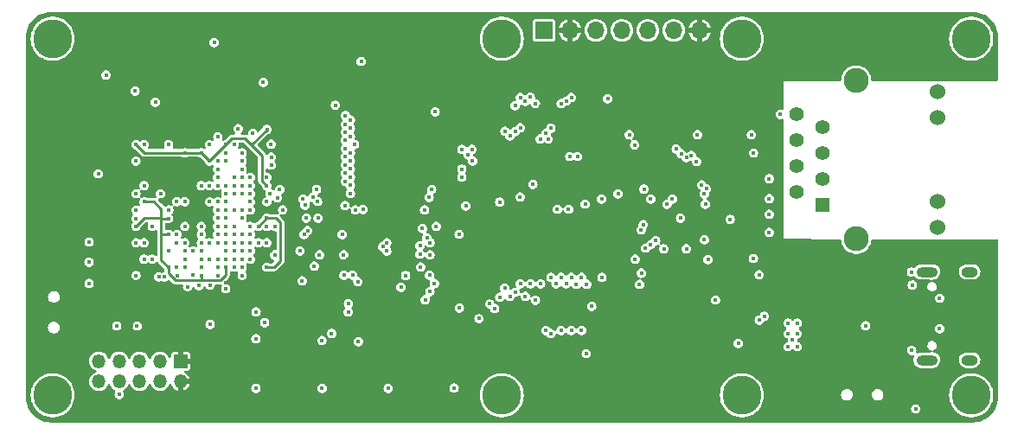
<source format=gbr>
%TF.GenerationSoftware,KiCad,Pcbnew,7.0.7*%
%TF.CreationDate,2024-03-25T22:36:02+08:00*%
%TF.ProjectId,eins2440,65696e73-3234-4343-902e-6b696361645f,rev?*%
%TF.SameCoordinates,Original*%
%TF.FileFunction,Copper,L5,Inr*%
%TF.FilePolarity,Positive*%
%FSLAX46Y46*%
G04 Gerber Fmt 4.6, Leading zero omitted, Abs format (unit mm)*
G04 Created by KiCad (PCBNEW 7.0.7) date 2024-03-25 22:36:02*
%MOMM*%
%LPD*%
G01*
G04 APERTURE LIST*
%TA.AperFunction,ComponentPad*%
%ADD10R,1.398000X1.398000*%
%TD*%
%TA.AperFunction,ComponentPad*%
%ADD11C,1.398000*%
%TD*%
%TA.AperFunction,ComponentPad*%
%ADD12C,1.530000*%
%TD*%
%TA.AperFunction,ComponentPad*%
%ADD13C,2.445000*%
%TD*%
%TA.AperFunction,ComponentPad*%
%ADD14C,3.800000*%
%TD*%
%TA.AperFunction,ComponentPad*%
%ADD15R,1.350000X1.350000*%
%TD*%
%TA.AperFunction,ComponentPad*%
%ADD16O,1.350000X1.350000*%
%TD*%
%TA.AperFunction,ComponentPad*%
%ADD17O,2.100000X1.000000*%
%TD*%
%TA.AperFunction,ComponentPad*%
%ADD18O,1.600000X1.000000*%
%TD*%
%TA.AperFunction,ComponentPad*%
%ADD19R,1.700000X1.700000*%
%TD*%
%TA.AperFunction,ComponentPad*%
%ADD20O,1.700000X1.700000*%
%TD*%
%TA.AperFunction,ViaPad*%
%ADD21C,0.406400*%
%TD*%
%TA.AperFunction,Conductor*%
%ADD22C,0.254000*%
%TD*%
G04 APERTURE END LIST*
D10*
%TO.N,/ethernet/TD+*%
%TO.C,J3*%
X179740000Y-96609000D03*
D11*
%TO.N,/ethernet/TD-*%
X177200000Y-95339000D03*
%TO.N,/ethernet/RD+*%
X179740000Y-94069000D03*
%TO.N,/ethernet/AVDD_2.5V*%
X177200000Y-92799000D03*
X179740000Y-91529000D03*
%TO.N,/ethernet/RD-*%
X177200000Y-90259000D03*
%TO.N,unconnected-(J3-NC-Pad7)*%
X179740000Y-88989000D03*
%TO.N,GND*%
X177200000Y-87719000D03*
D12*
%TO.N,Net-(J3-Pad9)*%
X190990000Y-98784000D03*
%TO.N,/ethernet/G_LED*%
X190990000Y-96244000D03*
%TO.N,/ethernet/Y_LED*%
X190990000Y-88074000D03*
%TO.N,Net-(J3-Pad12)*%
X190990000Y-85534000D03*
D13*
%TO.N,unconnected-(J3-SHIELD-Pad15)*%
X183040000Y-99904000D03*
%TO.N,unconnected-(J3-SHIELD-Pad16)*%
X183040000Y-84414000D03*
%TD*%
D14*
%TO.N,N/C*%
%TO.C,H7*%
X148340000Y-115240000D03*
%TD*%
%TO.N,N/C*%
%TO.C,H6*%
X171850000Y-80320000D03*
%TD*%
%TO.N,N/C*%
%TO.C,H1*%
X104380000Y-80320000D03*
%TD*%
%TO.N,N/C*%
%TO.C,H4*%
X194300000Y-80320000D03*
%TD*%
D15*
%TO.N,+3.3V*%
%TO.C,J1*%
X116890000Y-111890000D03*
D16*
X116890000Y-113890000D03*
%TO.N,nTRST*%
X114890000Y-111890000D03*
%TO.N,nRESET*%
X114890000Y-113890000D03*
%TO.N,TDI*%
X112890000Y-111890000D03*
%TO.N,TDO*%
X112890000Y-113890000D03*
%TO.N,TMS*%
X110890000Y-111890000D03*
%TO.N,GND*%
X110890000Y-113890000D03*
%TO.N,TCK*%
X108890000Y-111890000D03*
%TO.N,GND*%
X108890000Y-113890000D03*
%TD*%
D14*
%TO.N,N/C*%
%TO.C,H5*%
X148340000Y-80320000D03*
%TD*%
D17*
%TO.N,GND*%
%TO.C,J5*%
X189965000Y-111800000D03*
D18*
X194145000Y-111800000D03*
D17*
X189965000Y-103160000D03*
D18*
X194145000Y-103160000D03*
%TD*%
D14*
%TO.N,N/C*%
%TO.C,H3*%
X194300000Y-115240000D03*
%TD*%
%TO.N,N/C*%
%TO.C,H8*%
X171850000Y-115240000D03*
%TD*%
D19*
%TO.N,GND*%
%TO.C,J2*%
X152480000Y-79500000D03*
D20*
%TO.N,+3.3V*%
X155020000Y-79500000D03*
%TO.N,LCD_SCL*%
X157560000Y-79500000D03*
%TO.N,LCD_SDA*%
X160100000Y-79500000D03*
%TO.N,LCD_RES*%
X162640000Y-79500000D03*
%TO.N,LCD_DC*%
X165180000Y-79500000D03*
%TO.N,+3.3V*%
X167720000Y-79500000D03*
%TD*%
D14*
%TO.N,N/C*%
%TO.C,H2*%
X104380000Y-115240000D03*
%TD*%
D21*
%TO.N,LCD_DC*%
X115740000Y-97090000D03*
%TO.N,+3.3V*%
X120530000Y-108290000D03*
X179130000Y-103520000D03*
X123331850Y-89446299D03*
X118131850Y-99496300D03*
X177220000Y-115970000D03*
X113331851Y-92296300D03*
X125680000Y-109900000D03*
X104580000Y-98650000D03*
X144450000Y-108119999D03*
X176230000Y-104110000D03*
X179590000Y-110500000D03*
X189080000Y-101100000D03*
X125721850Y-101066299D03*
X113331850Y-98696299D03*
X112051850Y-108456299D03*
X144686850Y-97882599D03*
X130661850Y-104276299D03*
X114131850Y-101096299D03*
X162901850Y-90713099D03*
X177700000Y-102910000D03*
X119740000Y-89690000D03*
X179570000Y-109170000D03*
X176240000Y-102900000D03*
X163003200Y-97523799D03*
X111461850Y-102296299D03*
X189080000Y-83230000D03*
X119731850Y-99496300D03*
X176230000Y-105980000D03*
X117330000Y-95500000D03*
X124531849Y-102696299D03*
X177700000Y-104080000D03*
X114780000Y-88800000D03*
X181970000Y-102890000D03*
X174550000Y-107850000D03*
X141947950Y-106682399D03*
X141288534Y-98847420D03*
X131420000Y-86810000D03*
X180610000Y-104090000D03*
X124531849Y-94696300D03*
X110475238Y-106799687D03*
X173045000Y-111935000D03*
X106280000Y-105950000D03*
X108921850Y-106786299D03*
X129080000Y-109900000D03*
X121325050Y-104195744D03*
X117990000Y-80720000D03*
X178690000Y-106010000D03*
X109600000Y-82320000D03*
X157651850Y-106056299D03*
X121820000Y-110690000D03*
X181960000Y-104120000D03*
X130571850Y-99502599D03*
X179130000Y-109820000D03*
X178690000Y-108160000D03*
X104920000Y-87250000D03*
X132090000Y-82040000D03*
X178700000Y-110490000D03*
X181970000Y-106020000D03*
X118931850Y-90696301D03*
X126111850Y-96696299D03*
X178690000Y-109170000D03*
X132661850Y-108907399D03*
X116890000Y-110790000D03*
X112450000Y-80610000D03*
X180610000Y-102910000D03*
X144591850Y-101881799D03*
X124531849Y-99496300D03*
X133271850Y-101936299D03*
X152661850Y-106506299D03*
X110396850Y-93546299D03*
X179580000Y-106020000D03*
X155664320Y-86846299D03*
X152151660Y-86906299D03*
X108800000Y-96680000D03*
X141041850Y-87486299D03*
X164911850Y-100883199D03*
X179570000Y-108160000D03*
%TO.N,GND*%
X144191850Y-106686299D03*
X188870000Y-116570000D03*
X108846850Y-93546299D03*
X125331849Y-98696300D03*
X151651661Y-86686110D03*
X109610000Y-83880000D03*
X141761850Y-104276299D03*
X168530000Y-101950000D03*
X176370000Y-108160000D03*
X172975000Y-101840000D03*
X173550000Y-103440000D03*
X126111850Y-101496299D03*
X119731850Y-94696299D03*
X132062516Y-86818221D03*
X112531851Y-103496299D03*
X122931850Y-102696299D03*
X176820000Y-109800000D03*
X162000000Y-99023799D03*
X137220000Y-114555000D03*
X165835000Y-97890000D03*
X113331851Y-100296300D03*
X120531850Y-103496299D03*
X125781850Y-92696299D03*
X177280000Y-108160000D03*
X110890000Y-115150000D03*
X125331849Y-93896300D03*
X151390000Y-94570000D03*
X120180000Y-80700000D03*
X107941850Y-100231299D03*
X130750000Y-114565000D03*
X183970000Y-108420000D03*
X116531850Y-99496300D03*
X132861850Y-101474899D03*
X188540000Y-104430000D03*
X113331851Y-90696301D03*
X176370000Y-110480000D03*
X188460000Y-103160000D03*
X172990000Y-91510000D03*
X160830000Y-89720000D03*
X125000000Y-84610000D03*
X112630000Y-108450000D03*
X167490000Y-89720000D03*
X161830000Y-104380000D03*
X150140000Y-95820000D03*
X170700000Y-97997099D03*
X112531851Y-97096300D03*
X169260000Y-105910000D03*
X121331850Y-91496301D03*
X144171850Y-99476299D03*
X156620000Y-111160000D03*
X124280000Y-114565000D03*
X133311850Y-107069499D03*
X125781850Y-91906299D03*
X152661850Y-108906899D03*
X147650653Y-106726299D03*
X175611000Y-87719000D03*
X118932350Y-98690000D03*
X166410000Y-100883699D03*
X123955000Y-89575000D03*
X166909349Y-91749349D03*
X176370000Y-109180000D03*
X164221850Y-100883199D03*
X112531851Y-95496300D03*
X141821850Y-87486299D03*
X119730000Y-90700000D03*
X114430000Y-86550000D03*
X112450000Y-85450000D03*
X114131851Y-101896299D03*
X115731850Y-90696301D03*
X161351850Y-90713099D03*
X134021850Y-97092599D03*
X177270000Y-110480000D03*
X188470000Y-110830000D03*
X131691850Y-109176299D03*
X171490000Y-110160000D03*
X177270000Y-109180000D03*
X158710000Y-86190000D03*
X117591850Y-104596299D03*
X172780000Y-89720000D03*
X157151850Y-106516299D03*
X152662040Y-89580014D03*
X124531849Y-100296300D03*
X107941850Y-104271299D03*
X126611850Y-95096299D03*
X132730140Y-99499999D03*
X107940000Y-102190000D03*
X112531851Y-92296300D03*
X143680000Y-114535000D03*
X119791850Y-108296299D03*
%TO.N,nRESET*%
X162020000Y-103260000D03*
X152100000Y-90130000D03*
X118931850Y-102696299D03*
X134590000Y-82536300D03*
%TO.N,Net-(U1D-NCON)*%
X114131850Y-98696299D03*
%TO.N,RXD0*%
X117331850Y-101096299D03*
X173550000Y-107880000D03*
%TO.N,TXD0*%
X174050000Y-107480000D03*
X117331850Y-100296300D03*
%TO.N,Net-(U1B-MPLLCAP)*%
X115731850Y-101096299D03*
X114761850Y-103646299D03*
%TO.N,/soc/XTIpll*%
X119790000Y-104443499D03*
X120531850Y-101896299D03*
%TO.N,/soc/XTOpll*%
X118691850Y-104506299D03*
X119731850Y-101896299D03*
%TO.N,nTRST*%
X118931850Y-101896299D03*
%TO.N,TDI*%
X116552325Y-103496774D03*
%TO.N,TCK*%
X118931850Y-100296300D03*
%TO.N,TMS*%
X118141850Y-101096299D03*
%TO.N,TDO*%
X118125675Y-103486299D03*
%TO.N,nSRAS*%
X133031850Y-94287199D03*
%TO.N,nSCAS*%
X133521850Y-95472599D03*
%TO.N,nGCS6*%
X133026850Y-93486299D03*
%TO.N,SCKE*%
X133521850Y-94680899D03*
%TO.N,SCLK1*%
X130211850Y-95075099D03*
X141481850Y-95076299D03*
%TO.N,VDD_1.3V*%
X113331851Y-94696300D03*
X113331851Y-96296300D03*
X124531849Y-98696300D03*
X125331850Y-97889999D03*
X121331850Y-90696301D03*
X112531851Y-98696300D03*
X125331849Y-102696299D03*
X115731850Y-102696299D03*
X118931850Y-103496299D03*
X115731850Y-97906299D03*
X121331850Y-102696299D03*
X125331849Y-94696300D03*
X118931850Y-91496301D03*
X115731850Y-99496299D03*
X119731850Y-92286299D03*
X125355000Y-89190000D03*
X112531851Y-90696301D03*
X117331850Y-91496301D03*
%TO.N,FRnB*%
X149661850Y-86876299D03*
X120531850Y-93896299D03*
%TO.N,LCD_SCL*%
X116530000Y-96290000D03*
%TO.N,Net-(U1B-nSCAS)*%
X122931850Y-94696300D03*
%TO.N,Net-(U1B-nSRAS)*%
X123731850Y-94696300D03*
X125759618Y-90646299D03*
%TO.N,Net-(U1B-nWAIT)*%
X121336850Y-92296299D03*
%TO.N,Net-(U1B-nBATT_FLT)*%
X118931850Y-101096299D03*
%TO.N,Net-(U1G-nGCS6)*%
X122931850Y-91496301D03*
%TO.N,Net-(U1B-OM0)*%
X113331851Y-101896299D03*
X110655000Y-108450000D03*
%TO.N,LCD_SDA*%
X114930000Y-95490000D03*
%TO.N,LCD_RES*%
X117330000Y-96290000D03*
%TO.N,Net-(U1C-PWREN)*%
X118931850Y-99496300D03*
%TO.N,EINT4*%
X116519250Y-102706299D03*
X134305000Y-110000000D03*
%TO.N,Net-(U1B-EINT21{slash}GPG13)*%
X112541850Y-97906299D03*
%TO.N,Net-(U1B-EINT22{slash}GPG14)*%
X117331850Y-98696300D03*
%TO.N,Net-(U1B-EINT23{slash}GPG15)*%
X112531851Y-100296300D03*
%TO.N,EINT1*%
X125130000Y-108119999D03*
X117331850Y-101896299D03*
%TO.N,EINT2*%
X130730000Y-109860000D03*
X116530000Y-100283700D03*
%TO.N,EINT0*%
X115330686Y-103650000D03*
X124280000Y-109695000D03*
%TO.N,nWE*%
X144820000Y-96699999D03*
X122131850Y-94696300D03*
X153151850Y-89096299D03*
X133001850Y-96653699D03*
%TO.N,nOE*%
X148150779Y-105636299D03*
X148151850Y-96306299D03*
X123731850Y-93896300D03*
X128871850Y-96006299D03*
%TO.N,nGCS4*%
X122931850Y-92296300D03*
X162411850Y-100831299D03*
%TO.N,nGCS0*%
X120531850Y-94706299D03*
X147161850Y-106286299D03*
%TO.N,nFWE*%
X155163940Y-86068389D03*
X120541850Y-89916299D03*
%TO.N,nFRE*%
X122131850Y-90696301D03*
X150153282Y-86068899D03*
%TO.N,nFCE*%
X151141850Y-86046299D03*
X120531850Y-92296299D03*
%TO.N,nBE3*%
X122131850Y-93896300D03*
X129875550Y-95871299D03*
X141231850Y-95866299D03*
%TO.N,nBE2*%
X134761850Y-97041799D03*
X122931850Y-93896300D03*
X129088150Y-96606299D03*
%TO.N,nBE0*%
X130316870Y-96259999D03*
X140791850Y-97081199D03*
X122931850Y-93096300D03*
%TO.N,EINT7*%
X117331850Y-102696299D03*
X161400000Y-101900000D03*
%TO.N,DATA9*%
X154885799Y-97022747D03*
X150168676Y-104327393D03*
%TO.N,DATA8*%
X122931850Y-100296300D03*
X153775272Y-97019721D03*
X149151031Y-105546299D03*
X128591850Y-101106299D03*
%TO.N,DATA7*%
X140571850Y-98916299D03*
X156150000Y-108906899D03*
X126131850Y-98703099D03*
X165051850Y-96026299D03*
X156151850Y-103696299D03*
%TO.N,DATA6*%
X155152543Y-108906899D03*
X141321850Y-100286299D03*
X123731850Y-100296300D03*
X155151850Y-103696299D03*
X168170000Y-95523798D03*
%TO.N,DATA5*%
X154151850Y-103696299D03*
X121331850Y-98696300D03*
X154152291Y-108906899D03*
X168370000Y-95023799D03*
X141321850Y-101476299D03*
%TO.N,DATA4*%
X153150000Y-109190000D03*
X140341850Y-101426299D03*
X167911850Y-94630099D03*
X121331850Y-97896300D03*
X153161850Y-103681299D03*
%TO.N,DATA31*%
X138487042Y-104653691D03*
X121331850Y-100296300D03*
%TO.N,DATA30*%
X119731850Y-100296300D03*
X140851850Y-105882299D03*
%TO.N,DATA3*%
X137081850Y-100296299D03*
X167409351Y-92356299D03*
X125331849Y-100296300D03*
X151651661Y-105937399D03*
%TO.N,DATA29*%
X120531850Y-102696299D03*
X141311850Y-105082199D03*
%TO.N,DATA28*%
X141274538Y-103481999D03*
X120531850Y-98696300D03*
%TO.N,DATA27*%
X140401850Y-102681899D03*
X121331850Y-99496300D03*
%TO.N,DATA26*%
X121331850Y-101096299D03*
X140331850Y-100576299D03*
X128985550Y-99502599D03*
%TO.N,DATA25*%
X141025034Y-99836136D03*
X120531850Y-99496300D03*
X129341850Y-99103499D03*
%TO.N,DATA24*%
X141921850Y-98683700D03*
X122931850Y-103496299D03*
%TO.N,DATA23*%
X120531850Y-100296300D03*
%TO.N,DATA22*%
X134263070Y-104098649D03*
X121331850Y-101896299D03*
%TO.N,DATA21*%
X133751850Y-103476299D03*
X122131850Y-102696299D03*
%TO.N,DATA20*%
X133331850Y-106275999D03*
X122131850Y-99496300D03*
X121321850Y-104796299D03*
%TO.N,DATA2*%
X166409350Y-91962599D03*
X122131850Y-98696300D03*
X150651409Y-105543699D03*
X136691850Y-100686299D03*
%TO.N,DATA19*%
X122131850Y-100296300D03*
%TO.N,DATA18*%
X122131850Y-101096299D03*
%TO.N,DATA17*%
X122131850Y-101896299D03*
%TO.N,DATA16*%
X124291850Y-107076299D03*
%TO.N,DATA15*%
X164520000Y-96520000D03*
X156661850Y-104366299D03*
%TO.N,DATA14*%
X122931850Y-101096299D03*
X128811850Y-104026299D03*
X162920000Y-96030000D03*
X155652669Y-104386299D03*
%TO.N,DATA13*%
X162275615Y-95031685D03*
X123731850Y-101896299D03*
X129981850Y-102586299D03*
X154652417Y-104320000D03*
%TO.N,DATA12*%
X153660000Y-104330000D03*
X159736209Y-95513009D03*
X132898413Y-103481999D03*
X122931850Y-101896299D03*
%TO.N,DATA11*%
X130501850Y-101475399D03*
X123731850Y-101096299D03*
X152150000Y-104330000D03*
X158111850Y-96023800D03*
%TO.N,DATA10*%
X156505075Y-96517023D03*
X151151535Y-104336299D03*
%TO.N,DATA1*%
X165909351Y-91568899D03*
X149651157Y-105149999D03*
X137091850Y-101106299D03*
X123731850Y-99496300D03*
%TO.N,DATA0*%
X122931850Y-99496300D03*
X138931850Y-103503099D03*
X148631850Y-104736299D03*
X165411850Y-91106299D03*
%TO.N,CLE*%
X120531850Y-93086299D03*
X154163180Y-86666299D03*
%TO.N,ALE*%
X122535074Y-89129523D03*
X154663560Y-86426299D03*
%TO.N,ADDR9*%
X133931850Y-90680399D03*
X145420000Y-91150000D03*
X125341850Y-96296300D03*
%TO.N,ADDR8*%
X120531850Y-96296300D03*
X149651157Y-89431299D03*
X133521850Y-89872599D03*
%TO.N,ADDR7*%
X133521850Y-89080199D03*
X122931850Y-95496300D03*
X149151031Y-89831299D03*
%TO.N,ADDR6*%
X148661850Y-89366299D03*
X121331850Y-95496299D03*
X133521850Y-88280099D03*
%TO.N,ADDR5*%
X133031850Y-87839161D03*
X122131850Y-95496299D03*
%TO.N,ADDR4*%
X133021850Y-88686499D03*
X123731850Y-95496300D03*
%TO.N,ADDR3*%
X133021850Y-89475183D03*
X121331850Y-96296300D03*
%TO.N,ADDR25*%
X120531850Y-97896300D03*
X133021850Y-91886299D03*
%TO.N,ADDR24*%
X123731850Y-98696300D03*
X133021850Y-92679999D03*
%TO.N,ADDR20*%
X152892541Y-90136990D03*
X122931850Y-97896300D03*
%TO.N,ADDR2*%
X125661850Y-95486299D03*
X162200000Y-98523800D03*
X133021850Y-90266299D03*
X144436850Y-91156299D03*
%TO.N,ADDR19*%
X150648150Y-86462599D03*
X118931850Y-94696299D03*
%TO.N,ADDR18*%
X150159452Y-89045597D03*
X121331850Y-97096300D03*
%TO.N,ADDR17*%
X120531850Y-97096300D03*
X130361850Y-97896800D03*
X158151850Y-103696299D03*
%TO.N,ADDR16*%
X129211850Y-97886299D03*
X122931850Y-97096300D03*
X155762574Y-91857023D03*
%TO.N,ADDR15*%
X123731850Y-97096300D03*
X154999762Y-91846299D03*
%TO.N,ADDR14*%
X144436850Y-93880799D03*
X122131850Y-97096300D03*
X133521850Y-93880799D03*
%TO.N,ADDR13*%
X119731850Y-96296300D03*
X133521850Y-93079999D03*
X144436850Y-93080699D03*
%TO.N,ADDR12*%
X126898650Y-97083099D03*
X133021850Y-91086299D03*
%TO.N,ADDR11*%
X123731850Y-96296300D03*
X145491850Y-92296299D03*
X133521850Y-92286299D03*
%TO.N,ADDR10*%
X126381850Y-95896299D03*
X133521850Y-91480499D03*
X145036850Y-91681299D03*
%TO.N,ADDR1*%
X146120000Y-107726299D03*
X121341850Y-94706299D03*
%TO.N,/ethernet/AVDD_2.5V*%
X168270000Y-96530000D03*
X168170000Y-100020000D03*
%TO.N,/ethernet/G_LED*%
X162911850Y-100486299D03*
%TO.N,/ethernet/Y_LED*%
X163411850Y-100096799D03*
%TO.N,Net-(J5-CC1)*%
X191210000Y-108730000D03*
%TO.N,Net-(J5-CC2)*%
X191200000Y-105730000D03*
%TO.N,Net-(C32-Pad2)*%
X174530000Y-95970000D03*
X174535000Y-94020000D03*
%TO.N,Net-(C31-Pad2)*%
X174535000Y-97510000D03*
X174535000Y-99290000D03*
%TD*%
D22*
%TO.N,VDD_1.3V*%
X125355000Y-89190000D02*
X123845000Y-90700000D01*
X118931850Y-91496301D02*
X118941852Y-91496301D01*
X118931850Y-103496299D02*
X118931850Y-103976299D01*
X123755000Y-90625000D02*
X123206299Y-90076299D01*
X125331850Y-97896299D02*
X124531849Y-98696300D01*
X115011850Y-96981850D02*
X114326300Y-96296300D01*
X125331850Y-97889999D02*
X125331850Y-97896299D01*
X112531851Y-90696301D02*
X113331851Y-91496301D01*
X126681850Y-98326299D02*
X126681850Y-102056299D01*
X126681850Y-102056299D02*
X126041850Y-102696299D01*
X126041850Y-102696299D02*
X125331849Y-102696299D01*
X121321848Y-90696301D02*
X119731850Y-92286299D01*
X116395271Y-103986299D02*
X118941850Y-103986299D01*
X117331850Y-91496301D02*
X118931850Y-91496301D01*
X114326300Y-96296300D02*
X113331851Y-96296300D01*
X124874649Y-94239100D02*
X124874649Y-91744649D01*
X115731850Y-97906299D02*
X115018149Y-97906299D01*
X125331849Y-94696300D02*
X124874649Y-94239100D01*
X125331850Y-97889999D02*
X126245550Y-97889999D01*
X115731850Y-102696299D02*
X115011850Y-101976299D01*
X126245550Y-97889999D02*
X126681850Y-98326299D01*
X115011850Y-97900000D02*
X113328151Y-97900000D01*
X115011850Y-97900000D02*
X115011850Y-96981850D01*
X123206299Y-90076299D02*
X121951852Y-90076299D01*
X121331850Y-90696301D02*
X121321848Y-90696301D01*
X118941852Y-91496301D02*
X119731850Y-92286299D01*
X115731850Y-99496299D02*
X115021850Y-99496299D01*
X120801850Y-103986299D02*
X119761850Y-103986299D01*
X121331850Y-102696299D02*
X121331850Y-103456299D01*
X115731850Y-103322878D02*
X116395271Y-103986299D01*
X115021850Y-99496299D02*
X115011850Y-99486299D01*
X118941850Y-103986299D02*
X119761850Y-103986299D01*
X115018149Y-97906299D02*
X115011850Y-97900000D01*
X115151850Y-91496301D02*
X117331850Y-91496301D01*
X113328151Y-97900000D02*
X112531851Y-98696300D01*
X118931850Y-103976299D02*
X118941850Y-103986299D01*
X113331851Y-91496301D02*
X115151850Y-91496301D01*
X115011850Y-99486299D02*
X115011850Y-97900000D01*
X115731850Y-102696299D02*
X115731850Y-103322878D01*
X121951852Y-90076299D02*
X121331850Y-90696301D01*
X115011850Y-101976299D02*
X115011850Y-99486299D01*
X124874649Y-91744649D02*
X123755000Y-90625000D01*
X121331850Y-103456299D02*
X120801850Y-103986299D01*
%TD*%
%TA.AperFunction,Conductor*%
%TO.N,+3.3V*%
G36*
X194461900Y-77688614D02*
G01*
X194756519Y-77706436D01*
X194764061Y-77707352D01*
X195052509Y-77760211D01*
X195059893Y-77762032D01*
X195339861Y-77849274D01*
X195346973Y-77851970D01*
X195614388Y-77972324D01*
X195621120Y-77975858D01*
X195872083Y-78127571D01*
X195878331Y-78131885D01*
X196109177Y-78312740D01*
X196114859Y-78317774D01*
X196322224Y-78525139D01*
X196327260Y-78530823D01*
X196501365Y-78753053D01*
X196508110Y-78761662D01*
X196512430Y-78767920D01*
X196583792Y-78885966D01*
X196664141Y-79018879D01*
X196667678Y-79025617D01*
X196745239Y-79197952D01*
X196788025Y-79293018D01*
X196790725Y-79300138D01*
X196877967Y-79580106D01*
X196879790Y-79587500D01*
X196932646Y-79875931D01*
X196933564Y-79883490D01*
X196951385Y-80178096D01*
X196951500Y-80181901D01*
X196951500Y-84329201D01*
X196931498Y-84397322D01*
X196877842Y-84443815D01*
X196825500Y-84455201D01*
X184641467Y-84455201D01*
X184573346Y-84435199D01*
X184526853Y-84381543D01*
X184515897Y-84339609D01*
X184501849Y-84170061D01*
X184497351Y-84152300D01*
X184441761Y-83932778D01*
X184441758Y-83932771D01*
X184418609Y-83879996D01*
X184343435Y-83708616D01*
X184209555Y-83503699D01*
X184209548Y-83503691D01*
X184043778Y-83323616D01*
X184043774Y-83323612D01*
X183947192Y-83248439D01*
X183850611Y-83173267D01*
X183726594Y-83106152D01*
X183635337Y-83056766D01*
X183635335Y-83056765D01*
X183403829Y-82977290D01*
X183403822Y-82977288D01*
X183281749Y-82956918D01*
X183162388Y-82937000D01*
X182917612Y-82937000D01*
X182798251Y-82956918D01*
X182676177Y-82977288D01*
X182676170Y-82977290D01*
X182444664Y-83056765D01*
X182444662Y-83056766D01*
X182229391Y-83173266D01*
X182229389Y-83173267D01*
X182036225Y-83323612D01*
X182036221Y-83323616D01*
X181870451Y-83503691D01*
X181870445Y-83503699D01*
X181736563Y-83708619D01*
X181638241Y-83932771D01*
X181638238Y-83932778D01*
X181578153Y-84170048D01*
X181578151Y-84170057D01*
X181578151Y-84170061D01*
X181564102Y-84339608D01*
X181538544Y-84405842D01*
X181481232Y-84447746D01*
X181438533Y-84455201D01*
X175924965Y-84455201D01*
X175926661Y-87166268D01*
X175906702Y-87234401D01*
X175853075Y-87280928D01*
X175782807Y-87291076D01*
X175765163Y-87287243D01*
X175676807Y-87261300D01*
X175545193Y-87261300D01*
X175418911Y-87298379D01*
X175418907Y-87298381D01*
X175308188Y-87369535D01*
X175221999Y-87469002D01*
X175167324Y-87588724D01*
X175167322Y-87588731D01*
X175148593Y-87718996D01*
X175148593Y-87719003D01*
X175167322Y-87849268D01*
X175167324Y-87849275D01*
X175221998Y-87968996D01*
X175308188Y-88068464D01*
X175418909Y-88139620D01*
X175545193Y-88176700D01*
X175676806Y-88176700D01*
X175676807Y-88176700D01*
X175765856Y-88150553D01*
X175836850Y-88150553D01*
X175896576Y-88188936D01*
X175926069Y-88253517D01*
X175927352Y-88271370D01*
X175934137Y-99111453D01*
X175934652Y-99935041D01*
X181444859Y-99938261D01*
X181512968Y-99958303D01*
X181559429Y-100011986D01*
X181570354Y-100053854D01*
X181574263Y-100101024D01*
X181578152Y-100147946D01*
X181638238Y-100385221D01*
X181638241Y-100385228D01*
X181734692Y-100605114D01*
X181736565Y-100609384D01*
X181870445Y-100814301D01*
X181870449Y-100814305D01*
X181870451Y-100814308D01*
X182036221Y-100994383D01*
X182036225Y-100994387D01*
X182067333Y-101018599D01*
X182229389Y-101144733D01*
X182417070Y-101246301D01*
X182444662Y-101261233D01*
X182444664Y-101261234D01*
X182525542Y-101288999D01*
X182676175Y-101340711D01*
X182917612Y-101381000D01*
X182917616Y-101381000D01*
X183162384Y-101381000D01*
X183162388Y-101381000D01*
X183403825Y-101340711D01*
X183635338Y-101261233D01*
X183850611Y-101144733D01*
X184043773Y-100994388D01*
X184056356Y-100980720D01*
X184145667Y-100883702D01*
X184209555Y-100814301D01*
X184343435Y-100609384D01*
X184441760Y-100385225D01*
X184492312Y-100185600D01*
X184501846Y-100147951D01*
X184501848Y-100147941D01*
X184501849Y-100147939D01*
X184509490Y-100055717D01*
X184535048Y-99989484D01*
X184592359Y-99947581D01*
X184635128Y-99940125D01*
X196825575Y-99947250D01*
X196893683Y-99967292D01*
X196940144Y-100020975D01*
X196951500Y-100073250D01*
X196951500Y-115398097D01*
X196951385Y-115401902D01*
X196933564Y-115696509D01*
X196932646Y-115704068D01*
X196879790Y-115992499D01*
X196877967Y-115999893D01*
X196790725Y-116279861D01*
X196788025Y-116286981D01*
X196667680Y-116554378D01*
X196664141Y-116561120D01*
X196512436Y-116812071D01*
X196508110Y-116818337D01*
X196327266Y-117049169D01*
X196322217Y-117054868D01*
X196114868Y-117262217D01*
X196109169Y-117267266D01*
X195878337Y-117448110D01*
X195872071Y-117452436D01*
X195621120Y-117604141D01*
X195614378Y-117607680D01*
X195346981Y-117728025D01*
X195339861Y-117730725D01*
X195059893Y-117817967D01*
X195052499Y-117819790D01*
X194764068Y-117872646D01*
X194756509Y-117873564D01*
X194499884Y-117889087D01*
X194461900Y-117891385D01*
X194458097Y-117891500D01*
X104231903Y-117891500D01*
X104228099Y-117891385D01*
X104183238Y-117888671D01*
X103933490Y-117873564D01*
X103925931Y-117872646D01*
X103637500Y-117819790D01*
X103630106Y-117817967D01*
X103350138Y-117730725D01*
X103343018Y-117728025D01*
X103075617Y-117607678D01*
X103068879Y-117604141D01*
X102967673Y-117542960D01*
X102817920Y-117452430D01*
X102811662Y-117448110D01*
X102580823Y-117267260D01*
X102575139Y-117262224D01*
X102367774Y-117054859D01*
X102362740Y-117049177D01*
X102181885Y-116818331D01*
X102177571Y-116812083D01*
X102025858Y-116561120D01*
X102022324Y-116554388D01*
X101901970Y-116286973D01*
X101899274Y-116279861D01*
X101812032Y-115999893D01*
X101810211Y-115992509D01*
X101757352Y-115704061D01*
X101756436Y-115696519D01*
X101738614Y-115401900D01*
X101738500Y-115398097D01*
X101738500Y-115240004D01*
X102220466Y-115240004D01*
X102240578Y-115534043D01*
X102240579Y-115534049D01*
X102240580Y-115534057D01*
X102255883Y-115607700D01*
X102300545Y-115822628D01*
X102300547Y-115822636D01*
X102399254Y-116100370D01*
X102534845Y-116362047D01*
X102534848Y-116362052D01*
X102534852Y-116362059D01*
X102704825Y-116602856D01*
X102906003Y-116818265D01*
X103134639Y-117004274D01*
X103386474Y-117157418D01*
X103656816Y-117274844D01*
X103940630Y-117354365D01*
X104042642Y-117368386D01*
X104232617Y-117394499D01*
X104232628Y-117394500D01*
X104527372Y-117394500D01*
X104527382Y-117394499D01*
X104666351Y-117375397D01*
X104819370Y-117354365D01*
X105103184Y-117274844D01*
X105373526Y-117157418D01*
X105625361Y-117004274D01*
X105853997Y-116818265D01*
X106055175Y-116602856D01*
X106225148Y-116362059D01*
X106281386Y-116253524D01*
X106360745Y-116100370D01*
X106360746Y-116100365D01*
X106360749Y-116100361D01*
X106459453Y-115822635D01*
X106519420Y-115534057D01*
X106539534Y-115240000D01*
X106519420Y-114945943D01*
X106459453Y-114657365D01*
X106360749Y-114379639D01*
X106360747Y-114379636D01*
X106360745Y-114379629D01*
X106225154Y-114117952D01*
X106225152Y-114117949D01*
X106225148Y-114117941D01*
X106064250Y-113890000D01*
X107955380Y-113890000D01*
X107975066Y-114077300D01*
X107975805Y-114084323D01*
X108036179Y-114270139D01*
X108036182Y-114270145D01*
X108133875Y-114439353D01*
X108133878Y-114439357D01*
X108264617Y-114584558D01*
X108422088Y-114698968D01*
X108422690Y-114699405D01*
X108541268Y-114752198D01*
X108601184Y-114778875D01*
X108601185Y-114778875D01*
X108601187Y-114778876D01*
X108792306Y-114819500D01*
X108792310Y-114819500D01*
X108987690Y-114819500D01*
X108987694Y-114819500D01*
X109178813Y-114778876D01*
X109357310Y-114699405D01*
X109515383Y-114584558D01*
X109646123Y-114439356D01*
X109743818Y-114270144D01*
X109743886Y-114269935D01*
X109770167Y-114189051D01*
X109810240Y-114130445D01*
X109875636Y-114102807D01*
X109945593Y-114114913D01*
X109997900Y-114162919D01*
X110009833Y-114189051D01*
X110036178Y-114270136D01*
X110036182Y-114270145D01*
X110133875Y-114439353D01*
X110133878Y-114439357D01*
X110264617Y-114584558D01*
X110422686Y-114699403D01*
X110422689Y-114699404D01*
X110422690Y-114699405D01*
X110449686Y-114711424D01*
X110503782Y-114757402D01*
X110524433Y-114825329D01*
X110505082Y-114893637D01*
X110504441Y-114894645D01*
X110501001Y-114899997D01*
X110446324Y-115019724D01*
X110446322Y-115019731D01*
X110427593Y-115149996D01*
X110427593Y-115150003D01*
X110446322Y-115280268D01*
X110446324Y-115280275D01*
X110500998Y-115399996D01*
X110587188Y-115499464D01*
X110697909Y-115570620D01*
X110824193Y-115607700D01*
X110955807Y-115607700D01*
X111082091Y-115570620D01*
X111192812Y-115499464D01*
X111279002Y-115399996D01*
X111333676Y-115280275D01*
X111339466Y-115240004D01*
X146180466Y-115240004D01*
X146200578Y-115534043D01*
X146200579Y-115534049D01*
X146200580Y-115534057D01*
X146215883Y-115607700D01*
X146260545Y-115822628D01*
X146260547Y-115822636D01*
X146359254Y-116100370D01*
X146494845Y-116362047D01*
X146494848Y-116362052D01*
X146494852Y-116362059D01*
X146664825Y-116602856D01*
X146866003Y-116818265D01*
X147094639Y-117004274D01*
X147346474Y-117157418D01*
X147616816Y-117274844D01*
X147900630Y-117354365D01*
X148002642Y-117368386D01*
X148192617Y-117394499D01*
X148192628Y-117394500D01*
X148487372Y-117394500D01*
X148487382Y-117394499D01*
X148626351Y-117375397D01*
X148779370Y-117354365D01*
X149063184Y-117274844D01*
X149333526Y-117157418D01*
X149585361Y-117004274D01*
X149813997Y-116818265D01*
X150015175Y-116602856D01*
X150185148Y-116362059D01*
X150241386Y-116253524D01*
X150320745Y-116100370D01*
X150320746Y-116100365D01*
X150320749Y-116100361D01*
X150419453Y-115822635D01*
X150479420Y-115534057D01*
X150499534Y-115240004D01*
X169690466Y-115240004D01*
X169710578Y-115534043D01*
X169710579Y-115534049D01*
X169710580Y-115534057D01*
X169725883Y-115607700D01*
X169770545Y-115822628D01*
X169770547Y-115822636D01*
X169869254Y-116100370D01*
X170004845Y-116362047D01*
X170004848Y-116362052D01*
X170004852Y-116362059D01*
X170174825Y-116602856D01*
X170376003Y-116818265D01*
X170604639Y-117004274D01*
X170856474Y-117157418D01*
X171126816Y-117274844D01*
X171410630Y-117354365D01*
X171512642Y-117368386D01*
X171702617Y-117394499D01*
X171702628Y-117394500D01*
X171997372Y-117394500D01*
X171997382Y-117394499D01*
X172136351Y-117375397D01*
X172289370Y-117354365D01*
X172573184Y-117274844D01*
X172843526Y-117157418D01*
X173095361Y-117004274D01*
X173323997Y-116818265D01*
X173525175Y-116602856D01*
X173548365Y-116570003D01*
X188407593Y-116570003D01*
X188426322Y-116700268D01*
X188426324Y-116700275D01*
X188480998Y-116819996D01*
X188567188Y-116919464D01*
X188677909Y-116990620D01*
X188804193Y-117027700D01*
X188935807Y-117027700D01*
X189062091Y-116990620D01*
X189172812Y-116919464D01*
X189259002Y-116819996D01*
X189313676Y-116700275D01*
X189332407Y-116570000D01*
X189332407Y-116569996D01*
X189313677Y-116439731D01*
X189313676Y-116439730D01*
X189313676Y-116439725D01*
X189259002Y-116320004D01*
X189172812Y-116220536D01*
X189172811Y-116220535D01*
X189117451Y-116184958D01*
X189062091Y-116149380D01*
X188935807Y-116112300D01*
X188804193Y-116112300D01*
X188677911Y-116149379D01*
X188677907Y-116149381D01*
X188567188Y-116220535D01*
X188480999Y-116320002D01*
X188426324Y-116439724D01*
X188426322Y-116439731D01*
X188407593Y-116569996D01*
X188407593Y-116570003D01*
X173548365Y-116570003D01*
X173695148Y-116362059D01*
X173751386Y-116253524D01*
X173830745Y-116100370D01*
X173830746Y-116100365D01*
X173830749Y-116100361D01*
X173929453Y-115822635D01*
X173989420Y-115534057D01*
X174009534Y-115240000D01*
X174005772Y-115185000D01*
X181547517Y-115185000D01*
X181567364Y-115335756D01*
X181625554Y-115476239D01*
X181625559Y-115476246D01*
X181718121Y-115596878D01*
X181797683Y-115657926D01*
X181838759Y-115689445D01*
X181979242Y-115747635D01*
X182092151Y-115762500D01*
X182092158Y-115762500D01*
X182167842Y-115762500D01*
X182167849Y-115762500D01*
X182280758Y-115747635D01*
X182421241Y-115689445D01*
X182541878Y-115596878D01*
X182634445Y-115476242D01*
X182692635Y-115335758D01*
X182712483Y-115185000D01*
X184547517Y-115185000D01*
X184567364Y-115335756D01*
X184625554Y-115476239D01*
X184625559Y-115476246D01*
X184718121Y-115596878D01*
X184797683Y-115657926D01*
X184838759Y-115689445D01*
X184979242Y-115747635D01*
X185092151Y-115762500D01*
X185092158Y-115762500D01*
X185167842Y-115762500D01*
X185167849Y-115762500D01*
X185280758Y-115747635D01*
X185421241Y-115689445D01*
X185541878Y-115596878D01*
X185634445Y-115476242D01*
X185692635Y-115335758D01*
X185705241Y-115240004D01*
X192140466Y-115240004D01*
X192160578Y-115534043D01*
X192160579Y-115534049D01*
X192160580Y-115534057D01*
X192175883Y-115607700D01*
X192220545Y-115822628D01*
X192220547Y-115822636D01*
X192319254Y-116100370D01*
X192454845Y-116362047D01*
X192454848Y-116362052D01*
X192454852Y-116362059D01*
X192624825Y-116602856D01*
X192826003Y-116818265D01*
X193054639Y-117004274D01*
X193306474Y-117157418D01*
X193576816Y-117274844D01*
X193860630Y-117354365D01*
X193962642Y-117368386D01*
X194152617Y-117394499D01*
X194152628Y-117394500D01*
X194447372Y-117394500D01*
X194447382Y-117394499D01*
X194586351Y-117375397D01*
X194739370Y-117354365D01*
X195023184Y-117274844D01*
X195293526Y-117157418D01*
X195545361Y-117004274D01*
X195773997Y-116818265D01*
X195975175Y-116602856D01*
X196145148Y-116362059D01*
X196201386Y-116253524D01*
X196280745Y-116100370D01*
X196280746Y-116100365D01*
X196280749Y-116100361D01*
X196379453Y-115822635D01*
X196439420Y-115534057D01*
X196459534Y-115240000D01*
X196439420Y-114945943D01*
X196379453Y-114657365D01*
X196280749Y-114379639D01*
X196280747Y-114379636D01*
X196280745Y-114379629D01*
X196145154Y-114117952D01*
X196145152Y-114117949D01*
X196145148Y-114117941D01*
X195975175Y-113877144D01*
X195773997Y-113661735D01*
X195545361Y-113475726D01*
X195323228Y-113340644D01*
X195293523Y-113322580D01*
X195023187Y-113205157D01*
X195023185Y-113205156D01*
X195023184Y-113205156D01*
X194881276Y-113165395D01*
X194739367Y-113125634D01*
X194447382Y-113085500D01*
X194447372Y-113085500D01*
X194152628Y-113085500D01*
X194152617Y-113085500D01*
X193860632Y-113125634D01*
X193576812Y-113205157D01*
X193306476Y-113322580D01*
X193054636Y-113475728D01*
X192826008Y-113661731D01*
X192826000Y-113661738D01*
X192794304Y-113695676D01*
X192624825Y-113877144D01*
X192456990Y-114114913D01*
X192454853Y-114117940D01*
X192454845Y-114117952D01*
X192319254Y-114379629D01*
X192220547Y-114657363D01*
X192220545Y-114657371D01*
X192193865Y-114785764D01*
X192167122Y-114914464D01*
X192160579Y-114945950D01*
X192160578Y-114945956D01*
X192140466Y-115239995D01*
X192140466Y-115240004D01*
X185705241Y-115240004D01*
X185712483Y-115185000D01*
X185707875Y-115150003D01*
X185692635Y-115034243D01*
X185692635Y-115034241D01*
X185634445Y-114893759D01*
X185582859Y-114826530D01*
X185541878Y-114773121D01*
X185421246Y-114680559D01*
X185421242Y-114680556D01*
X185421241Y-114680555D01*
X185365256Y-114657365D01*
X185280756Y-114622364D01*
X185167851Y-114607500D01*
X185167849Y-114607500D01*
X185092151Y-114607500D01*
X185092148Y-114607500D01*
X184979243Y-114622364D01*
X184838760Y-114680554D01*
X184838757Y-114680556D01*
X184797887Y-114711917D01*
X184718122Y-114773122D01*
X184718121Y-114773123D01*
X184718120Y-114773124D01*
X184625552Y-114893761D01*
X184567365Y-115034241D01*
X184547517Y-115184999D01*
X184547517Y-115185000D01*
X182712483Y-115185000D01*
X182707875Y-115150003D01*
X182692635Y-115034243D01*
X182692635Y-115034241D01*
X182634445Y-114893759D01*
X182582859Y-114826530D01*
X182541878Y-114773121D01*
X182421246Y-114680559D01*
X182421242Y-114680556D01*
X182421241Y-114680555D01*
X182365256Y-114657365D01*
X182280756Y-114622364D01*
X182167851Y-114607500D01*
X182167849Y-114607500D01*
X182092151Y-114607500D01*
X182092148Y-114607500D01*
X181979243Y-114622364D01*
X181838760Y-114680554D01*
X181838757Y-114680556D01*
X181797887Y-114711917D01*
X181718122Y-114773122D01*
X181718121Y-114773123D01*
X181718120Y-114773124D01*
X181625552Y-114893761D01*
X181567365Y-115034241D01*
X181547517Y-115184999D01*
X181547517Y-115185000D01*
X174005772Y-115185000D01*
X173989420Y-114945943D01*
X173929453Y-114657365D01*
X173830749Y-114379639D01*
X173830747Y-114379636D01*
X173830745Y-114379629D01*
X173695154Y-114117952D01*
X173695152Y-114117949D01*
X173695148Y-114117941D01*
X173525175Y-113877144D01*
X173323997Y-113661735D01*
X173095361Y-113475726D01*
X172873228Y-113340644D01*
X172843523Y-113322580D01*
X172573187Y-113205157D01*
X172573185Y-113205156D01*
X172573184Y-113205156D01*
X172431277Y-113165395D01*
X172289367Y-113125634D01*
X171997382Y-113085500D01*
X171997372Y-113085500D01*
X171702628Y-113085500D01*
X171702617Y-113085500D01*
X171410632Y-113125634D01*
X171126812Y-113205157D01*
X170856476Y-113322580D01*
X170604636Y-113475728D01*
X170376008Y-113661731D01*
X170376000Y-113661738D01*
X170344304Y-113695676D01*
X170174825Y-113877144D01*
X170006990Y-114114913D01*
X170004853Y-114117940D01*
X170004845Y-114117952D01*
X169869254Y-114379629D01*
X169770547Y-114657363D01*
X169770545Y-114657371D01*
X169743865Y-114785764D01*
X169717122Y-114914464D01*
X169710579Y-114945950D01*
X169710578Y-114945956D01*
X169690466Y-115239995D01*
X169690466Y-115240004D01*
X150499534Y-115240004D01*
X150499534Y-115240000D01*
X150479420Y-114945943D01*
X150419453Y-114657365D01*
X150320749Y-114379639D01*
X150320747Y-114379636D01*
X150320745Y-114379629D01*
X150185154Y-114117952D01*
X150185152Y-114117949D01*
X150185148Y-114117941D01*
X150015175Y-113877144D01*
X149813997Y-113661735D01*
X149585361Y-113475726D01*
X149363228Y-113340644D01*
X149333523Y-113322580D01*
X149063187Y-113205157D01*
X149063185Y-113205156D01*
X149063184Y-113205156D01*
X148921276Y-113165395D01*
X148779367Y-113125634D01*
X148487382Y-113085500D01*
X148487372Y-113085500D01*
X148192628Y-113085500D01*
X148192617Y-113085500D01*
X147900632Y-113125634D01*
X147616812Y-113205157D01*
X147346476Y-113322580D01*
X147094636Y-113475728D01*
X146866008Y-113661731D01*
X146866000Y-113661738D01*
X146834304Y-113695676D01*
X146664825Y-113877144D01*
X146496990Y-114114913D01*
X146494853Y-114117940D01*
X146494845Y-114117952D01*
X146359254Y-114379629D01*
X146260547Y-114657363D01*
X146260545Y-114657371D01*
X146233865Y-114785764D01*
X146207122Y-114914464D01*
X146200579Y-114945950D01*
X146200578Y-114945956D01*
X146180466Y-115239995D01*
X146180466Y-115240004D01*
X111339466Y-115240004D01*
X111339467Y-115240000D01*
X111352407Y-115150003D01*
X111352407Y-115149996D01*
X111333677Y-115019731D01*
X111333676Y-115019730D01*
X111333676Y-115019725D01*
X111279002Y-114900004D01*
X111278999Y-114900001D01*
X111275561Y-114894651D01*
X111255560Y-114826530D01*
X111275563Y-114758409D01*
X111329219Y-114711917D01*
X111330169Y-114711488D01*
X111357310Y-114699405D01*
X111515383Y-114584558D01*
X111646123Y-114439356D01*
X111743818Y-114270144D01*
X111743886Y-114269935D01*
X111770167Y-114189051D01*
X111810240Y-114130445D01*
X111875636Y-114102807D01*
X111945593Y-114114913D01*
X111997900Y-114162919D01*
X112009833Y-114189051D01*
X112036178Y-114270136D01*
X112036182Y-114270145D01*
X112133875Y-114439353D01*
X112133878Y-114439357D01*
X112264617Y-114584558D01*
X112422088Y-114698968D01*
X112422690Y-114699405D01*
X112541268Y-114752198D01*
X112601184Y-114778875D01*
X112601185Y-114778875D01*
X112601187Y-114778876D01*
X112792306Y-114819500D01*
X112792310Y-114819500D01*
X112987690Y-114819500D01*
X112987694Y-114819500D01*
X113178813Y-114778876D01*
X113357310Y-114699405D01*
X113515383Y-114584558D01*
X113646123Y-114439356D01*
X113743818Y-114270144D01*
X113743886Y-114269935D01*
X113770167Y-114189051D01*
X113810240Y-114130445D01*
X113875636Y-114102807D01*
X113945593Y-114114913D01*
X113997900Y-114162919D01*
X114009833Y-114189051D01*
X114036178Y-114270136D01*
X114036182Y-114270145D01*
X114133875Y-114439353D01*
X114133878Y-114439357D01*
X114264617Y-114584558D01*
X114422088Y-114698968D01*
X114422690Y-114699405D01*
X114541268Y-114752198D01*
X114601184Y-114778875D01*
X114601185Y-114778875D01*
X114601187Y-114778876D01*
X114792306Y-114819500D01*
X114792310Y-114819500D01*
X114987690Y-114819500D01*
X114987694Y-114819500D01*
X115178813Y-114778876D01*
X115357310Y-114699405D01*
X115515383Y-114584558D01*
X115646123Y-114439356D01*
X115743818Y-114270144D01*
X115761562Y-114215535D01*
X115770430Y-114188241D01*
X115810503Y-114129635D01*
X115875900Y-114101998D01*
X115945856Y-114114105D01*
X115998163Y-114162110D01*
X116010096Y-114188241D01*
X116036639Y-114269935D01*
X116036641Y-114269938D01*
X116134281Y-114439058D01*
X116264953Y-114584183D01*
X116422940Y-114698968D01*
X116601341Y-114778397D01*
X116635998Y-114785763D01*
X116635999Y-114785763D01*
X116635999Y-114402284D01*
X116656001Y-114334163D01*
X116709657Y-114287670D01*
X116779931Y-114277566D01*
X116781708Y-114277835D01*
X116834257Y-114286157D01*
X116858519Y-114290000D01*
X116858520Y-114290000D01*
X116921479Y-114290000D01*
X116921481Y-114290000D01*
X116998290Y-114277835D01*
X117068701Y-114286935D01*
X117123015Y-114332657D01*
X117143987Y-114400486D01*
X117144000Y-114402284D01*
X117144000Y-114785764D01*
X117178656Y-114778398D01*
X117178659Y-114778397D01*
X117357059Y-114698968D01*
X117515046Y-114584183D01*
X117532316Y-114565003D01*
X123817593Y-114565003D01*
X123836322Y-114695268D01*
X123836324Y-114695275D01*
X123890998Y-114814996D01*
X123977188Y-114914464D01*
X124087909Y-114985620D01*
X124214193Y-115022700D01*
X124345807Y-115022700D01*
X124472091Y-114985620D01*
X124582812Y-114914464D01*
X124669002Y-114814996D01*
X124723676Y-114695275D01*
X124725793Y-114680554D01*
X124742407Y-114565003D01*
X130287593Y-114565003D01*
X130306322Y-114695268D01*
X130306324Y-114695275D01*
X130360998Y-114814996D01*
X130447188Y-114914464D01*
X130557909Y-114985620D01*
X130684193Y-115022700D01*
X130815807Y-115022700D01*
X130942091Y-114985620D01*
X131052812Y-114914464D01*
X131139002Y-114814996D01*
X131193676Y-114695275D01*
X131195793Y-114680554D01*
X131212407Y-114565003D01*
X131212407Y-114564996D01*
X131210970Y-114555003D01*
X136757593Y-114555003D01*
X136776322Y-114685268D01*
X136776324Y-114685275D01*
X136830998Y-114804996D01*
X136917188Y-114904464D01*
X137027909Y-114975620D01*
X137154193Y-115012700D01*
X137285807Y-115012700D01*
X137412091Y-114975620D01*
X137522812Y-114904464D01*
X137609002Y-114804996D01*
X137663676Y-114685275D01*
X137672721Y-114622365D01*
X137682407Y-114555003D01*
X137682407Y-114554996D01*
X137679532Y-114535003D01*
X143217593Y-114535003D01*
X143236322Y-114665268D01*
X143236324Y-114665275D01*
X143290998Y-114784996D01*
X143377188Y-114884464D01*
X143487909Y-114955620D01*
X143614193Y-114992700D01*
X143745807Y-114992700D01*
X143872091Y-114955620D01*
X143982812Y-114884464D01*
X144069002Y-114784996D01*
X144123676Y-114665275D01*
X144135282Y-114584558D01*
X144142407Y-114535003D01*
X144142407Y-114534996D01*
X144123677Y-114404731D01*
X144123676Y-114404730D01*
X144123676Y-114404725D01*
X144069002Y-114285004D01*
X143982812Y-114185536D01*
X143982811Y-114185535D01*
X143927451Y-114149958D01*
X143872091Y-114114380D01*
X143871154Y-114114105D01*
X143745807Y-114077300D01*
X143614193Y-114077300D01*
X143487911Y-114114379D01*
X143487907Y-114114381D01*
X143377188Y-114185535D01*
X143290999Y-114285002D01*
X143290998Y-114285003D01*
X143290998Y-114285004D01*
X143288716Y-114290000D01*
X143236324Y-114404724D01*
X143236322Y-114404731D01*
X143217593Y-114534996D01*
X143217593Y-114535003D01*
X137679532Y-114535003D01*
X137663677Y-114424731D01*
X137663676Y-114424730D01*
X137663676Y-114424725D01*
X137609002Y-114305004D01*
X137522812Y-114205536D01*
X137522811Y-114205535D01*
X137467451Y-114169958D01*
X137412091Y-114134380D01*
X137356104Y-114117941D01*
X137285807Y-114097300D01*
X137154193Y-114097300D01*
X137027911Y-114134379D01*
X137027907Y-114134381D01*
X136917188Y-114205535D01*
X136830999Y-114305002D01*
X136776324Y-114424724D01*
X136776322Y-114424731D01*
X136757593Y-114554996D01*
X136757593Y-114555003D01*
X131210970Y-114555003D01*
X131193677Y-114434731D01*
X131193676Y-114434730D01*
X131193676Y-114434725D01*
X131139002Y-114315004D01*
X131052812Y-114215536D01*
X131052811Y-114215535D01*
X130969679Y-114162110D01*
X130942091Y-114144380D01*
X130908037Y-114134381D01*
X130815807Y-114107300D01*
X130684193Y-114107300D01*
X130557911Y-114144379D01*
X130557907Y-114144381D01*
X130447188Y-114215535D01*
X130360999Y-114315002D01*
X130306324Y-114434724D01*
X130306322Y-114434731D01*
X130287593Y-114564996D01*
X130287593Y-114565003D01*
X124742407Y-114565003D01*
X124742407Y-114564996D01*
X124723677Y-114434731D01*
X124723676Y-114434730D01*
X124723676Y-114434725D01*
X124669002Y-114315004D01*
X124582812Y-114215536D01*
X124582811Y-114215535D01*
X124499679Y-114162110D01*
X124472091Y-114144380D01*
X124438037Y-114134381D01*
X124345807Y-114107300D01*
X124214193Y-114107300D01*
X124087911Y-114144379D01*
X124087907Y-114144381D01*
X123977188Y-114215535D01*
X123890999Y-114315002D01*
X123836324Y-114434724D01*
X123836322Y-114434731D01*
X123817593Y-114564996D01*
X123817593Y-114565003D01*
X117532316Y-114565003D01*
X117645718Y-114439058D01*
X117743358Y-114269938D01*
X117743360Y-114269935D01*
X117784278Y-114144000D01*
X117402284Y-114144000D01*
X117334163Y-114123998D01*
X117287670Y-114070342D01*
X117277566Y-114000068D01*
X117277835Y-113998290D01*
X117278202Y-113995968D01*
X117294986Y-113890000D01*
X117277834Y-113781710D01*
X117286935Y-113711299D01*
X117332657Y-113656985D01*
X117400485Y-113636013D01*
X117402284Y-113636000D01*
X117784278Y-113636000D01*
X117784278Y-113635999D01*
X117743360Y-113510064D01*
X117743358Y-113510061D01*
X117645718Y-113340941D01*
X117515046Y-113195816D01*
X117357059Y-113081031D01*
X117310060Y-113060106D01*
X117255964Y-113014126D01*
X117235315Y-112946198D01*
X117254667Y-112877890D01*
X117307878Y-112830889D01*
X117361309Y-112818999D01*
X117590014Y-112818999D01*
X117590022Y-112818998D01*
X117664105Y-112804262D01*
X117664107Y-112804262D01*
X117748124Y-112748124D01*
X117804262Y-112664106D01*
X117804263Y-112664105D01*
X117818999Y-112590022D01*
X117819000Y-112590015D01*
X117819000Y-112144000D01*
X117402284Y-112144000D01*
X117334163Y-112123998D01*
X117287670Y-112070342D01*
X117277566Y-112000068D01*
X117277835Y-111998290D01*
X117288348Y-111931909D01*
X117294986Y-111890000D01*
X117277834Y-111781710D01*
X117286935Y-111711299D01*
X117332657Y-111656985D01*
X117400485Y-111636013D01*
X117402284Y-111636000D01*
X117818999Y-111636000D01*
X117818999Y-111189986D01*
X117818998Y-111189977D01*
X117813036Y-111160003D01*
X156157593Y-111160003D01*
X156176322Y-111290268D01*
X156176324Y-111290275D01*
X156230998Y-111409996D01*
X156317188Y-111509464D01*
X156427909Y-111580620D01*
X156554193Y-111617700D01*
X156685807Y-111617700D01*
X156812091Y-111580620D01*
X156922812Y-111509464D01*
X157009002Y-111409996D01*
X157063676Y-111290275D01*
X157077311Y-111195442D01*
X157082407Y-111160003D01*
X157082407Y-111159996D01*
X157063677Y-111029731D01*
X157063676Y-111029730D01*
X157063676Y-111029725D01*
X157009002Y-110910004D01*
X156922812Y-110810536D01*
X156922811Y-110810535D01*
X156825653Y-110748096D01*
X156812091Y-110739380D01*
X156685807Y-110702300D01*
X156554193Y-110702300D01*
X156427911Y-110739379D01*
X156427907Y-110739381D01*
X156317188Y-110810535D01*
X156230999Y-110910002D01*
X156176324Y-111029724D01*
X156176322Y-111029731D01*
X156157593Y-111159996D01*
X156157593Y-111160003D01*
X117813036Y-111160003D01*
X117804262Y-111115894D01*
X117804262Y-111115892D01*
X117748124Y-111031875D01*
X117664106Y-110975737D01*
X117664105Y-110975736D01*
X117590022Y-110961000D01*
X117144000Y-110961000D01*
X117144000Y-111377715D01*
X117123998Y-111445836D01*
X117070342Y-111492329D01*
X117000068Y-111502433D01*
X116998292Y-111502164D01*
X116921481Y-111490000D01*
X116858519Y-111490000D01*
X116781708Y-111502164D01*
X116711297Y-111493063D01*
X116656984Y-111447340D01*
X116636013Y-111379512D01*
X116636000Y-111377715D01*
X116636000Y-110961000D01*
X116189986Y-110961000D01*
X116189976Y-110961001D01*
X116115894Y-110975737D01*
X116115892Y-110975737D01*
X116031875Y-111031875D01*
X115975737Y-111115893D01*
X115975736Y-111115894D01*
X115961000Y-111189977D01*
X115961000Y-111415788D01*
X115940998Y-111483909D01*
X115887342Y-111530402D01*
X115817068Y-111540506D01*
X115752488Y-111511012D01*
X115725881Y-111478788D01*
X115681635Y-111402153D01*
X115646123Y-111340644D01*
X115515383Y-111195442D01*
X115515382Y-111195441D01*
X115357312Y-111080596D01*
X115355964Y-111079996D01*
X115312937Y-111060839D01*
X115178815Y-111001124D01*
X115115106Y-110987582D01*
X114987694Y-110960500D01*
X114792306Y-110960500D01*
X114683095Y-110983713D01*
X114601184Y-111001124D01*
X114422687Y-111080596D01*
X114264617Y-111195441D01*
X114133878Y-111340642D01*
X114133875Y-111340646D01*
X114036182Y-111509854D01*
X114036179Y-111509860D01*
X114009833Y-111590949D01*
X113969760Y-111649555D01*
X113904363Y-111677192D01*
X113834406Y-111665085D01*
X113782100Y-111617079D01*
X113770167Y-111590949D01*
X113743820Y-111509860D01*
X113743817Y-111509854D01*
X113686164Y-111409996D01*
X113646123Y-111340644D01*
X113515383Y-111195442D01*
X113515382Y-111195441D01*
X113357312Y-111080596D01*
X113355964Y-111079996D01*
X113312937Y-111060839D01*
X113178815Y-111001124D01*
X113115106Y-110987582D01*
X112987694Y-110960500D01*
X112792306Y-110960500D01*
X112683095Y-110983713D01*
X112601184Y-111001124D01*
X112422687Y-111080596D01*
X112264617Y-111195441D01*
X112133878Y-111340642D01*
X112133875Y-111340646D01*
X112036182Y-111509854D01*
X112036179Y-111509860D01*
X112009833Y-111590949D01*
X111969760Y-111649555D01*
X111904363Y-111677192D01*
X111834406Y-111665085D01*
X111782100Y-111617079D01*
X111770167Y-111590949D01*
X111743820Y-111509860D01*
X111743817Y-111509854D01*
X111686164Y-111409996D01*
X111646123Y-111340644D01*
X111515383Y-111195442D01*
X111515382Y-111195441D01*
X111357312Y-111080596D01*
X111355964Y-111079996D01*
X111312937Y-111060839D01*
X111178815Y-111001124D01*
X111115106Y-110987582D01*
X110987694Y-110960500D01*
X110792306Y-110960500D01*
X110683095Y-110983713D01*
X110601184Y-111001124D01*
X110422687Y-111080596D01*
X110264617Y-111195441D01*
X110133878Y-111340642D01*
X110133875Y-111340646D01*
X110036182Y-111509854D01*
X110036179Y-111509860D01*
X110009833Y-111590949D01*
X109969760Y-111649555D01*
X109904363Y-111677192D01*
X109834406Y-111665085D01*
X109782100Y-111617079D01*
X109770167Y-111590949D01*
X109743820Y-111509860D01*
X109743817Y-111509854D01*
X109686164Y-111409996D01*
X109646123Y-111340644D01*
X109515383Y-111195442D01*
X109515382Y-111195441D01*
X109357312Y-111080596D01*
X109355964Y-111079996D01*
X109312937Y-111060839D01*
X109178815Y-111001124D01*
X109115106Y-110987582D01*
X108987694Y-110960500D01*
X108792306Y-110960500D01*
X108683095Y-110983713D01*
X108601184Y-111001124D01*
X108422687Y-111080596D01*
X108264617Y-111195441D01*
X108133878Y-111340642D01*
X108133875Y-111340646D01*
X108036182Y-111509854D01*
X108036179Y-111509860D01*
X107975805Y-111695676D01*
X107975804Y-111695680D01*
X107975804Y-111695682D01*
X107955380Y-111890000D01*
X107968819Y-112017866D01*
X107975805Y-112084323D01*
X108036179Y-112270139D01*
X108036182Y-112270145D01*
X108133875Y-112439353D01*
X108133878Y-112439357D01*
X108264617Y-112584558D01*
X108374106Y-112664107D01*
X108422690Y-112699405D01*
X108527367Y-112746010D01*
X108592240Y-112774893D01*
X108646336Y-112820873D01*
X108666986Y-112888800D01*
X108647634Y-112957108D01*
X108594423Y-113004110D01*
X108592240Y-113005107D01*
X108422687Y-113080596D01*
X108264617Y-113195441D01*
X108133878Y-113340642D01*
X108133875Y-113340646D01*
X108036182Y-113509854D01*
X108036179Y-113509860D01*
X107975805Y-113695676D01*
X107975804Y-113695680D01*
X107975804Y-113695682D01*
X107955380Y-113890000D01*
X106064250Y-113890000D01*
X106055175Y-113877144D01*
X105853997Y-113661735D01*
X105625361Y-113475726D01*
X105403228Y-113340644D01*
X105373523Y-113322580D01*
X105103187Y-113205157D01*
X105103185Y-113205156D01*
X105103184Y-113205156D01*
X104961276Y-113165395D01*
X104819367Y-113125634D01*
X104527382Y-113085500D01*
X104527372Y-113085500D01*
X104232628Y-113085500D01*
X104232617Y-113085500D01*
X103940632Y-113125634D01*
X103656812Y-113205157D01*
X103386476Y-113322580D01*
X103134636Y-113475728D01*
X102906008Y-113661731D01*
X102906000Y-113661738D01*
X102874304Y-113695676D01*
X102704825Y-113877144D01*
X102536990Y-114114913D01*
X102534853Y-114117940D01*
X102534845Y-114117952D01*
X102399254Y-114379629D01*
X102300547Y-114657363D01*
X102300545Y-114657371D01*
X102273865Y-114785764D01*
X102247122Y-114914464D01*
X102240579Y-114945950D01*
X102240578Y-114945956D01*
X102220466Y-115239995D01*
X102220466Y-115240004D01*
X101738500Y-115240004D01*
X101738500Y-109695003D01*
X123817593Y-109695003D01*
X123836322Y-109825268D01*
X123836324Y-109825275D01*
X123890998Y-109944996D01*
X123977188Y-110044464D01*
X124087909Y-110115620D01*
X124214193Y-110152700D01*
X124345807Y-110152700D01*
X124472091Y-110115620D01*
X124582812Y-110044464D01*
X124669002Y-109944996D01*
X124707816Y-109860003D01*
X130267593Y-109860003D01*
X130286322Y-109990268D01*
X130286324Y-109990275D01*
X130340998Y-110109996D01*
X130427188Y-110209464D01*
X130537909Y-110280620D01*
X130664193Y-110317700D01*
X130795807Y-110317700D01*
X130922091Y-110280620D01*
X131032812Y-110209464D01*
X131119002Y-110109996D01*
X131169233Y-110000003D01*
X133842593Y-110000003D01*
X133861322Y-110130268D01*
X133861324Y-110130275D01*
X133915998Y-110249996D01*
X134002188Y-110349464D01*
X134112909Y-110420620D01*
X134239193Y-110457700D01*
X134370807Y-110457700D01*
X134497091Y-110420620D01*
X134607812Y-110349464D01*
X134694002Y-110249996D01*
X134735100Y-110160003D01*
X171027593Y-110160003D01*
X171046322Y-110290268D01*
X171046324Y-110290275D01*
X171100998Y-110409996D01*
X171187188Y-110509464D01*
X171297909Y-110580620D01*
X171424193Y-110617700D01*
X171555807Y-110617700D01*
X171682091Y-110580620D01*
X171792812Y-110509464D01*
X171818340Y-110480003D01*
X175907593Y-110480003D01*
X175926322Y-110610268D01*
X175926324Y-110610275D01*
X175980998Y-110729996D01*
X176067188Y-110829464D01*
X176177909Y-110900620D01*
X176304193Y-110937700D01*
X176435807Y-110937700D01*
X176562091Y-110900620D01*
X176672812Y-110829464D01*
X176724776Y-110769493D01*
X176784501Y-110731111D01*
X176855498Y-110731111D01*
X176915222Y-110769493D01*
X176967188Y-110829464D01*
X177077909Y-110900620D01*
X177204193Y-110937700D01*
X177335807Y-110937700D01*
X177462091Y-110900620D01*
X177571973Y-110830003D01*
X188007593Y-110830003D01*
X188026322Y-110960268D01*
X188026324Y-110960275D01*
X188080998Y-111079996D01*
X188167188Y-111179464D01*
X188277909Y-111250620D01*
X188404193Y-111287700D01*
X188535806Y-111287700D01*
X188535807Y-111287700D01*
X188599579Y-111268975D01*
X188670571Y-111268975D01*
X188730298Y-111307358D01*
X188759791Y-111371938D01*
X188749688Y-111442212D01*
X188744194Y-111452870D01*
X188717491Y-111499120D01*
X188717490Y-111499124D01*
X188666905Y-111668091D01*
X188656649Y-111844169D01*
X188664730Y-111890000D01*
X188687278Y-112017870D01*
X188687278Y-112017871D01*
X188757134Y-112179815D01*
X188757136Y-112179819D01*
X188862460Y-112321293D01*
X188997571Y-112434666D01*
X188997573Y-112434667D01*
X189155189Y-112513824D01*
X189326812Y-112554500D01*
X189326814Y-112554500D01*
X190558944Y-112554500D01*
X190657373Y-112542995D01*
X190690184Y-112539160D01*
X190855924Y-112478836D01*
X191003285Y-112381915D01*
X191124322Y-112253623D01*
X191212510Y-112100876D01*
X191263095Y-111931909D01*
X191268206Y-111844169D01*
X193086649Y-111844169D01*
X193094730Y-111890000D01*
X193117278Y-112017870D01*
X193117278Y-112017871D01*
X193187134Y-112179815D01*
X193187136Y-112179819D01*
X193292460Y-112321293D01*
X193427571Y-112434666D01*
X193427573Y-112434667D01*
X193585189Y-112513824D01*
X193756812Y-112554500D01*
X193756814Y-112554500D01*
X194488944Y-112554500D01*
X194587373Y-112542995D01*
X194620184Y-112539160D01*
X194785924Y-112478836D01*
X194933285Y-112381915D01*
X195054322Y-112253623D01*
X195142510Y-112100876D01*
X195193095Y-111931909D01*
X195203351Y-111755831D01*
X195172723Y-111582134D01*
X195172721Y-111582129D01*
X195172721Y-111582128D01*
X195102865Y-111420184D01*
X195102863Y-111420180D01*
X194997539Y-111278706D01*
X194862428Y-111165333D01*
X194704811Y-111086176D01*
X194678736Y-111079996D01*
X194533188Y-111045500D01*
X193801059Y-111045500D01*
X193801056Y-111045500D01*
X193669816Y-111060839D01*
X193669814Y-111060840D01*
X193504080Y-111121162D01*
X193504073Y-111121165D01*
X193356714Y-111218085D01*
X193235679Y-111346375D01*
X193235676Y-111346379D01*
X193147492Y-111499118D01*
X193147490Y-111499124D01*
X193096905Y-111668091D01*
X193086649Y-111844169D01*
X191268206Y-111844169D01*
X191273351Y-111755831D01*
X191242723Y-111582134D01*
X191242721Y-111582129D01*
X191242721Y-111582128D01*
X191172865Y-111420184D01*
X191172863Y-111420180D01*
X191067539Y-111278706D01*
X190932428Y-111165333D01*
X190774809Y-111086175D01*
X190774804Y-111086174D01*
X190614664Y-111048219D01*
X190552992Y-111013047D01*
X190520127Y-110950115D01*
X190526502Y-110879405D01*
X190570094Y-110823367D01*
X190591920Y-110812511D01*
X190591375Y-110811378D01*
X190599882Y-110807281D01*
X190599883Y-110807281D01*
X190722781Y-110748096D01*
X190822775Y-110655316D01*
X190890978Y-110537184D01*
X190921331Y-110404197D01*
X190911138Y-110268172D01*
X190861303Y-110141195D01*
X190796059Y-110059381D01*
X190776256Y-110034548D01*
X190769182Y-110029725D01*
X190663550Y-109957707D01*
X190663548Y-109957706D01*
X190663546Y-109957705D01*
X190560908Y-109926046D01*
X190533203Y-109917500D01*
X190431090Y-109917500D01*
X190363774Y-109927646D01*
X190330115Y-109932719D01*
X190207219Y-109991903D01*
X190107223Y-110084686D01*
X190107223Y-110084687D01*
X190039023Y-110202811D01*
X190039021Y-110202818D01*
X190008669Y-110335800D01*
X190008669Y-110335801D01*
X190008669Y-110335803D01*
X190014183Y-110409381D01*
X190018862Y-110471829D01*
X190068697Y-110598805D01*
X190151230Y-110702300D01*
X190153745Y-110705453D01*
X190266450Y-110782293D01*
X190266452Y-110782293D01*
X190266453Y-110782294D01*
X190320930Y-110799098D01*
X190380129Y-110838290D01*
X190408741Y-110903266D01*
X190397682Y-110973396D01*
X190350464Y-111026414D01*
X190283791Y-111045500D01*
X189371056Y-111045500D01*
X189239816Y-111060839D01*
X189239814Y-111060840D01*
X189075797Y-111120537D01*
X189004943Y-111125040D01*
X188942903Y-111090521D01*
X188909374Y-111027941D01*
X188911809Y-110966631D01*
X188913673Y-110960279D01*
X188913676Y-110960275D01*
X188920904Y-110910004D01*
X188932407Y-110830003D01*
X188932407Y-110829996D01*
X188913677Y-110699731D01*
X188913676Y-110699730D01*
X188913676Y-110699725D01*
X188859002Y-110580004D01*
X188772812Y-110480536D01*
X188772811Y-110480535D01*
X188717451Y-110444958D01*
X188662091Y-110409380D01*
X188644439Y-110404197D01*
X188535807Y-110372300D01*
X188404193Y-110372300D01*
X188277911Y-110409379D01*
X188277907Y-110409381D01*
X188167188Y-110480535D01*
X188080999Y-110580002D01*
X188026324Y-110699724D01*
X188026322Y-110699731D01*
X188007593Y-110829996D01*
X188007593Y-110830003D01*
X177571973Y-110830003D01*
X177572812Y-110829464D01*
X177659002Y-110729996D01*
X177713676Y-110610275D01*
X177720000Y-110566291D01*
X177732407Y-110480003D01*
X177732407Y-110479996D01*
X177713677Y-110349731D01*
X177713676Y-110349730D01*
X177713676Y-110349725D01*
X177659002Y-110230004D01*
X177572812Y-110130536D01*
X177572811Y-110130535D01*
X177501465Y-110084684D01*
X177462091Y-110059380D01*
X177462088Y-110059379D01*
X177358660Y-110029010D01*
X177298934Y-109990627D01*
X177269441Y-109926046D01*
X177269441Y-109890182D01*
X177282407Y-109800003D01*
X177282407Y-109799998D01*
X177277718Y-109767388D01*
X177287821Y-109697114D01*
X177334313Y-109643458D01*
X177366934Y-109628560D01*
X177462091Y-109600620D01*
X177572812Y-109529464D01*
X177659002Y-109429996D01*
X177713676Y-109310275D01*
X177720000Y-109266291D01*
X177732407Y-109180003D01*
X177732407Y-109179996D01*
X177713677Y-109049731D01*
X177713676Y-109049730D01*
X177713676Y-109049725D01*
X177659002Y-108930004D01*
X177572812Y-108830536D01*
X177572811Y-108830535D01*
X177492949Y-108779211D01*
X177446456Y-108725555D01*
X177436353Y-108655281D01*
X177465846Y-108590700D01*
X177492950Y-108567215D01*
X177582810Y-108509465D01*
X177582809Y-108509465D01*
X177582812Y-108509464D01*
X177660331Y-108420003D01*
X183507593Y-108420003D01*
X183526322Y-108550268D01*
X183526324Y-108550275D01*
X183580998Y-108669996D01*
X183667188Y-108769464D01*
X183777909Y-108840620D01*
X183904193Y-108877700D01*
X184035807Y-108877700D01*
X184162091Y-108840620D01*
X184272812Y-108769464D01*
X184307005Y-108730003D01*
X190747593Y-108730003D01*
X190766322Y-108860268D01*
X190766324Y-108860275D01*
X190820998Y-108979996D01*
X190907188Y-109079464D01*
X191017909Y-109150620D01*
X191144193Y-109187700D01*
X191275807Y-109187700D01*
X191402091Y-109150620D01*
X191512812Y-109079464D01*
X191599002Y-108979996D01*
X191653676Y-108860275D01*
X191660682Y-108811547D01*
X191672407Y-108730003D01*
X191672407Y-108729996D01*
X191653677Y-108599731D01*
X191653676Y-108599730D01*
X191653676Y-108599725D01*
X191599002Y-108480004D01*
X191512812Y-108380536D01*
X191512811Y-108380535D01*
X191418188Y-108319725D01*
X191402091Y-108309380D01*
X191399979Y-108308760D01*
X191275807Y-108272300D01*
X191144193Y-108272300D01*
X191017911Y-108309379D01*
X191017907Y-108309381D01*
X190907188Y-108380535D01*
X190820999Y-108480002D01*
X190766324Y-108599724D01*
X190766322Y-108599731D01*
X190747593Y-108729996D01*
X190747593Y-108730003D01*
X184307005Y-108730003D01*
X184359002Y-108669996D01*
X184413676Y-108550275D01*
X184422877Y-108486280D01*
X184432407Y-108420003D01*
X184432407Y-108419996D01*
X184413677Y-108289731D01*
X184413676Y-108289730D01*
X184413676Y-108289725D01*
X184359002Y-108170004D01*
X184272812Y-108070536D01*
X184272811Y-108070535D01*
X184209307Y-108029724D01*
X184162091Y-107999380D01*
X184129205Y-107989724D01*
X184035807Y-107962300D01*
X183904193Y-107962300D01*
X183777911Y-107999379D01*
X183777907Y-107999381D01*
X183667188Y-108070535D01*
X183580999Y-108170002D01*
X183526324Y-108289724D01*
X183526322Y-108289731D01*
X183507593Y-108419996D01*
X183507593Y-108420003D01*
X177660331Y-108420003D01*
X177669002Y-108409996D01*
X177723676Y-108290275D01*
X177723953Y-108288344D01*
X177742407Y-108160003D01*
X177742407Y-108159996D01*
X177723677Y-108029731D01*
X177723676Y-108029730D01*
X177723676Y-108029725D01*
X177669002Y-107910004D01*
X177582812Y-107810536D01*
X177582811Y-107810535D01*
X177488188Y-107749725D01*
X177472091Y-107739380D01*
X177345807Y-107702300D01*
X177214193Y-107702300D01*
X177087911Y-107739379D01*
X177087907Y-107739381D01*
X176977188Y-107810535D01*
X176920224Y-107876275D01*
X176860497Y-107914658D01*
X176789501Y-107914658D01*
X176729776Y-107876275D01*
X176672811Y-107810535D01*
X176578188Y-107749725D01*
X176562091Y-107739380D01*
X176435807Y-107702300D01*
X176304193Y-107702300D01*
X176177911Y-107739379D01*
X176177907Y-107739381D01*
X176067188Y-107810535D01*
X175980999Y-107910002D01*
X175926324Y-108029724D01*
X175926322Y-108029731D01*
X175907593Y-108159996D01*
X175907593Y-108160003D01*
X175926322Y-108290268D01*
X175926324Y-108290275D01*
X175980998Y-108409996D01*
X176032527Y-108469463D01*
X176067188Y-108509464D01*
X176152050Y-108564002D01*
X176198543Y-108617658D01*
X176208646Y-108687932D01*
X176179153Y-108752513D01*
X176152050Y-108775998D01*
X176067188Y-108830535D01*
X175980999Y-108930002D01*
X175926324Y-109049724D01*
X175926322Y-109049731D01*
X175907593Y-109179996D01*
X175907593Y-109180003D01*
X175926322Y-109310268D01*
X175926324Y-109310275D01*
X175980998Y-109429996D01*
X176067188Y-109529464D01*
X176177909Y-109600620D01*
X176273062Y-109628559D01*
X176332788Y-109666942D01*
X176362281Y-109731523D01*
X176362282Y-109767385D01*
X176357593Y-109800000D01*
X176359108Y-109810535D01*
X176370559Y-109890183D01*
X176360454Y-109960457D01*
X176313961Y-110014112D01*
X176281340Y-110029010D01*
X176177909Y-110059380D01*
X176177907Y-110059381D01*
X176067188Y-110130535D01*
X175980999Y-110230002D01*
X175926324Y-110349724D01*
X175926322Y-110349731D01*
X175907593Y-110479996D01*
X175907593Y-110480003D01*
X171818340Y-110480003D01*
X171879002Y-110409996D01*
X171933676Y-110290275D01*
X171935064Y-110280620D01*
X171952407Y-110160003D01*
X171952407Y-110159996D01*
X171933677Y-110029731D01*
X171933676Y-110029730D01*
X171933676Y-110029725D01*
X171879002Y-109910004D01*
X171792812Y-109810536D01*
X171792811Y-109810535D01*
X171698619Y-109750002D01*
X171682091Y-109739380D01*
X171655332Y-109731523D01*
X171555807Y-109702300D01*
X171424193Y-109702300D01*
X171297911Y-109739379D01*
X171297907Y-109739381D01*
X171187188Y-109810535D01*
X171100999Y-109910002D01*
X171046324Y-110029724D01*
X171046322Y-110029731D01*
X171027593Y-110159996D01*
X171027593Y-110160003D01*
X134735100Y-110160003D01*
X134748676Y-110130275D01*
X134758869Y-110059381D01*
X134767407Y-110000003D01*
X134767407Y-109999996D01*
X134748677Y-109869731D01*
X134748676Y-109869730D01*
X134748676Y-109869725D01*
X134694002Y-109750004D01*
X134607812Y-109650536D01*
X134607811Y-109650535D01*
X134524379Y-109596917D01*
X134497091Y-109579380D01*
X134370807Y-109542300D01*
X134239193Y-109542300D01*
X134112911Y-109579379D01*
X134112907Y-109579381D01*
X134002188Y-109650535D01*
X133915999Y-109750002D01*
X133861324Y-109869724D01*
X133861322Y-109869731D01*
X133842593Y-109999996D01*
X133842593Y-110000003D01*
X131169233Y-110000003D01*
X131173676Y-109990275D01*
X131180186Y-109944996D01*
X131192407Y-109860003D01*
X131192407Y-109859996D01*
X131173677Y-109729731D01*
X131173676Y-109729730D01*
X131173676Y-109729725D01*
X131119002Y-109610004D01*
X131032812Y-109510536D01*
X131032811Y-109510535D01*
X130923051Y-109439997D01*
X130922091Y-109439380D01*
X130898380Y-109432418D01*
X130795807Y-109402300D01*
X130664193Y-109402300D01*
X130537911Y-109439379D01*
X130537907Y-109439381D01*
X130427188Y-109510535D01*
X130340999Y-109610002D01*
X130286324Y-109729724D01*
X130286322Y-109729731D01*
X130267593Y-109859996D01*
X130267593Y-109860003D01*
X124707816Y-109860003D01*
X124723676Y-109825275D01*
X124731999Y-109767388D01*
X124742407Y-109695003D01*
X124742407Y-109694996D01*
X124723677Y-109564731D01*
X124723676Y-109564730D01*
X124723676Y-109564725D01*
X124669002Y-109445004D01*
X124582812Y-109345536D01*
X124582811Y-109345535D01*
X124489167Y-109285354D01*
X124472091Y-109274380D01*
X124345807Y-109237300D01*
X124214193Y-109237300D01*
X124087911Y-109274379D01*
X124087907Y-109274381D01*
X123977188Y-109345535D01*
X123890999Y-109445002D01*
X123836324Y-109564724D01*
X123836322Y-109564731D01*
X123817593Y-109694996D01*
X123817593Y-109695003D01*
X101738500Y-109695003D01*
X101738500Y-108600000D01*
X103917517Y-108600000D01*
X103937364Y-108750756D01*
X103995554Y-108891239D01*
X103995559Y-108891246D01*
X104088121Y-109011878D01*
X104150478Y-109059725D01*
X104208759Y-109104445D01*
X104349242Y-109162635D01*
X104462151Y-109177500D01*
X104462158Y-109177500D01*
X104537842Y-109177500D01*
X104537849Y-109177500D01*
X104546949Y-109176302D01*
X131229443Y-109176302D01*
X131248172Y-109306567D01*
X131248174Y-109306574D01*
X131302848Y-109426295D01*
X131389038Y-109525763D01*
X131499759Y-109596919D01*
X131626043Y-109633999D01*
X131757657Y-109633999D01*
X131883941Y-109596919D01*
X131994662Y-109525763D01*
X132080852Y-109426295D01*
X132135526Y-109306574D01*
X132141318Y-109266291D01*
X132154257Y-109176302D01*
X132154257Y-109176295D01*
X132135527Y-109046030D01*
X132135526Y-109046029D01*
X132135526Y-109046024D01*
X132080852Y-108926303D01*
X132064041Y-108906902D01*
X152199443Y-108906902D01*
X152218172Y-109037167D01*
X152218174Y-109037174D01*
X152272848Y-109156895D01*
X152359038Y-109256363D01*
X152469759Y-109327519D01*
X152596043Y-109364599D01*
X152645590Y-109364599D01*
X152713711Y-109384601D01*
X152755497Y-109432823D01*
X152756128Y-109432418D01*
X152758946Y-109436804D01*
X152760202Y-109438253D01*
X152760998Y-109439996D01*
X152847188Y-109539464D01*
X152957909Y-109610620D01*
X153084193Y-109647700D01*
X153215807Y-109647700D01*
X153342091Y-109610620D01*
X153452812Y-109539464D01*
X153539002Y-109439996D01*
X153593676Y-109320275D01*
X153598697Y-109285350D01*
X153628188Y-109220773D01*
X153687914Y-109182388D01*
X153758910Y-109182387D01*
X153818637Y-109220770D01*
X153849479Y-109256363D01*
X153960200Y-109327519D01*
X154086484Y-109364599D01*
X154218098Y-109364599D01*
X154344382Y-109327519D01*
X154455103Y-109256363D01*
X154541293Y-109156895D01*
X154541294Y-109156891D01*
X154546163Y-109149317D01*
X154549271Y-109151314D01*
X154584237Y-109110917D01*
X154652347Y-109090877D01*
X154720479Y-109110841D01*
X154755579Y-109151303D01*
X154758671Y-109149317D01*
X154763540Y-109156894D01*
X154781395Y-109177500D01*
X154849731Y-109256363D01*
X154960452Y-109327519D01*
X155086736Y-109364599D01*
X155218350Y-109364599D01*
X155344634Y-109327519D01*
X155455355Y-109256363D01*
X155541545Y-109156895D01*
X155541547Y-109156889D01*
X155545268Y-109151100D01*
X155598920Y-109104603D01*
X155669194Y-109094494D01*
X155733777Y-109123983D01*
X155757270Y-109151094D01*
X155760998Y-109156894D01*
X155760998Y-109156895D01*
X155847188Y-109256363D01*
X155957909Y-109327519D01*
X156084193Y-109364599D01*
X156215807Y-109364599D01*
X156342091Y-109327519D01*
X156452812Y-109256363D01*
X156539002Y-109156895D01*
X156593676Y-109037174D01*
X156609085Y-108930004D01*
X156612407Y-108906902D01*
X156612407Y-108906895D01*
X156593677Y-108776630D01*
X156593676Y-108776629D01*
X156593676Y-108776624D01*
X156539002Y-108656903D01*
X156452812Y-108557435D01*
X156452811Y-108557434D01*
X156378169Y-108509465D01*
X156342091Y-108486279D01*
X156320713Y-108480002D01*
X156215807Y-108449199D01*
X156084193Y-108449199D01*
X155957911Y-108486278D01*
X155957907Y-108486280D01*
X155847188Y-108557434D01*
X155760996Y-108656904D01*
X155757268Y-108662706D01*
X155703612Y-108709198D01*
X155633338Y-108719301D01*
X155568757Y-108689807D01*
X155545270Y-108662701D01*
X155541545Y-108656904D01*
X155541545Y-108656903D01*
X155537355Y-108652068D01*
X155455354Y-108557434D01*
X155380712Y-108509465D01*
X155344634Y-108486279D01*
X155323256Y-108480002D01*
X155218350Y-108449199D01*
X155086736Y-108449199D01*
X154960454Y-108486278D01*
X154960450Y-108486280D01*
X154849731Y-108557434D01*
X154763540Y-108656903D01*
X154758671Y-108664481D01*
X154755571Y-108662489D01*
X154720525Y-108702926D01*
X154652401Y-108722920D01*
X154584283Y-108702909D01*
X154549260Y-108662490D01*
X154546163Y-108664481D01*
X154541293Y-108656903D01*
X154455102Y-108557434D01*
X154380460Y-108509465D01*
X154344382Y-108486279D01*
X154323004Y-108480002D01*
X154218098Y-108449199D01*
X154086484Y-108449199D01*
X153960202Y-108486278D01*
X153960198Y-108486280D01*
X153849479Y-108557434D01*
X153763290Y-108656901D01*
X153708615Y-108776623D01*
X153708613Y-108776629D01*
X153703593Y-108811547D01*
X153674100Y-108876127D01*
X153614373Y-108914510D01*
X153543376Y-108914510D01*
X153483652Y-108876127D01*
X153452811Y-108840535D01*
X153353372Y-108776630D01*
X153342091Y-108769380D01*
X153295429Y-108755679D01*
X153215807Y-108732300D01*
X153166260Y-108732300D01*
X153098139Y-108712298D01*
X153056352Y-108664075D01*
X153055722Y-108664481D01*
X153052903Y-108660094D01*
X153051648Y-108658646D01*
X153050852Y-108656904D01*
X153050852Y-108656903D01*
X152964662Y-108557435D01*
X152964661Y-108557434D01*
X152890019Y-108509465D01*
X152853941Y-108486279D01*
X152832563Y-108480002D01*
X152727657Y-108449199D01*
X152596043Y-108449199D01*
X152469761Y-108486278D01*
X152469757Y-108486280D01*
X152359038Y-108557434D01*
X152272849Y-108656901D01*
X152218174Y-108776623D01*
X152218172Y-108776630D01*
X152199443Y-108906895D01*
X152199443Y-108906902D01*
X132064041Y-108906902D01*
X131994662Y-108826835D01*
X131994661Y-108826834D01*
X131939301Y-108791256D01*
X131883941Y-108755679D01*
X131878219Y-108753999D01*
X131757657Y-108718599D01*
X131626043Y-108718599D01*
X131499761Y-108755678D01*
X131499757Y-108755680D01*
X131389038Y-108826834D01*
X131302849Y-108926301D01*
X131302848Y-108926302D01*
X131302848Y-108926303D01*
X131301159Y-108930002D01*
X131248174Y-109046023D01*
X131248172Y-109046030D01*
X131229443Y-109176295D01*
X131229443Y-109176302D01*
X104546949Y-109176302D01*
X104650758Y-109162635D01*
X104791241Y-109104445D01*
X104911878Y-109011878D01*
X105004445Y-108891242D01*
X105004751Y-108890505D01*
X105031123Y-108826834D01*
X105062635Y-108750758D01*
X105082483Y-108600000D01*
X105075936Y-108550275D01*
X105070564Y-108509465D01*
X105062735Y-108450003D01*
X110192593Y-108450003D01*
X110211322Y-108580268D01*
X110211324Y-108580275D01*
X110265998Y-108699996D01*
X110352188Y-108799464D01*
X110462909Y-108870620D01*
X110589193Y-108907700D01*
X110720807Y-108907700D01*
X110847091Y-108870620D01*
X110957812Y-108799464D01*
X111044002Y-108699996D01*
X111098676Y-108580275D01*
X111101960Y-108557434D01*
X111117407Y-108450003D01*
X112167593Y-108450003D01*
X112186322Y-108580268D01*
X112186324Y-108580275D01*
X112240998Y-108699996D01*
X112327188Y-108799464D01*
X112437909Y-108870620D01*
X112564193Y-108907700D01*
X112695807Y-108907700D01*
X112822091Y-108870620D01*
X112932812Y-108799464D01*
X113019002Y-108699996D01*
X113073676Y-108580275D01*
X113076960Y-108557434D01*
X113092407Y-108450003D01*
X113092407Y-108449996D01*
X113073677Y-108319731D01*
X113073676Y-108319730D01*
X113073676Y-108319725D01*
X113062979Y-108296302D01*
X119329443Y-108296302D01*
X119348172Y-108426567D01*
X119348174Y-108426574D01*
X119402848Y-108546295D01*
X119489038Y-108645763D01*
X119599759Y-108716919D01*
X119726043Y-108753999D01*
X119857657Y-108753999D01*
X119983941Y-108716919D01*
X120094662Y-108645763D01*
X120180852Y-108546295D01*
X120235526Y-108426574D01*
X120238579Y-108405341D01*
X120254257Y-108296302D01*
X120254257Y-108296295D01*
X120235527Y-108166030D01*
X120235526Y-108166029D01*
X120235526Y-108166024D01*
X120214509Y-108120002D01*
X124667593Y-108120002D01*
X124686322Y-108250267D01*
X124686324Y-108250274D01*
X124740998Y-108369995D01*
X124827188Y-108469463D01*
X124937909Y-108540619D01*
X125064193Y-108577699D01*
X125195807Y-108577699D01*
X125322091Y-108540619D01*
X125432812Y-108469463D01*
X125519002Y-108369995D01*
X125573676Y-108250274D01*
X125582612Y-108188122D01*
X125592407Y-108120002D01*
X125592407Y-108119995D01*
X125573677Y-107989730D01*
X125573676Y-107989729D01*
X125573676Y-107989724D01*
X125519002Y-107870003D01*
X125432812Y-107770535D01*
X125432811Y-107770534D01*
X125363984Y-107726302D01*
X145657593Y-107726302D01*
X145676322Y-107856567D01*
X145676324Y-107856574D01*
X145730998Y-107976295D01*
X145817188Y-108075763D01*
X145927909Y-108146919D01*
X146054193Y-108183999D01*
X146185807Y-108183999D01*
X146312091Y-108146919D01*
X146422812Y-108075763D01*
X146509002Y-107976295D01*
X146552976Y-107880003D01*
X173087593Y-107880003D01*
X173106322Y-108010268D01*
X173106324Y-108010275D01*
X173160998Y-108129996D01*
X173247188Y-108229464D01*
X173357909Y-108300620D01*
X173484193Y-108337700D01*
X173615807Y-108337700D01*
X173742091Y-108300620D01*
X173852812Y-108229464D01*
X173939002Y-108129996D01*
X173993181Y-108011356D01*
X174039674Y-107957702D01*
X174107795Y-107937700D01*
X174115807Y-107937700D01*
X174242091Y-107900620D01*
X174352812Y-107829464D01*
X174439002Y-107729996D01*
X174493676Y-107610275D01*
X174505621Y-107527199D01*
X174512407Y-107480003D01*
X174512407Y-107479996D01*
X174493677Y-107349731D01*
X174493676Y-107349730D01*
X174493676Y-107349725D01*
X174439002Y-107230004D01*
X174352812Y-107130536D01*
X174352811Y-107130535D01*
X174268422Y-107076302D01*
X174242091Y-107059380D01*
X174115807Y-107022300D01*
X173984193Y-107022300D01*
X173857911Y-107059379D01*
X173857907Y-107059381D01*
X173747188Y-107130535D01*
X173660999Y-107230002D01*
X173660998Y-107230003D01*
X173660998Y-107230004D01*
X173620130Y-107319495D01*
X173606819Y-107348642D01*
X173560326Y-107402298D01*
X173492205Y-107422300D01*
X173484193Y-107422300D01*
X173357911Y-107459379D01*
X173357907Y-107459381D01*
X173247188Y-107530535D01*
X173160999Y-107630002D01*
X173106324Y-107749724D01*
X173106322Y-107749731D01*
X173087593Y-107879996D01*
X173087593Y-107880003D01*
X146552976Y-107880003D01*
X146563676Y-107856574D01*
X146563953Y-107854643D01*
X146582407Y-107726302D01*
X146582407Y-107726295D01*
X146563677Y-107596030D01*
X146563676Y-107596029D01*
X146563676Y-107596024D01*
X146509002Y-107476303D01*
X146422812Y-107376835D01*
X146422811Y-107376834D01*
X146367451Y-107341257D01*
X146312091Y-107305679D01*
X146185807Y-107268599D01*
X146054193Y-107268599D01*
X145927911Y-107305678D01*
X145927907Y-107305680D01*
X145817188Y-107376834D01*
X145730999Y-107476301D01*
X145730998Y-107476302D01*
X145730998Y-107476303D01*
X145729310Y-107480000D01*
X145676324Y-107596023D01*
X145676322Y-107596030D01*
X145657593Y-107726295D01*
X145657593Y-107726302D01*
X125363984Y-107726302D01*
X125326636Y-107702300D01*
X125322091Y-107699379D01*
X125195807Y-107662299D01*
X125064193Y-107662299D01*
X124937911Y-107699378D01*
X124937907Y-107699380D01*
X124827188Y-107770534D01*
X124740999Y-107870001D01*
X124686324Y-107989723D01*
X124686322Y-107989730D01*
X124667593Y-108119995D01*
X124667593Y-108120002D01*
X120214509Y-108120002D01*
X120180852Y-108046303D01*
X120094662Y-107946835D01*
X120094661Y-107946834D01*
X119990669Y-107880003D01*
X119983941Y-107875679D01*
X119964603Y-107870001D01*
X119857657Y-107838599D01*
X119726043Y-107838599D01*
X119599761Y-107875678D01*
X119599757Y-107875680D01*
X119489038Y-107946834D01*
X119402849Y-108046301D01*
X119348174Y-108166023D01*
X119348172Y-108166030D01*
X119329443Y-108296295D01*
X119329443Y-108296302D01*
X113062979Y-108296302D01*
X113019002Y-108200004D01*
X112932812Y-108100536D01*
X112932811Y-108100535D01*
X112877451Y-108064958D01*
X112822091Y-108029380D01*
X112719919Y-107999380D01*
X112695807Y-107992300D01*
X112564193Y-107992300D01*
X112437911Y-108029379D01*
X112437907Y-108029381D01*
X112327188Y-108100535D01*
X112240999Y-108200002D01*
X112186324Y-108319724D01*
X112186322Y-108319731D01*
X112167593Y-108449996D01*
X112167593Y-108450003D01*
X111117407Y-108450003D01*
X111117407Y-108449996D01*
X111098677Y-108319731D01*
X111098676Y-108319730D01*
X111098676Y-108319725D01*
X111044002Y-108200004D01*
X110957812Y-108100536D01*
X110957811Y-108100535D01*
X110902451Y-108064957D01*
X110847091Y-108029380D01*
X110744919Y-107999380D01*
X110720807Y-107992300D01*
X110589193Y-107992300D01*
X110462911Y-108029379D01*
X110462907Y-108029381D01*
X110352188Y-108100535D01*
X110265999Y-108200002D01*
X110211324Y-108319724D01*
X110211322Y-108319731D01*
X110192593Y-108449996D01*
X110192593Y-108450003D01*
X105062735Y-108450003D01*
X105062635Y-108449242D01*
X105004445Y-108308759D01*
X104972926Y-108267683D01*
X104911878Y-108188121D01*
X104791246Y-108095559D01*
X104791242Y-108095556D01*
X104791241Y-108095555D01*
X104730838Y-108070535D01*
X104650756Y-108037364D01*
X104537851Y-108022500D01*
X104537849Y-108022500D01*
X104462151Y-108022500D01*
X104462148Y-108022500D01*
X104349243Y-108037364D01*
X104208760Y-108095554D01*
X104208757Y-108095556D01*
X104163874Y-108129996D01*
X104088122Y-108188122D01*
X104088121Y-108188123D01*
X104088120Y-108188124D01*
X103995552Y-108308761D01*
X103937365Y-108449241D01*
X103917517Y-108599999D01*
X103917517Y-108600000D01*
X101738500Y-108600000D01*
X101738500Y-107076302D01*
X123829443Y-107076302D01*
X123848172Y-107206567D01*
X123848174Y-107206574D01*
X123902848Y-107326295D01*
X123989038Y-107425763D01*
X124099759Y-107496919D01*
X124226043Y-107533999D01*
X124357657Y-107533999D01*
X124483941Y-107496919D01*
X124594662Y-107425763D01*
X124680852Y-107326295D01*
X124735526Y-107206574D01*
X124746459Y-107130535D01*
X124754257Y-107076302D01*
X124754257Y-107076295D01*
X124753280Y-107069502D01*
X132849443Y-107069502D01*
X132868172Y-107199767D01*
X132868174Y-107199774D01*
X132922848Y-107319495D01*
X133009038Y-107418963D01*
X133119759Y-107490119D01*
X133246043Y-107527199D01*
X133377657Y-107527199D01*
X133503941Y-107490119D01*
X133614662Y-107418963D01*
X133700852Y-107319495D01*
X133755526Y-107199774D01*
X133763126Y-107146917D01*
X133774257Y-107069502D01*
X133774257Y-107069495D01*
X133755527Y-106939230D01*
X133755526Y-106939229D01*
X133755526Y-106939224D01*
X133700852Y-106819503D01*
X133655185Y-106766801D01*
X133625693Y-106702221D01*
X133627982Y-106686302D01*
X143729443Y-106686302D01*
X143748172Y-106816567D01*
X143748174Y-106816574D01*
X143802848Y-106936295D01*
X143889038Y-107035763D01*
X143999759Y-107106919D01*
X144126043Y-107143999D01*
X144257657Y-107143999D01*
X144383941Y-107106919D01*
X144494662Y-107035763D01*
X144580852Y-106936295D01*
X144635526Y-106816574D01*
X144642755Y-106766295D01*
X144654257Y-106686302D01*
X144654257Y-106686295D01*
X144635527Y-106556030D01*
X144635526Y-106556029D01*
X144635526Y-106556024D01*
X144580852Y-106436303D01*
X144494662Y-106336835D01*
X144494661Y-106336834D01*
X144416031Y-106286302D01*
X146699443Y-106286302D01*
X146718172Y-106416567D01*
X146718174Y-106416574D01*
X146772848Y-106536295D01*
X146859038Y-106635763D01*
X146969759Y-106706919D01*
X147067111Y-106735504D01*
X147096039Y-106743998D01*
X147096040Y-106743998D01*
X147096043Y-106743999D01*
X147096046Y-106743999D01*
X147099427Y-106744485D01*
X147102540Y-106745906D01*
X147104690Y-106746538D01*
X147104599Y-106746847D01*
X147164008Y-106773977D01*
X147202393Y-106833703D01*
X147206214Y-106851271D01*
X147206975Y-106856567D01*
X147206977Y-106856574D01*
X147261651Y-106976295D01*
X147347841Y-107075763D01*
X147458562Y-107146919D01*
X147584846Y-107183999D01*
X147716460Y-107183999D01*
X147842744Y-107146919D01*
X147953465Y-107075763D01*
X148039655Y-106976295D01*
X148094329Y-106856574D01*
X148106205Y-106773977D01*
X148113060Y-106726302D01*
X148113060Y-106726295D01*
X148094330Y-106596030D01*
X148094329Y-106596029D01*
X148094329Y-106596024D01*
X148057922Y-106516302D01*
X156689443Y-106516302D01*
X156708172Y-106646567D01*
X156708174Y-106646574D01*
X156762848Y-106766295D01*
X156849038Y-106865763D01*
X156959759Y-106936919D01*
X157086043Y-106973999D01*
X157217657Y-106973999D01*
X157343941Y-106936919D01*
X157454662Y-106865763D01*
X157540852Y-106766295D01*
X157595526Y-106646574D01*
X157605286Y-106578695D01*
X157614257Y-106516302D01*
X157614257Y-106516295D01*
X157595527Y-106386030D01*
X157595526Y-106386029D01*
X157595526Y-106386024D01*
X157540852Y-106266303D01*
X157454662Y-106166835D01*
X157454661Y-106166834D01*
X157357573Y-106104440D01*
X157343941Y-106095679D01*
X157338219Y-106093999D01*
X157217657Y-106058599D01*
X157086043Y-106058599D01*
X156959761Y-106095678D01*
X156959757Y-106095680D01*
X156849038Y-106166834D01*
X156762849Y-106266301D01*
X156762848Y-106266302D01*
X156762848Y-106266303D01*
X156758422Y-106275995D01*
X156708174Y-106386023D01*
X156708172Y-106386030D01*
X156689443Y-106516295D01*
X156689443Y-106516302D01*
X148057922Y-106516302D01*
X148039655Y-106476303D01*
X147953465Y-106376835D01*
X147953464Y-106376834D01*
X147881550Y-106330618D01*
X147842744Y-106305679D01*
X147833344Y-106302919D01*
X147716460Y-106268599D01*
X147713067Y-106268111D01*
X147709951Y-106266687D01*
X147707813Y-106266060D01*
X147707903Y-106265752D01*
X147648488Y-106238614D01*
X147610107Y-106178886D01*
X147606289Y-106161336D01*
X147605526Y-106156024D01*
X147550852Y-106036303D01*
X147464662Y-105936835D01*
X147464661Y-105936834D01*
X147400753Y-105895763D01*
X147353941Y-105865679D01*
X147227657Y-105828599D01*
X147096043Y-105828599D01*
X146969761Y-105865678D01*
X146969757Y-105865680D01*
X146859038Y-105936834D01*
X146772849Y-106036301D01*
X146718174Y-106156023D01*
X146718172Y-106156030D01*
X146699443Y-106286295D01*
X146699443Y-106286302D01*
X144416031Y-106286302D01*
X144399993Y-106275995D01*
X144383941Y-106265679D01*
X144362774Y-106259464D01*
X144257657Y-106228599D01*
X144126043Y-106228599D01*
X143999761Y-106265678D01*
X143999757Y-106265680D01*
X143889038Y-106336834D01*
X143802849Y-106436301D01*
X143748174Y-106556023D01*
X143748172Y-106556030D01*
X143729443Y-106686295D01*
X143729443Y-106686302D01*
X133627982Y-106686302D01*
X133635796Y-106631947D01*
X133655180Y-106601783D01*
X133720852Y-106525995D01*
X133775526Y-106406274D01*
X133782464Y-106358019D01*
X133794257Y-106276002D01*
X133794257Y-106275995D01*
X133775527Y-106145730D01*
X133775526Y-106145729D01*
X133775526Y-106145724D01*
X133720852Y-106026003D01*
X133634662Y-105926535D01*
X133634661Y-105926534D01*
X133565834Y-105882302D01*
X140389443Y-105882302D01*
X140408172Y-106012567D01*
X140408174Y-106012574D01*
X140462848Y-106132295D01*
X140549038Y-106231763D01*
X140659759Y-106302919D01*
X140786043Y-106339999D01*
X140917657Y-106339999D01*
X141043941Y-106302919D01*
X141154662Y-106231763D01*
X141240852Y-106132295D01*
X141295526Y-106012574D01*
X141302464Y-105964319D01*
X141314257Y-105882302D01*
X141314257Y-105882295D01*
X141295527Y-105752030D01*
X141295526Y-105752029D01*
X141295526Y-105752024D01*
X141290513Y-105741047D01*
X141279602Y-105717154D01*
X141269499Y-105646880D01*
X141274330Y-105636302D01*
X147688372Y-105636302D01*
X147707101Y-105766567D01*
X147707103Y-105766574D01*
X147761777Y-105886295D01*
X147847967Y-105985763D01*
X147958688Y-106056919D01*
X148084972Y-106093999D01*
X148216586Y-106093999D01*
X148342870Y-106056919D01*
X148453591Y-105985763D01*
X148539781Y-105886295D01*
X148561957Y-105837733D01*
X148608448Y-105784080D01*
X148676568Y-105764077D01*
X148744689Y-105784078D01*
X148771792Y-105807562D01*
X148848219Y-105895763D01*
X148958940Y-105966919D01*
X149085224Y-106003999D01*
X149216838Y-106003999D01*
X149343122Y-105966919D01*
X149453843Y-105895763D01*
X149540033Y-105796295D01*
X149592523Y-105681355D01*
X149639015Y-105627701D01*
X149707135Y-105607699D01*
X149716964Y-105607699D01*
X149843248Y-105570619D01*
X149953969Y-105499463D01*
X149969421Y-105481629D01*
X150029143Y-105443247D01*
X150100140Y-105443245D01*
X150159867Y-105481627D01*
X150189362Y-105546207D01*
X150189362Y-105546210D01*
X150207731Y-105673967D01*
X150207733Y-105673974D01*
X150262407Y-105793695D01*
X150348597Y-105893163D01*
X150459318Y-105964319D01*
X150585602Y-106001399D01*
X150717216Y-106001399D01*
X150843500Y-105964319D01*
X150954221Y-105893163D01*
X150969673Y-105875329D01*
X151029395Y-105836947D01*
X151100392Y-105836945D01*
X151160119Y-105875327D01*
X151189614Y-105939907D01*
X151189614Y-105939910D01*
X151207983Y-106067667D01*
X151207985Y-106067674D01*
X151262659Y-106187395D01*
X151348849Y-106286863D01*
X151459570Y-106358019D01*
X151585854Y-106395099D01*
X151717468Y-106395099D01*
X151843752Y-106358019D01*
X151954473Y-106286863D01*
X152040663Y-106187395D01*
X152095337Y-106067674D01*
X152096884Y-106056917D01*
X152114068Y-105937402D01*
X152114068Y-105937395D01*
X152110129Y-105910003D01*
X168797593Y-105910003D01*
X168816322Y-106040268D01*
X168816324Y-106040275D01*
X168870998Y-106159996D01*
X168957188Y-106259464D01*
X169067909Y-106330620D01*
X169194193Y-106367700D01*
X169325807Y-106367700D01*
X169452091Y-106330620D01*
X169562812Y-106259464D01*
X169649002Y-106159996D01*
X169703676Y-106040275D01*
X169714223Y-105966919D01*
X169722407Y-105910003D01*
X169722407Y-105909996D01*
X169703677Y-105779731D01*
X169703676Y-105779730D01*
X169703676Y-105779725D01*
X169680969Y-105730003D01*
X190737593Y-105730003D01*
X190756322Y-105860268D01*
X190756324Y-105860275D01*
X190810998Y-105979996D01*
X190897188Y-106079464D01*
X191007909Y-106150620D01*
X191134193Y-106187700D01*
X191265807Y-106187700D01*
X191392091Y-106150620D01*
X191502812Y-106079464D01*
X191589002Y-105979996D01*
X191643676Y-105860275D01*
X191653249Y-105793695D01*
X191662407Y-105730003D01*
X191662407Y-105729996D01*
X191643677Y-105599731D01*
X191643676Y-105599730D01*
X191643676Y-105599725D01*
X191589002Y-105480004D01*
X191502812Y-105380536D01*
X191502811Y-105380535D01*
X191427592Y-105332195D01*
X191392091Y-105309380D01*
X191389979Y-105308760D01*
X191265807Y-105272300D01*
X191134193Y-105272300D01*
X191007911Y-105309379D01*
X191007907Y-105309381D01*
X190897188Y-105380535D01*
X190810999Y-105480002D01*
X190756324Y-105599724D01*
X190756322Y-105599731D01*
X190737593Y-105729996D01*
X190737593Y-105730003D01*
X169680969Y-105730003D01*
X169649002Y-105660004D01*
X169562812Y-105560536D01*
X169562811Y-105560535D01*
X169477999Y-105506030D01*
X169452091Y-105489380D01*
X169425686Y-105481627D01*
X169325807Y-105452300D01*
X169194193Y-105452300D01*
X169067911Y-105489379D01*
X169067907Y-105489381D01*
X168957188Y-105560535D01*
X168870999Y-105660002D01*
X168816324Y-105779724D01*
X168816322Y-105779731D01*
X168797593Y-105909996D01*
X168797593Y-105910003D01*
X152110129Y-105910003D01*
X152095338Y-105807130D01*
X152095337Y-105807129D01*
X152095337Y-105807124D01*
X152040663Y-105687403D01*
X151954473Y-105587935D01*
X151954472Y-105587934D01*
X151889686Y-105546299D01*
X151843752Y-105516779D01*
X151796201Y-105502817D01*
X151717468Y-105479699D01*
X151585854Y-105479699D01*
X151459572Y-105516778D01*
X151459568Y-105516780D01*
X151348848Y-105587935D01*
X151333395Y-105605769D01*
X151273668Y-105644152D01*
X151202672Y-105644151D01*
X151142946Y-105605766D01*
X151113455Y-105541189D01*
X151095085Y-105413424D01*
X151040411Y-105293703D01*
X150954221Y-105194235D01*
X150954220Y-105194234D01*
X150885388Y-105149999D01*
X150843500Y-105123079D01*
X150749764Y-105095556D01*
X150717216Y-105085999D01*
X150585602Y-105085999D01*
X150459320Y-105123078D01*
X150459316Y-105123080D01*
X150348596Y-105194235D01*
X150333143Y-105212069D01*
X150273416Y-105250452D01*
X150202420Y-105250451D01*
X150142694Y-105212066D01*
X150113203Y-105147489D01*
X150094833Y-105019724D01*
X150069127Y-104963434D01*
X150059024Y-104893160D01*
X150088517Y-104828580D01*
X150148244Y-104790197D01*
X150183741Y-104785093D01*
X150234483Y-104785093D01*
X150360767Y-104748013D01*
X150471488Y-104676857D01*
X150482495Y-104664155D01*
X150561788Y-104572646D01*
X150621514Y-104534262D01*
X150692510Y-104534262D01*
X150752236Y-104572645D01*
X150761954Y-104585627D01*
X150781962Y-104608717D01*
X150848723Y-104685763D01*
X150959444Y-104756919D01*
X151085728Y-104793999D01*
X151217342Y-104793999D01*
X151343626Y-104756919D01*
X151454347Y-104685763D01*
X151540537Y-104586295D01*
X151540538Y-104586291D01*
X151545407Y-104578717D01*
X151547993Y-104580378D01*
X151584423Y-104538326D01*
X151652541Y-104518315D01*
X151720664Y-104538308D01*
X151758557Y-104576197D01*
X151760999Y-104579998D01*
X151835541Y-104666023D01*
X151847188Y-104679464D01*
X151957909Y-104750620D01*
X152084193Y-104787700D01*
X152215807Y-104787700D01*
X152342091Y-104750620D01*
X152452812Y-104679464D01*
X152539002Y-104579996D01*
X152593676Y-104460275D01*
X152601811Y-104403695D01*
X152612407Y-104330003D01*
X152612407Y-104329996D01*
X152593677Y-104199731D01*
X152593676Y-104199730D01*
X152593676Y-104199725D01*
X152539002Y-104080004D01*
X152452812Y-103980536D01*
X152452811Y-103980535D01*
X152397451Y-103944958D01*
X152342091Y-103909380D01*
X152339431Y-103908599D01*
X152215807Y-103872300D01*
X152084193Y-103872300D01*
X151957911Y-103909379D01*
X151957907Y-103909381D01*
X151847188Y-103980535D01*
X151760997Y-104080004D01*
X151756128Y-104087582D01*
X151753549Y-104085924D01*
X151717061Y-104128005D01*
X151648933Y-104147983D01*
X151580819Y-104127957D01*
X151542976Y-104090099D01*
X151540535Y-104086300D01*
X151454346Y-103986834D01*
X151391265Y-103946295D01*
X151343626Y-103915679D01*
X151327394Y-103910913D01*
X151217342Y-103878599D01*
X151085728Y-103878599D01*
X150959446Y-103915678D01*
X150959442Y-103915680D01*
X150848723Y-103986834D01*
X150758422Y-104091046D01*
X150698695Y-104129429D01*
X150627699Y-104129429D01*
X150567973Y-104091045D01*
X150558254Y-104078062D01*
X150551805Y-104070620D01*
X150471488Y-103977929D01*
X150471487Y-103977928D01*
X150403914Y-103934502D01*
X150360767Y-103906773D01*
X150337686Y-103899996D01*
X150234483Y-103869693D01*
X150102869Y-103869693D01*
X149976587Y-103906772D01*
X149976583Y-103906774D01*
X149865864Y-103977928D01*
X149779675Y-104077395D01*
X149779674Y-104077396D01*
X149779674Y-104077397D01*
X149776827Y-104083631D01*
X149725000Y-104197117D01*
X149724998Y-104197124D01*
X149706269Y-104327389D01*
X149706269Y-104327396D01*
X149724998Y-104457661D01*
X149725001Y-104457671D01*
X149750706Y-104513958D01*
X149760809Y-104584232D01*
X149731316Y-104648812D01*
X149671589Y-104687195D01*
X149636092Y-104692299D01*
X149585350Y-104692299D01*
X149459068Y-104729378D01*
X149459064Y-104729380D01*
X149348345Y-104800534D01*
X149313647Y-104840578D01*
X149253920Y-104878961D01*
X149182924Y-104878961D01*
X149123198Y-104840577D01*
X149093705Y-104775996D01*
X149093706Y-104740131D01*
X149094257Y-104736299D01*
X149094257Y-104736295D01*
X149075527Y-104606030D01*
X149075526Y-104606029D01*
X149075526Y-104606024D01*
X149020852Y-104486303D01*
X148934662Y-104386835D01*
X148934661Y-104386834D01*
X148856026Y-104336299D01*
X148823941Y-104315679D01*
X148786505Y-104304687D01*
X148697657Y-104278599D01*
X148566043Y-104278599D01*
X148439761Y-104315678D01*
X148439757Y-104315680D01*
X148329038Y-104386834D01*
X148242849Y-104486301D01*
X148242848Y-104486302D01*
X148242848Y-104486303D01*
X148238162Y-104496564D01*
X148188174Y-104606023D01*
X148188172Y-104606030D01*
X148169443Y-104736295D01*
X148169443Y-104736302D01*
X148188172Y-104866567D01*
X148188174Y-104866574D01*
X148242848Y-104986295D01*
X148242849Y-104986296D01*
X148246592Y-104994492D01*
X148244853Y-104995285D01*
X148261683Y-105052598D01*
X148241681Y-105120719D01*
X148188026Y-105167212D01*
X148135683Y-105178599D01*
X148084972Y-105178599D01*
X147958690Y-105215678D01*
X147958686Y-105215680D01*
X147847967Y-105286834D01*
X147761778Y-105386301D01*
X147707103Y-105506023D01*
X147707101Y-105506030D01*
X147688372Y-105636295D01*
X147688372Y-105636302D01*
X141274330Y-105636302D01*
X141298992Y-105582299D01*
X141358719Y-105543916D01*
X141376293Y-105540094D01*
X141377642Y-105539899D01*
X141377657Y-105539899D01*
X141503941Y-105502819D01*
X141614662Y-105431663D01*
X141700852Y-105332195D01*
X141755526Y-105212474D01*
X141759027Y-105188122D01*
X141774257Y-105082202D01*
X141774257Y-105082195D01*
X141755527Y-104951930D01*
X141755526Y-104951929D01*
X141755526Y-104951924D01*
X141736499Y-104910261D01*
X141726397Y-104839989D01*
X141755890Y-104775408D01*
X141815616Y-104737025D01*
X141822302Y-104735571D01*
X141827656Y-104733999D01*
X141827657Y-104733999D01*
X141953941Y-104696919D01*
X142064662Y-104625763D01*
X142150852Y-104526295D01*
X142205526Y-104406574D01*
X142209347Y-104379996D01*
X142224257Y-104276302D01*
X142224257Y-104276295D01*
X142205527Y-104146030D01*
X142205526Y-104146029D01*
X142205526Y-104146024D01*
X142150852Y-104026303D01*
X142064662Y-103926835D01*
X142064661Y-103926834D01*
X141982175Y-103873824D01*
X141953941Y-103855679D01*
X141936912Y-103850679D01*
X141827657Y-103818599D01*
X141820048Y-103818599D01*
X141751927Y-103798597D01*
X141705434Y-103744941D01*
X141696284Y-103681302D01*
X152699443Y-103681302D01*
X152718172Y-103811567D01*
X152718174Y-103811574D01*
X152772848Y-103931295D01*
X152859038Y-104030763D01*
X152969759Y-104101919D01*
X153096043Y-104138999D01*
X153096053Y-104138999D01*
X153097723Y-104139240D01*
X153099270Y-104139946D01*
X153104690Y-104141538D01*
X153104461Y-104142317D01*
X153162304Y-104168733D01*
X153200688Y-104228459D01*
X153204510Y-104281888D01*
X153197593Y-104330000D01*
X153197593Y-104330003D01*
X153216322Y-104460268D01*
X153216324Y-104460275D01*
X153270998Y-104579996D01*
X153357188Y-104679464D01*
X153467909Y-104750620D01*
X153594193Y-104787700D01*
X153725807Y-104787700D01*
X153852091Y-104750620D01*
X153962812Y-104679464D01*
X154049002Y-104579996D01*
X154049004Y-104579990D01*
X154053417Y-104573124D01*
X154107069Y-104526626D01*
X154177342Y-104516516D01*
X154241925Y-104546003D01*
X154257113Y-104563531D01*
X154257513Y-104563185D01*
X154310642Y-104624499D01*
X154349605Y-104669464D01*
X154460326Y-104740620D01*
X154586610Y-104777700D01*
X154718224Y-104777700D01*
X154844508Y-104740620D01*
X154955229Y-104669464D01*
X155038743Y-104573083D01*
X155098466Y-104534702D01*
X155169463Y-104534702D01*
X155229189Y-104573085D01*
X155248578Y-104603255D01*
X155258857Y-104625763D01*
X155263667Y-104636295D01*
X155349857Y-104735763D01*
X155460578Y-104806919D01*
X155586862Y-104843999D01*
X155718476Y-104843999D01*
X155844760Y-104806919D01*
X155955481Y-104735763D01*
X156041671Y-104636295D01*
X156047212Y-104624159D01*
X156093702Y-104570505D01*
X156161822Y-104550501D01*
X156229943Y-104570501D01*
X156264819Y-104610747D01*
X156267978Y-104608717D01*
X156272847Y-104616294D01*
X156328046Y-104679997D01*
X156359038Y-104715763D01*
X156469759Y-104786919D01*
X156596043Y-104823999D01*
X156727657Y-104823999D01*
X156853941Y-104786919D01*
X156964662Y-104715763D01*
X157050852Y-104616295D01*
X157105526Y-104496574D01*
X157105526Y-104496567D01*
X157105528Y-104496564D01*
X157122287Y-104380003D01*
X161367593Y-104380003D01*
X161386322Y-104510268D01*
X161386324Y-104510275D01*
X161440998Y-104629996D01*
X161527188Y-104729464D01*
X161637909Y-104800620D01*
X161764193Y-104837700D01*
X161895807Y-104837700D01*
X162022091Y-104800620D01*
X162132812Y-104729464D01*
X162219002Y-104629996D01*
X162273676Y-104510275D01*
X162279959Y-104466574D01*
X162285218Y-104430003D01*
X188077593Y-104430003D01*
X188096322Y-104560268D01*
X188096324Y-104560275D01*
X188150998Y-104679996D01*
X188237188Y-104779464D01*
X188347909Y-104850620D01*
X188474193Y-104887700D01*
X188605807Y-104887700D01*
X188732091Y-104850620D01*
X188842812Y-104779464D01*
X188929002Y-104679996D01*
X188983676Y-104560275D01*
X188988976Y-104523415D01*
X189002407Y-104430003D01*
X189002407Y-104429996D01*
X188983677Y-104299731D01*
X188983676Y-104299730D01*
X188983676Y-104299725D01*
X188929002Y-104180004D01*
X188842812Y-104080536D01*
X188842811Y-104080535D01*
X188769173Y-104033211D01*
X188732091Y-104009380D01*
X188685715Y-103995763D01*
X188605807Y-103972300D01*
X188474193Y-103972300D01*
X188347911Y-104009379D01*
X188347907Y-104009381D01*
X188237188Y-104080535D01*
X188150999Y-104180002D01*
X188096324Y-104299724D01*
X188096322Y-104299731D01*
X188077593Y-104429996D01*
X188077593Y-104430003D01*
X162285218Y-104430003D01*
X162292407Y-104380003D01*
X162292407Y-104379996D01*
X162273677Y-104249731D01*
X162273676Y-104249730D01*
X162273676Y-104249725D01*
X162219002Y-104130004D01*
X162132812Y-104030536D01*
X162132811Y-104030535D01*
X162022093Y-103959381D01*
X162019758Y-103958315D01*
X162017817Y-103956633D01*
X162014510Y-103954508D01*
X162014815Y-103954032D01*
X161966101Y-103911823D01*
X161946098Y-103843703D01*
X161966099Y-103775581D01*
X162019753Y-103729087D01*
X162072098Y-103717700D01*
X162085807Y-103717700D01*
X162212091Y-103680620D01*
X162322812Y-103609464D01*
X162409002Y-103509996D01*
X162440966Y-103440003D01*
X173087593Y-103440003D01*
X173106322Y-103570268D01*
X173106324Y-103570275D01*
X173160998Y-103689996D01*
X173247188Y-103789464D01*
X173357909Y-103860620D01*
X173484193Y-103897700D01*
X173615807Y-103897700D01*
X173742091Y-103860620D01*
X173852812Y-103789464D01*
X173939002Y-103689996D01*
X173993676Y-103570275D01*
X174001062Y-103518908D01*
X174012407Y-103440003D01*
X174012407Y-103439996D01*
X173993677Y-103309731D01*
X173993676Y-103309730D01*
X173993676Y-103309725D01*
X173939002Y-103190004D01*
X173913006Y-103160003D01*
X187997593Y-103160003D01*
X188016322Y-103290268D01*
X188016324Y-103290275D01*
X188070998Y-103409996D01*
X188157188Y-103509464D01*
X188267909Y-103580620D01*
X188394193Y-103617700D01*
X188525807Y-103617700D01*
X188652091Y-103580620D01*
X188652098Y-103580615D01*
X188660291Y-103576875D01*
X188661873Y-103580340D01*
X188712674Y-103565343D01*
X188780824Y-103585245D01*
X188813925Y-103616099D01*
X188862461Y-103681294D01*
X188895847Y-103709308D01*
X188997571Y-103794666D01*
X188997573Y-103794667D01*
X189155189Y-103873824D01*
X189326812Y-103914500D01*
X189326814Y-103914500D01*
X190272742Y-103914500D01*
X190340863Y-103934502D01*
X190387356Y-103988158D01*
X190397460Y-104058432D01*
X190367966Y-104123012D01*
X190327413Y-104154021D01*
X190297527Y-104168413D01*
X190207219Y-104211903D01*
X190107223Y-104304686D01*
X190107223Y-104304687D01*
X190039023Y-104422811D01*
X190039021Y-104422818D01*
X190008669Y-104555800D01*
X190008669Y-104555801D01*
X190008669Y-104555803D01*
X190014229Y-104629996D01*
X190018862Y-104691829D01*
X190068697Y-104818805D01*
X190141631Y-104910263D01*
X190153745Y-104925453D01*
X190266450Y-105002293D01*
X190266452Y-105002293D01*
X190266453Y-105002294D01*
X190291841Y-105010125D01*
X190396797Y-105042500D01*
X190396798Y-105042500D01*
X190498906Y-105042500D01*
X190498910Y-105042500D01*
X190599883Y-105027281D01*
X190722781Y-104968096D01*
X190822775Y-104875316D01*
X190880117Y-104775996D01*
X190890976Y-104757188D01*
X190890976Y-104757186D01*
X190890978Y-104757184D01*
X190921331Y-104624197D01*
X190911138Y-104488172D01*
X190861303Y-104361195D01*
X190805739Y-104291519D01*
X190776256Y-104254548D01*
X190769182Y-104249725D01*
X190663550Y-104177707D01*
X190663548Y-104177706D01*
X190663546Y-104177705D01*
X190587106Y-104154127D01*
X190527907Y-104114935D01*
X190499295Y-104049959D01*
X190510354Y-103979829D01*
X190557572Y-103926811D01*
X190609617Y-103908577D01*
X190660607Y-103902617D01*
X190690184Y-103899160D01*
X190855924Y-103838836D01*
X191003285Y-103741915D01*
X191124322Y-103613623D01*
X191212510Y-103460876D01*
X191263095Y-103291909D01*
X191268206Y-103204169D01*
X193086649Y-103204169D01*
X193115272Y-103366498D01*
X193117278Y-103377870D01*
X193117278Y-103377871D01*
X193187134Y-103539815D01*
X193187136Y-103539819D01*
X193292460Y-103681293D01*
X193427571Y-103794666D01*
X193427573Y-103794667D01*
X193585189Y-103873824D01*
X193756812Y-103914500D01*
X193756814Y-103914500D01*
X194488944Y-103914500D01*
X194590607Y-103902617D01*
X194620184Y-103899160D01*
X194785924Y-103838836D01*
X194933285Y-103741915D01*
X195054322Y-103613623D01*
X195142510Y-103460876D01*
X195193095Y-103291909D01*
X195203351Y-103115831D01*
X195172723Y-102942134D01*
X195172721Y-102942129D01*
X195172721Y-102942128D01*
X195102865Y-102780184D01*
X195102863Y-102780180D01*
X194997539Y-102638706D01*
X194862428Y-102525333D01*
X194704811Y-102446176D01*
X194644589Y-102431903D01*
X194533188Y-102405500D01*
X193801059Y-102405500D01*
X193801056Y-102405500D01*
X193669816Y-102420839D01*
X193669814Y-102420840D01*
X193504080Y-102481162D01*
X193504073Y-102481165D01*
X193356714Y-102578085D01*
X193235679Y-102706375D01*
X193235676Y-102706379D01*
X193147492Y-102859118D01*
X193147490Y-102859124D01*
X193096905Y-103028091D01*
X193096714Y-103031363D01*
X193086766Y-103202166D01*
X193086649Y-103204169D01*
X191268206Y-103204169D01*
X191273351Y-103115831D01*
X191242723Y-102942134D01*
X191242721Y-102942129D01*
X191242721Y-102942128D01*
X191172865Y-102780184D01*
X191172863Y-102780180D01*
X191067539Y-102638706D01*
X190932428Y-102525333D01*
X190774811Y-102446176D01*
X190714589Y-102431903D01*
X190603188Y-102405500D01*
X189371059Y-102405500D01*
X189371056Y-102405500D01*
X189239816Y-102420839D01*
X189239814Y-102420840D01*
X189074080Y-102481162D01*
X189074073Y-102481165D01*
X188926717Y-102578083D01*
X188926715Y-102578084D01*
X188926715Y-102578085D01*
X188809525Y-102702300D01*
X188800642Y-102711715D01*
X188798522Y-102709715D01*
X188752378Y-102744407D01*
X188681572Y-102749617D01*
X188655765Y-102741057D01*
X188652095Y-102739381D01*
X188525807Y-102702300D01*
X188394193Y-102702300D01*
X188267911Y-102739379D01*
X188267907Y-102739381D01*
X188157188Y-102810535D01*
X188070999Y-102910002D01*
X188016324Y-103029724D01*
X188016322Y-103029731D01*
X187997593Y-103159996D01*
X187997593Y-103160003D01*
X173913006Y-103160003D01*
X173852812Y-103090536D01*
X173852811Y-103090535D01*
X173771996Y-103038599D01*
X173742091Y-103019380D01*
X173739431Y-103018599D01*
X173615807Y-102982300D01*
X173484193Y-102982300D01*
X173357911Y-103019379D01*
X173357907Y-103019381D01*
X173247188Y-103090535D01*
X173160999Y-103190002D01*
X173160998Y-103190003D01*
X173160998Y-103190004D01*
X173159275Y-103193777D01*
X173106324Y-103309724D01*
X173106322Y-103309731D01*
X173087593Y-103439996D01*
X173087593Y-103440003D01*
X162440966Y-103440003D01*
X162463676Y-103390275D01*
X162470038Y-103346030D01*
X162482407Y-103260003D01*
X162482407Y-103259996D01*
X162463677Y-103129731D01*
X162463676Y-103129730D01*
X162463676Y-103129725D01*
X162409002Y-103010004D01*
X162322812Y-102910536D01*
X162322811Y-102910535D01*
X162242804Y-102859118D01*
X162212091Y-102839380D01*
X162201584Y-102836295D01*
X162085807Y-102802300D01*
X161954193Y-102802300D01*
X161827911Y-102839379D01*
X161827907Y-102839381D01*
X161717188Y-102910535D01*
X161630999Y-103010002D01*
X161576324Y-103129724D01*
X161576322Y-103129731D01*
X161557593Y-103259996D01*
X161557593Y-103260003D01*
X161576322Y-103390268D01*
X161576324Y-103390275D01*
X161630998Y-103509996D01*
X161717188Y-103609464D01*
X161827909Y-103680620D01*
X161827912Y-103680621D01*
X161830242Y-103681685D01*
X161832182Y-103683366D01*
X161835490Y-103685492D01*
X161835184Y-103685967D01*
X161883899Y-103728177D01*
X161903902Y-103796297D01*
X161883901Y-103864419D01*
X161830247Y-103910913D01*
X161777902Y-103922300D01*
X161764193Y-103922300D01*
X161637911Y-103959379D01*
X161637907Y-103959381D01*
X161527188Y-104030535D01*
X161440999Y-104130002D01*
X161386324Y-104249724D01*
X161386322Y-104249731D01*
X161367593Y-104379996D01*
X161367593Y-104380003D01*
X157122287Y-104380003D01*
X157124257Y-104366302D01*
X157124257Y-104366295D01*
X157105527Y-104236030D01*
X157105526Y-104236029D01*
X157105526Y-104236024D01*
X157050852Y-104116303D01*
X156964662Y-104016835D01*
X156964661Y-104016834D01*
X156895364Y-103972300D01*
X156853941Y-103945679D01*
X156853938Y-103945678D01*
X156727655Y-103908598D01*
X156718736Y-103907316D01*
X156718980Y-103905614D01*
X156661024Y-103888597D01*
X156614531Y-103834941D01*
X156604427Y-103764668D01*
X156609124Y-103731996D01*
X156614257Y-103696302D01*
X157689443Y-103696302D01*
X157708172Y-103826567D01*
X157708174Y-103826574D01*
X157762848Y-103946295D01*
X157849038Y-104045763D01*
X157959759Y-104116919D01*
X158086043Y-104153999D01*
X158217657Y-104153999D01*
X158343941Y-104116919D01*
X158454662Y-104045763D01*
X158540852Y-103946295D01*
X158595526Y-103826574D01*
X158606983Y-103746890D01*
X158614257Y-103696302D01*
X158614257Y-103696295D01*
X158595527Y-103566030D01*
X158595526Y-103566029D01*
X158595526Y-103566024D01*
X158540852Y-103446303D01*
X158454662Y-103346835D01*
X158454661Y-103346834D01*
X158385258Y-103302232D01*
X158343941Y-103275679D01*
X158334173Y-103272811D01*
X158217657Y-103238599D01*
X158086043Y-103238599D01*
X157959761Y-103275678D01*
X157959757Y-103275680D01*
X157849038Y-103346834D01*
X157762849Y-103446301D01*
X157762848Y-103446302D01*
X157762848Y-103446303D01*
X157760840Y-103450700D01*
X157708174Y-103566023D01*
X157708172Y-103566030D01*
X157689443Y-103696295D01*
X157689443Y-103696302D01*
X156614257Y-103696302D01*
X156614257Y-103696299D01*
X156614257Y-103696296D01*
X156614257Y-103696295D01*
X156595527Y-103566030D01*
X156595526Y-103566029D01*
X156595526Y-103566024D01*
X156540852Y-103446303D01*
X156454662Y-103346835D01*
X156454661Y-103346834D01*
X156385258Y-103302232D01*
X156343941Y-103275679D01*
X156334173Y-103272811D01*
X156217657Y-103238599D01*
X156086043Y-103238599D01*
X155959761Y-103275678D01*
X155959757Y-103275680D01*
X155849038Y-103346834D01*
X155762847Y-103446303D01*
X155757978Y-103453881D01*
X155754810Y-103451845D01*
X155719931Y-103492068D01*
X155651802Y-103512044D01*
X155583689Y-103492016D01*
X155548883Y-103451849D01*
X155545722Y-103453881D01*
X155540852Y-103446303D01*
X155509392Y-103409996D01*
X155454662Y-103346835D01*
X155454661Y-103346834D01*
X155385258Y-103302232D01*
X155343941Y-103275679D01*
X155334173Y-103272811D01*
X155217657Y-103238599D01*
X155086043Y-103238599D01*
X154959761Y-103275678D01*
X154959757Y-103275680D01*
X154849038Y-103346834D01*
X154762847Y-103446303D01*
X154757978Y-103453881D01*
X154754810Y-103451845D01*
X154719931Y-103492068D01*
X154651802Y-103512044D01*
X154583689Y-103492016D01*
X154548883Y-103451849D01*
X154545722Y-103453881D01*
X154540852Y-103446303D01*
X154509392Y-103409996D01*
X154454662Y-103346835D01*
X154454661Y-103346834D01*
X154385258Y-103302232D01*
X154343941Y-103275679D01*
X154334173Y-103272811D01*
X154217657Y-103238599D01*
X154086043Y-103238599D01*
X153959761Y-103275678D01*
X153959757Y-103275680D01*
X153849038Y-103346834D01*
X153756946Y-103453114D01*
X153754160Y-103450700D01*
X153713069Y-103485721D01*
X153642714Y-103495248D01*
X153578378Y-103465226D01*
X153555668Y-103438798D01*
X153550853Y-103431306D01*
X153550852Y-103431303D01*
X153464662Y-103331835D01*
X153464661Y-103331834D01*
X153377280Y-103275678D01*
X153353941Y-103260679D01*
X153332495Y-103254382D01*
X153227657Y-103223599D01*
X153096043Y-103223599D01*
X152969761Y-103260678D01*
X152969757Y-103260680D01*
X152859038Y-103331834D01*
X152772849Y-103431301D01*
X152718174Y-103551023D01*
X152718172Y-103551030D01*
X152699443Y-103681295D01*
X152699443Y-103681302D01*
X141696284Y-103681302D01*
X141695330Y-103674667D01*
X141705435Y-103640256D01*
X141718214Y-103612274D01*
X141722766Y-103580618D01*
X141736945Y-103482002D01*
X141736945Y-103481995D01*
X141718215Y-103351730D01*
X141718214Y-103351729D01*
X141718214Y-103351724D01*
X141663540Y-103232003D01*
X141577350Y-103132535D01*
X141577349Y-103132534D01*
X141511997Y-103090535D01*
X141466629Y-103061379D01*
X141447502Y-103055763D01*
X141340345Y-103024299D01*
X141208731Y-103024299D01*
X141082449Y-103061378D01*
X141082445Y-103061380D01*
X140971726Y-103132534D01*
X140885537Y-103232001D01*
X140885536Y-103232002D01*
X140885536Y-103232003D01*
X140878789Y-103246778D01*
X140830862Y-103351723D01*
X140830860Y-103351730D01*
X140812131Y-103481995D01*
X140812131Y-103482002D01*
X140830860Y-103612267D01*
X140830862Y-103612274D01*
X140885536Y-103731995D01*
X140971726Y-103831463D01*
X141082447Y-103902619D01*
X141208731Y-103939699D01*
X141216340Y-103939699D01*
X141284461Y-103959701D01*
X141330954Y-104013357D01*
X141341058Y-104083631D01*
X141330953Y-104118042D01*
X141318175Y-104146020D01*
X141318172Y-104146030D01*
X141299443Y-104276295D01*
X141299443Y-104276302D01*
X141318172Y-104406567D01*
X141318175Y-104406577D01*
X141337199Y-104448235D01*
X141347302Y-104518510D01*
X141317808Y-104583090D01*
X141258081Y-104621473D01*
X141251394Y-104622927D01*
X141119761Y-104661578D01*
X141119757Y-104661580D01*
X141009038Y-104732734D01*
X140922849Y-104832201D01*
X140922848Y-104832202D01*
X140922848Y-104832203D01*
X140916412Y-104846296D01*
X140868174Y-104951923D01*
X140868172Y-104951930D01*
X140849443Y-105082195D01*
X140849443Y-105082202D01*
X140868172Y-105212467D01*
X140868174Y-105212474D01*
X140884098Y-105247344D01*
X140894200Y-105317618D01*
X140864706Y-105382199D01*
X140804979Y-105420581D01*
X140787419Y-105424401D01*
X140786043Y-105424598D01*
X140659761Y-105461678D01*
X140659757Y-105461680D01*
X140549038Y-105532834D01*
X140462849Y-105632301D01*
X140408174Y-105752023D01*
X140408172Y-105752030D01*
X140389443Y-105882295D01*
X140389443Y-105882302D01*
X133565834Y-105882302D01*
X133565823Y-105882295D01*
X133523941Y-105855379D01*
X133397657Y-105818299D01*
X133266043Y-105818299D01*
X133139761Y-105855378D01*
X133139757Y-105855380D01*
X133029038Y-105926534D01*
X132942849Y-106026001D01*
X132942848Y-106026002D01*
X132942848Y-106026003D01*
X132936330Y-106040275D01*
X132888174Y-106145723D01*
X132888172Y-106145730D01*
X132869443Y-106275995D01*
X132869443Y-106276002D01*
X132888172Y-106406267D01*
X132888174Y-106406274D01*
X132942848Y-106525995D01*
X132942849Y-106525996D01*
X132988513Y-106578695D01*
X133018006Y-106643276D01*
X133007903Y-106713550D01*
X132988514Y-106743720D01*
X132922849Y-106819501D01*
X132922848Y-106819502D01*
X132922848Y-106819503D01*
X132919743Y-106826303D01*
X132868174Y-106939223D01*
X132868172Y-106939230D01*
X132849443Y-107069495D01*
X132849443Y-107069502D01*
X124753280Y-107069502D01*
X124735527Y-106946030D01*
X124735526Y-106946029D01*
X124735526Y-106946024D01*
X124680852Y-106826303D01*
X124594662Y-106726835D01*
X124594661Y-106726834D01*
X124531580Y-106686295D01*
X124483941Y-106655679D01*
X124357657Y-106618599D01*
X124226043Y-106618599D01*
X124099761Y-106655678D01*
X124099757Y-106655680D01*
X123989038Y-106726834D01*
X123902849Y-106826301D01*
X123848174Y-106946023D01*
X123848172Y-106946030D01*
X123829443Y-107076295D01*
X123829443Y-107076302D01*
X101738500Y-107076302D01*
X101738500Y-105600000D01*
X103917517Y-105600000D01*
X103937364Y-105750756D01*
X103995554Y-105891239D01*
X103995559Y-105891246D01*
X104088121Y-106011878D01*
X104167683Y-106072926D01*
X104208759Y-106104445D01*
X104349242Y-106162635D01*
X104462151Y-106177500D01*
X104462158Y-106177500D01*
X104537842Y-106177500D01*
X104537849Y-106177500D01*
X104650758Y-106162635D01*
X104791241Y-106104445D01*
X104911878Y-106011878D01*
X105004445Y-105891242D01*
X105008150Y-105882299D01*
X105026608Y-105837736D01*
X105062635Y-105750758D01*
X105082483Y-105600000D01*
X105080894Y-105587934D01*
X105066645Y-105479699D01*
X105062635Y-105449242D01*
X105004445Y-105308759D01*
X104957320Y-105247344D01*
X104911878Y-105188121D01*
X104791246Y-105095559D01*
X104791242Y-105095556D01*
X104791241Y-105095555D01*
X104758988Y-105082195D01*
X104650756Y-105037364D01*
X104537851Y-105022500D01*
X104537849Y-105022500D01*
X104462151Y-105022500D01*
X104462148Y-105022500D01*
X104349243Y-105037364D01*
X104208760Y-105095554D01*
X104208757Y-105095556D01*
X104172887Y-105123080D01*
X104088122Y-105188122D01*
X104088121Y-105188123D01*
X104088120Y-105188124D01*
X103995552Y-105308761D01*
X103937365Y-105449241D01*
X103917517Y-105599999D01*
X103917517Y-105600000D01*
X101738500Y-105600000D01*
X101738500Y-104271302D01*
X107479443Y-104271302D01*
X107498172Y-104401567D01*
X107498174Y-104401574D01*
X107552848Y-104521295D01*
X107639038Y-104620763D01*
X107749759Y-104691919D01*
X107876043Y-104728999D01*
X108007657Y-104728999D01*
X108133941Y-104691919D01*
X108244662Y-104620763D01*
X108330852Y-104521295D01*
X108385526Y-104401574D01*
X108388315Y-104382177D01*
X108404257Y-104271302D01*
X108404257Y-104271295D01*
X108385527Y-104141030D01*
X108385526Y-104141029D01*
X108385526Y-104141024D01*
X108330852Y-104021303D01*
X108244662Y-103921835D01*
X108244661Y-103921834D01*
X108177385Y-103878599D01*
X108133941Y-103850679D01*
X108127034Y-103848651D01*
X108007657Y-103813599D01*
X107876043Y-103813599D01*
X107749761Y-103850678D01*
X107749757Y-103850680D01*
X107639038Y-103921834D01*
X107552849Y-104021301D01*
X107552848Y-104021302D01*
X107552848Y-104021303D01*
X107548528Y-104030763D01*
X107498174Y-104141023D01*
X107498172Y-104141030D01*
X107479443Y-104271295D01*
X107479443Y-104271302D01*
X101738500Y-104271302D01*
X101738500Y-103496302D01*
X112069444Y-103496302D01*
X112088173Y-103626567D01*
X112088175Y-103626574D01*
X112142849Y-103746295D01*
X112229039Y-103845763D01*
X112339760Y-103916919D01*
X112466044Y-103953999D01*
X112597658Y-103953999D01*
X112723942Y-103916919D01*
X112834663Y-103845763D01*
X112920853Y-103746295D01*
X112975527Y-103626574D01*
X112978531Y-103605679D01*
X112994258Y-103496302D01*
X112994258Y-103496295D01*
X112975528Y-103366030D01*
X112975527Y-103366029D01*
X112975527Y-103366024D01*
X112920853Y-103246303D01*
X112834663Y-103146835D01*
X112834662Y-103146834D01*
X112779302Y-103111256D01*
X112723942Y-103075679D01*
X112717866Y-103073895D01*
X112597658Y-103038599D01*
X112466044Y-103038599D01*
X112339762Y-103075678D01*
X112339758Y-103075680D01*
X112229039Y-103146834D01*
X112142850Y-103246301D01*
X112142849Y-103246302D01*
X112142849Y-103246303D01*
X112136596Y-103259996D01*
X112088175Y-103366023D01*
X112088173Y-103366030D01*
X112069444Y-103496295D01*
X112069444Y-103496302D01*
X101738500Y-103496302D01*
X101738500Y-102190003D01*
X107477593Y-102190003D01*
X107496322Y-102320268D01*
X107496324Y-102320275D01*
X107550998Y-102439996D01*
X107637188Y-102539464D01*
X107747909Y-102610620D01*
X107874193Y-102647700D01*
X108005807Y-102647700D01*
X108132091Y-102610620D01*
X108242812Y-102539464D01*
X108329002Y-102439996D01*
X108383676Y-102320275D01*
X108390088Y-102275678D01*
X108402407Y-102190003D01*
X108402407Y-102189996D01*
X108383677Y-102059731D01*
X108383676Y-102059730D01*
X108383676Y-102059725D01*
X108329002Y-101940004D01*
X108242812Y-101840536D01*
X108242811Y-101840535D01*
X108187451Y-101804958D01*
X108132091Y-101769380D01*
X108120869Y-101766085D01*
X108005807Y-101732300D01*
X107874193Y-101732300D01*
X107747911Y-101769379D01*
X107747907Y-101769381D01*
X107637188Y-101840535D01*
X107550999Y-101940002D01*
X107496324Y-102059724D01*
X107496322Y-102059731D01*
X107477593Y-102189996D01*
X107477593Y-102190003D01*
X101738500Y-102190003D01*
X101738500Y-100231302D01*
X107479443Y-100231302D01*
X107498172Y-100361567D01*
X107498174Y-100361574D01*
X107552848Y-100481295D01*
X107639038Y-100580763D01*
X107749759Y-100651919D01*
X107876043Y-100688999D01*
X108007657Y-100688999D01*
X108133941Y-100651919D01*
X108244662Y-100580763D01*
X108330852Y-100481295D01*
X108385526Y-100361574D01*
X108394911Y-100296303D01*
X112069444Y-100296303D01*
X112088173Y-100426568D01*
X112088175Y-100426574D01*
X112088175Y-100426575D01*
X112142849Y-100546296D01*
X112229039Y-100645764D01*
X112339760Y-100716920D01*
X112466044Y-100754000D01*
X112597658Y-100754000D01*
X112723942Y-100716920D01*
X112834663Y-100645764D01*
X112836626Y-100643498D01*
X112839149Y-100641876D01*
X112841472Y-100639864D01*
X112841761Y-100640197D01*
X112896351Y-100605114D01*
X112967347Y-100605113D01*
X113021941Y-100640197D01*
X113022230Y-100639864D01*
X113024548Y-100641872D01*
X113027073Y-100643495D01*
X113029039Y-100645764D01*
X113139760Y-100716920D01*
X113266044Y-100754000D01*
X113397658Y-100754000D01*
X113523942Y-100716920D01*
X113634663Y-100645764D01*
X113720853Y-100546296D01*
X113775527Y-100426575D01*
X113783144Y-100373599D01*
X113794258Y-100296303D01*
X113794258Y-100296296D01*
X113775528Y-100166031D01*
X113775527Y-100166030D01*
X113775527Y-100166025D01*
X113720853Y-100046304D01*
X113634663Y-99946836D01*
X113634662Y-99946835D01*
X113566387Y-99902958D01*
X113523942Y-99875680D01*
X113523935Y-99875678D01*
X113397658Y-99838600D01*
X113266044Y-99838600D01*
X113139762Y-99875679D01*
X113139758Y-99875681D01*
X113029038Y-99946836D01*
X113029034Y-99946839D01*
X113027066Y-99949111D01*
X113024541Y-99950733D01*
X113022230Y-99952736D01*
X113021941Y-99952403D01*
X112967336Y-99987489D01*
X112896340Y-99987482D01*
X112841761Y-99952401D01*
X112841472Y-99952736D01*
X112839146Y-99950721D01*
X112836625Y-99949100D01*
X112834663Y-99946836D01*
X112834662Y-99946835D01*
X112834661Y-99946834D01*
X112756027Y-99896300D01*
X112723942Y-99875680D01*
X112723935Y-99875678D01*
X112597658Y-99838600D01*
X112466044Y-99838600D01*
X112339762Y-99875679D01*
X112339758Y-99875681D01*
X112229039Y-99946835D01*
X112142850Y-100046302D01*
X112142849Y-100046303D01*
X112142849Y-100046304D01*
X112136001Y-100061299D01*
X112088175Y-100166024D01*
X112088173Y-100166031D01*
X112069444Y-100296296D01*
X112069444Y-100296303D01*
X108394911Y-100296303D01*
X108396350Y-100286295D01*
X108404257Y-100231302D01*
X108404257Y-100231295D01*
X108385527Y-100101030D01*
X108385526Y-100101029D01*
X108385526Y-100101024D01*
X108330852Y-99981303D01*
X108244662Y-99881835D01*
X108244661Y-99881834D01*
X108177385Y-99838599D01*
X108133941Y-99810679D01*
X108126482Y-99808489D01*
X108007657Y-99773599D01*
X107876043Y-99773599D01*
X107749761Y-99810678D01*
X107749757Y-99810680D01*
X107639038Y-99881834D01*
X107552849Y-99981301D01*
X107498174Y-100101023D01*
X107498172Y-100101030D01*
X107479443Y-100231295D01*
X107479443Y-100231302D01*
X101738500Y-100231302D01*
X101738500Y-98696303D01*
X112069444Y-98696303D01*
X112088173Y-98826568D01*
X112088175Y-98826574D01*
X112088175Y-98826575D01*
X112142849Y-98946296D01*
X112229039Y-99045764D01*
X112339760Y-99116920D01*
X112466044Y-99154000D01*
X112597658Y-99154000D01*
X112723942Y-99116920D01*
X112834663Y-99045764D01*
X112920853Y-98946296D01*
X112975527Y-98826575D01*
X112975528Y-98826567D01*
X112978064Y-98817933D01*
X112979666Y-98818403D01*
X113004826Y-98763300D01*
X113010947Y-98756724D01*
X113449268Y-98318404D01*
X113511581Y-98284379D01*
X113538364Y-98281500D01*
X113622052Y-98281500D01*
X113690173Y-98301502D01*
X113736666Y-98355158D01*
X113746770Y-98425432D01*
X113736667Y-98459836D01*
X113703702Y-98532021D01*
X113688174Y-98566023D01*
X113688172Y-98566030D01*
X113669443Y-98696295D01*
X113669443Y-98696302D01*
X113688172Y-98826567D01*
X113688174Y-98826574D01*
X113742848Y-98946295D01*
X113829038Y-99045763D01*
X113939759Y-99116919D01*
X114066043Y-99153999D01*
X114197657Y-99153999D01*
X114323941Y-99116919D01*
X114434662Y-99045763D01*
X114434663Y-99045760D01*
X114436229Y-99044755D01*
X114504349Y-99024753D01*
X114572470Y-99044755D01*
X114618963Y-99098410D01*
X114630350Y-99150753D01*
X114630350Y-99433665D01*
X114627668Y-99459522D01*
X114625404Y-99470315D01*
X114626151Y-99476302D01*
X114629866Y-99506108D01*
X114630350Y-99513899D01*
X114630350Y-101441843D01*
X114610348Y-101509964D01*
X114556692Y-101556457D01*
X114486418Y-101566561D01*
X114436230Y-101547841D01*
X114323947Y-101475681D01*
X114323939Y-101475678D01*
X114197658Y-101438599D01*
X114066044Y-101438599D01*
X113939762Y-101475678D01*
X113939758Y-101475680D01*
X113829038Y-101546835D01*
X113829034Y-101546838D01*
X113827066Y-101549110D01*
X113824541Y-101550732D01*
X113822230Y-101552735D01*
X113821941Y-101552402D01*
X113767336Y-101587488D01*
X113696340Y-101587481D01*
X113641761Y-101552400D01*
X113641472Y-101552735D01*
X113639146Y-101550720D01*
X113636625Y-101549099D01*
X113634663Y-101546835D01*
X113634662Y-101546834D01*
X113634661Y-101546833D01*
X113541475Y-101486947D01*
X113523942Y-101475679D01*
X113522988Y-101475399D01*
X113397658Y-101438599D01*
X113266044Y-101438599D01*
X113139762Y-101475678D01*
X113139758Y-101475680D01*
X113029039Y-101546834D01*
X112942850Y-101646301D01*
X112888175Y-101766023D01*
X112888173Y-101766030D01*
X112869444Y-101896295D01*
X112869444Y-101896302D01*
X112888173Y-102026567D01*
X112888175Y-102026574D01*
X112942849Y-102146295D01*
X113029039Y-102245763D01*
X113139760Y-102316919D01*
X113266044Y-102353999D01*
X113397658Y-102353999D01*
X113523942Y-102316919D01*
X113634663Y-102245763D01*
X113636626Y-102243497D01*
X113639149Y-102241875D01*
X113641472Y-102239863D01*
X113641761Y-102240196D01*
X113696351Y-102205113D01*
X113767347Y-102205112D01*
X113821941Y-102240196D01*
X113822230Y-102239863D01*
X113824548Y-102241871D01*
X113827073Y-102243494D01*
X113829039Y-102245763D01*
X113939760Y-102316919D01*
X114066044Y-102353999D01*
X114197658Y-102353999D01*
X114323942Y-102316919D01*
X114434663Y-102245763D01*
X114491648Y-102179998D01*
X114551374Y-102141616D01*
X114622371Y-102141616D01*
X114682097Y-102180000D01*
X114690590Y-102192841D01*
X114691005Y-102192546D01*
X114701718Y-102207550D01*
X114706632Y-102213864D01*
X114747669Y-102251640D01*
X115252739Y-102756711D01*
X115286764Y-102819023D01*
X115288050Y-102826153D01*
X115288172Y-102826570D01*
X115288174Y-102826574D01*
X115338964Y-102937791D01*
X115350350Y-102990131D01*
X115350350Y-103072881D01*
X115330348Y-103141002D01*
X115276692Y-103187495D01*
X115259848Y-103193777D01*
X115138595Y-103229379D01*
X115117266Y-103243087D01*
X115049145Y-103263088D01*
X114981027Y-103243086D01*
X114953941Y-103225679D01*
X114827657Y-103188599D01*
X114696043Y-103188599D01*
X114569761Y-103225678D01*
X114569757Y-103225680D01*
X114459038Y-103296834D01*
X114372849Y-103396301D01*
X114318174Y-103516023D01*
X114318172Y-103516030D01*
X114299443Y-103646295D01*
X114299443Y-103646302D01*
X114318172Y-103776567D01*
X114318174Y-103776574D01*
X114372848Y-103896295D01*
X114459038Y-103995763D01*
X114569759Y-104066919D01*
X114696043Y-104103999D01*
X114827657Y-104103999D01*
X114953941Y-104066919D01*
X114975266Y-104053213D01*
X115043386Y-104033211D01*
X115111507Y-104053212D01*
X115111508Y-104053213D01*
X115138589Y-104070617D01*
X115138592Y-104070618D01*
X115138595Y-104070620D01*
X115264879Y-104107700D01*
X115396493Y-104107700D01*
X115522777Y-104070620D01*
X115633498Y-103999464D01*
X115654163Y-103975615D01*
X115713888Y-103937232D01*
X115784885Y-103937232D01*
X115838482Y-103969032D01*
X115968094Y-104098645D01*
X116088293Y-104218844D01*
X116104677Y-104239020D01*
X116110711Y-104248255D01*
X116110712Y-104248256D01*
X116110714Y-104248258D01*
X116139165Y-104270402D01*
X116145024Y-104275575D01*
X116147862Y-104278413D01*
X116148123Y-104278599D01*
X116167171Y-104292200D01*
X116210045Y-104325569D01*
X116211186Y-104326457D01*
X116211187Y-104326457D01*
X116218212Y-104330259D01*
X116225405Y-104333776D01*
X116278857Y-104349688D01*
X116331605Y-104367798D01*
X116331609Y-104367798D01*
X116331610Y-104367799D01*
X116331611Y-104367799D01*
X116339518Y-104369118D01*
X116347428Y-104370104D01*
X116347429Y-104370103D01*
X116347430Y-104370104D01*
X116403155Y-104367799D01*
X117016885Y-104367799D01*
X117085006Y-104387801D01*
X117131499Y-104441457D01*
X117141602Y-104511728D01*
X117141602Y-104511731D01*
X117129443Y-104596295D01*
X117129443Y-104596302D01*
X117148172Y-104726567D01*
X117148174Y-104726574D01*
X117202848Y-104846295D01*
X117289038Y-104945763D01*
X117399759Y-105016919D01*
X117526043Y-105053999D01*
X117657657Y-105053999D01*
X117783941Y-105016919D01*
X117894662Y-104945763D01*
X117980852Y-104846295D01*
X118035526Y-104726574D01*
X118035526Y-104726567D01*
X118038065Y-104717926D01*
X118039904Y-104718466D01*
X118064706Y-104664155D01*
X118124431Y-104625769D01*
X118195427Y-104625767D01*
X118255155Y-104664148D01*
X118274544Y-104694318D01*
X118302848Y-104756295D01*
X118389038Y-104855763D01*
X118499759Y-104926919D01*
X118626043Y-104963999D01*
X118757657Y-104963999D01*
X118883941Y-104926919D01*
X118994662Y-104855763D01*
X119080852Y-104756295D01*
X119135526Y-104636574D01*
X119135526Y-104636572D01*
X119139269Y-104628377D01*
X119141789Y-104629527D01*
X119172434Y-104581825D01*
X119237010Y-104552321D01*
X119307286Y-104562412D01*
X119360950Y-104608895D01*
X119369575Y-104624688D01*
X119400998Y-104693495D01*
X119487188Y-104792963D01*
X119597909Y-104864119D01*
X119724193Y-104901199D01*
X119855807Y-104901199D01*
X119982091Y-104864119D01*
X120092812Y-104792963D01*
X120179002Y-104693495D01*
X120233676Y-104573774D01*
X120235149Y-104563531D01*
X120247754Y-104475867D01*
X120277247Y-104411286D01*
X120336973Y-104372903D01*
X120372471Y-104367799D01*
X120749216Y-104367799D01*
X120775074Y-104370480D01*
X120785867Y-104372744D01*
X120801812Y-104370756D01*
X120871883Y-104382177D01*
X120924657Y-104429668D01*
X120943378Y-104498152D01*
X120932014Y-104548128D01*
X120920306Y-104573767D01*
X120878174Y-104666023D01*
X120878172Y-104666030D01*
X120859443Y-104796295D01*
X120859443Y-104796302D01*
X120878172Y-104926567D01*
X120878174Y-104926574D01*
X120932848Y-105046295D01*
X121019038Y-105145763D01*
X121129759Y-105216919D01*
X121256043Y-105253999D01*
X121387657Y-105253999D01*
X121513941Y-105216919D01*
X121624662Y-105145763D01*
X121710852Y-105046295D01*
X121765526Y-104926574D01*
X121768817Y-104903687D01*
X121784257Y-104796302D01*
X121784257Y-104796295D01*
X121765527Y-104666030D01*
X121765526Y-104666029D01*
X121765526Y-104666024D01*
X121759895Y-104653694D01*
X138024635Y-104653694D01*
X138043364Y-104783959D01*
X138043366Y-104783966D01*
X138098040Y-104903687D01*
X138184230Y-105003155D01*
X138294951Y-105074311D01*
X138421235Y-105111391D01*
X138552849Y-105111391D01*
X138679133Y-105074311D01*
X138789854Y-105003155D01*
X138876044Y-104903687D01*
X138930718Y-104783966D01*
X138938554Y-104729464D01*
X138949449Y-104653694D01*
X138949449Y-104653687D01*
X138930719Y-104523422D01*
X138930718Y-104523421D01*
X138930718Y-104523416D01*
X138876044Y-104403695D01*
X138789854Y-104304227D01*
X138789853Y-104304226D01*
X138728724Y-104264941D01*
X138679133Y-104233071D01*
X138665009Y-104228924D01*
X138552849Y-104195991D01*
X138421235Y-104195991D01*
X138294953Y-104233070D01*
X138294949Y-104233072D01*
X138184230Y-104304226D01*
X138098041Y-104403693D01*
X138043366Y-104523415D01*
X138043364Y-104523422D01*
X138024635Y-104653687D01*
X138024635Y-104653694D01*
X121759895Y-104653694D01*
X121710852Y-104546303D01*
X121624662Y-104446835D01*
X121624661Y-104446834D01*
X121554234Y-104401574D01*
X121513941Y-104375679D01*
X121503945Y-104372744D01*
X121387657Y-104338599D01*
X121293262Y-104338599D01*
X121225141Y-104318597D01*
X121178648Y-104264941D01*
X121168544Y-104194667D01*
X121198038Y-104130087D01*
X121204166Y-104123504D01*
X121281907Y-104045763D01*
X121301368Y-104026302D01*
X128349443Y-104026302D01*
X128368172Y-104156567D01*
X128368174Y-104156574D01*
X128422848Y-104276295D01*
X128509038Y-104375763D01*
X128619759Y-104446919D01*
X128746043Y-104483999D01*
X128877657Y-104483999D01*
X129003941Y-104446919D01*
X129114662Y-104375763D01*
X129200852Y-104276295D01*
X129255526Y-104156574D01*
X129258053Y-104138997D01*
X129274257Y-104026302D01*
X129274257Y-104026295D01*
X129255527Y-103896030D01*
X129255526Y-103896029D01*
X129255526Y-103896024D01*
X129200852Y-103776303D01*
X129114662Y-103676835D01*
X129114661Y-103676834D01*
X129020156Y-103616100D01*
X129003941Y-103605679D01*
X128983561Y-103599695D01*
X128877657Y-103568599D01*
X128746043Y-103568599D01*
X128619761Y-103605678D01*
X128619757Y-103605680D01*
X128509038Y-103676834D01*
X128422849Y-103776301D01*
X128422848Y-103776302D01*
X128422848Y-103776303D01*
X128422724Y-103776574D01*
X128368174Y-103896023D01*
X128368172Y-103896030D01*
X128349443Y-104026295D01*
X128349443Y-104026302D01*
X121301368Y-104026302D01*
X121564396Y-103763273D01*
X121584568Y-103746893D01*
X121593806Y-103740859D01*
X121615964Y-103712388D01*
X121621132Y-103706537D01*
X121623963Y-103703708D01*
X121637741Y-103684409D01*
X121672008Y-103640384D01*
X121672008Y-103640381D01*
X121675807Y-103633363D01*
X121679321Y-103626173D01*
X121679325Y-103626169D01*
X121684298Y-103609464D01*
X121695241Y-103572709D01*
X121713349Y-103519963D01*
X121714671Y-103512044D01*
X121715655Y-103504142D01*
X121713350Y-103448415D01*
X121713350Y-103202166D01*
X121733352Y-103134045D01*
X121787008Y-103087552D01*
X121857282Y-103077448D01*
X121907470Y-103096168D01*
X121912768Y-103099573D01*
X121939755Y-103116917D01*
X121939756Y-103116917D01*
X121939759Y-103116919D01*
X122066043Y-103153999D01*
X122197657Y-103153999D01*
X122323941Y-103116919D01*
X122356424Y-103096042D01*
X122424542Y-103076041D01*
X122492663Y-103096042D01*
X122539157Y-103149697D01*
X122549262Y-103219970D01*
X122539158Y-103254382D01*
X122488175Y-103366020D01*
X122488172Y-103366030D01*
X122469443Y-103496295D01*
X122469443Y-103496302D01*
X122488172Y-103626567D01*
X122488174Y-103626574D01*
X122542848Y-103746295D01*
X122629038Y-103845763D01*
X122739759Y-103916919D01*
X122866043Y-103953999D01*
X122997657Y-103953999D01*
X123123941Y-103916919D01*
X123234662Y-103845763D01*
X123320852Y-103746295D01*
X123375526Y-103626574D01*
X123378530Y-103605679D01*
X123394257Y-103496302D01*
X123394257Y-103496295D01*
X123392202Y-103482002D01*
X132436006Y-103482002D01*
X132454735Y-103612267D01*
X132454737Y-103612274D01*
X132509411Y-103731995D01*
X132595601Y-103831463D01*
X132706322Y-103902619D01*
X132832606Y-103939699D01*
X132964220Y-103939699D01*
X133090504Y-103902619D01*
X133201225Y-103831463D01*
X133232378Y-103795510D01*
X133292102Y-103757128D01*
X133363099Y-103757128D01*
X133422823Y-103795510D01*
X133449038Y-103825763D01*
X133559759Y-103896919D01*
X133686043Y-103933999D01*
X133686044Y-103933999D01*
X133694964Y-103935282D01*
X133694491Y-103938569D01*
X133747045Y-103954001D01*
X133793538Y-104007657D01*
X133803642Y-104077929D01*
X133800663Y-104098649D01*
X133800663Y-104098652D01*
X133819392Y-104228917D01*
X133819394Y-104228924D01*
X133874068Y-104348645D01*
X133960258Y-104448113D01*
X134070979Y-104519269D01*
X134197263Y-104556349D01*
X134328877Y-104556349D01*
X134455161Y-104519269D01*
X134565882Y-104448113D01*
X134652072Y-104348645D01*
X134706746Y-104228924D01*
X134711481Y-104195991D01*
X134725477Y-104098652D01*
X134725477Y-104098645D01*
X134706747Y-103968380D01*
X134706746Y-103968379D01*
X134706746Y-103968374D01*
X134652072Y-103848653D01*
X134565882Y-103749185D01*
X134565881Y-103749184D01*
X134483594Y-103696302D01*
X134455161Y-103678029D01*
X134451095Y-103676835D01*
X134328875Y-103640948D01*
X134319956Y-103639666D01*
X134320428Y-103636378D01*
X134267875Y-103620947D01*
X134221382Y-103567291D01*
X134212153Y-103503102D01*
X138469443Y-103503102D01*
X138488172Y-103633367D01*
X138488174Y-103633374D01*
X138542848Y-103753095D01*
X138629038Y-103852563D01*
X138739759Y-103923719D01*
X138866043Y-103960799D01*
X138997657Y-103960799D01*
X139123941Y-103923719D01*
X139234662Y-103852563D01*
X139320852Y-103753095D01*
X139375526Y-103633374D01*
X139382446Y-103585245D01*
X139394257Y-103503102D01*
X139394257Y-103503095D01*
X139375527Y-103372830D01*
X139375526Y-103372829D01*
X139375526Y-103372824D01*
X139320852Y-103253103D01*
X139234662Y-103153635D01*
X139234661Y-103153634D01*
X139170132Y-103112164D01*
X139123941Y-103082479D01*
X139117136Y-103080481D01*
X138997657Y-103045399D01*
X138866043Y-103045399D01*
X138739761Y-103082478D01*
X138739757Y-103082480D01*
X138629038Y-103153634D01*
X138542849Y-103253101D01*
X138488174Y-103372823D01*
X138488172Y-103372830D01*
X138469443Y-103503095D01*
X138469443Y-103503102D01*
X134212153Y-103503102D01*
X134211278Y-103497019D01*
X134214257Y-103476298D01*
X134214257Y-103476295D01*
X134195527Y-103346030D01*
X134195526Y-103346029D01*
X134195526Y-103346024D01*
X134140852Y-103226303D01*
X134054662Y-103126835D01*
X134054661Y-103126834D01*
X133979244Y-103078367D01*
X133943941Y-103055679D01*
X133908930Y-103045399D01*
X133817657Y-103018599D01*
X133686043Y-103018599D01*
X133559761Y-103055678D01*
X133559757Y-103055680D01*
X133449037Y-103126835D01*
X133417884Y-103162787D01*
X133358157Y-103201170D01*
X133287160Y-103201168D01*
X133227438Y-103162786D01*
X133201225Y-103132535D01*
X133201224Y-103132534D01*
X133135872Y-103090535D01*
X133090504Y-103061379D01*
X133071377Y-103055763D01*
X132964220Y-103024299D01*
X132832606Y-103024299D01*
X132706324Y-103061378D01*
X132706320Y-103061380D01*
X132595601Y-103132534D01*
X132509412Y-103232001D01*
X132509411Y-103232002D01*
X132509411Y-103232003D01*
X132502664Y-103246778D01*
X132454737Y-103351723D01*
X132454735Y-103351730D01*
X132436006Y-103481995D01*
X132436006Y-103482002D01*
X123392202Y-103482002D01*
X123375527Y-103366030D01*
X123375526Y-103366029D01*
X123375526Y-103366024D01*
X123320852Y-103246303D01*
X123262369Y-103178811D01*
X123232877Y-103114232D01*
X123242980Y-103043958D01*
X123262368Y-103013787D01*
X123320852Y-102946295D01*
X123375526Y-102826574D01*
X123379016Y-102802300D01*
X123394257Y-102696302D01*
X123394257Y-102696295D01*
X123375527Y-102566030D01*
X123375526Y-102566029D01*
X123375526Y-102566024D01*
X123324540Y-102454379D01*
X123314438Y-102384109D01*
X123343931Y-102319528D01*
X123403657Y-102281145D01*
X123474653Y-102281145D01*
X123507277Y-102296044D01*
X123539755Y-102316917D01*
X123539756Y-102316917D01*
X123539759Y-102316919D01*
X123666043Y-102353999D01*
X123797657Y-102353999D01*
X123923941Y-102316919D01*
X124034662Y-102245763D01*
X124120852Y-102146295D01*
X124175526Y-102026574D01*
X124185961Y-101953999D01*
X124194257Y-101896302D01*
X124194257Y-101896295D01*
X124175527Y-101766030D01*
X124175526Y-101766029D01*
X124175526Y-101766024D01*
X124120852Y-101646303D01*
X124062369Y-101578811D01*
X124032877Y-101514232D01*
X124042980Y-101443958D01*
X124062368Y-101413787D01*
X124120852Y-101346295D01*
X124175526Y-101226574D01*
X124187293Y-101144733D01*
X124194257Y-101096302D01*
X124194257Y-101096295D01*
X124175527Y-100966030D01*
X124175526Y-100966029D01*
X124175526Y-100966024D01*
X124124541Y-100854381D01*
X124114438Y-100784112D01*
X124143931Y-100719532D01*
X124203658Y-100681148D01*
X124274654Y-100681148D01*
X124307276Y-100696046D01*
X124339752Y-100716917D01*
X124339755Y-100716918D01*
X124339758Y-100716920D01*
X124466042Y-100754000D01*
X124597656Y-100754000D01*
X124723940Y-100716920D01*
X124834661Y-100645764D01*
X124836624Y-100643498D01*
X124839147Y-100641876D01*
X124841470Y-100639864D01*
X124841759Y-100640197D01*
X124896349Y-100605114D01*
X124967345Y-100605113D01*
X125021939Y-100640197D01*
X125022228Y-100639864D01*
X125024546Y-100641872D01*
X125027071Y-100643495D01*
X125029037Y-100645764D01*
X125139758Y-100716920D01*
X125266042Y-100754000D01*
X125397656Y-100754000D01*
X125523940Y-100716920D01*
X125634661Y-100645764D01*
X125720851Y-100546296D01*
X125775525Y-100426575D01*
X125783142Y-100373599D01*
X125794256Y-100296303D01*
X125794256Y-100296296D01*
X125775526Y-100166031D01*
X125775525Y-100166030D01*
X125775525Y-100166025D01*
X125720851Y-100046304D01*
X125634661Y-99946836D01*
X125634660Y-99946835D01*
X125566385Y-99902958D01*
X125523940Y-99875680D01*
X125523933Y-99875678D01*
X125397656Y-99838600D01*
X125266042Y-99838600D01*
X125139760Y-99875679D01*
X125139756Y-99875681D01*
X125029036Y-99946836D01*
X125029034Y-99946837D01*
X125027070Y-99949105D01*
X125024547Y-99950725D01*
X125022228Y-99952736D01*
X125021938Y-99952402D01*
X124967343Y-99987486D01*
X124896346Y-99987484D01*
X124841758Y-99952402D01*
X124841470Y-99952736D01*
X124839150Y-99950726D01*
X124836628Y-99949105D01*
X124834663Y-99946837D01*
X124834661Y-99946836D01*
X124819099Y-99936835D01*
X124723940Y-99875680D01*
X124723933Y-99875678D01*
X124597656Y-99838600D01*
X124466042Y-99838600D01*
X124339760Y-99875679D01*
X124339752Y-99875682D01*
X124307276Y-99896554D01*
X124239155Y-99916556D01*
X124171035Y-99896554D01*
X124124542Y-99842898D01*
X124114439Y-99772624D01*
X124124542Y-99738215D01*
X124175526Y-99626575D01*
X124184091Y-99567004D01*
X124194257Y-99496303D01*
X124194257Y-99496296D01*
X124175527Y-99366031D01*
X124175526Y-99366030D01*
X124175526Y-99366025D01*
X124124541Y-99254383D01*
X124114439Y-99184111D01*
X124143932Y-99119530D01*
X124203658Y-99081147D01*
X124274655Y-99081147D01*
X124307275Y-99096045D01*
X124318879Y-99103502D01*
X124339754Y-99116918D01*
X124339755Y-99116918D01*
X124339758Y-99116920D01*
X124466042Y-99154000D01*
X124597656Y-99154000D01*
X124723940Y-99116920D01*
X124834661Y-99045764D01*
X124836624Y-99043498D01*
X124839147Y-99041876D01*
X124841470Y-99039864D01*
X124841759Y-99040197D01*
X124896349Y-99005114D01*
X124967345Y-99005113D01*
X125021939Y-99040197D01*
X125022228Y-99039864D01*
X125024546Y-99041872D01*
X125027071Y-99043495D01*
X125029037Y-99045764D01*
X125139758Y-99116920D01*
X125266042Y-99154000D01*
X125397656Y-99154000D01*
X125523940Y-99116920D01*
X125634661Y-99045764D01*
X125634664Y-99045759D01*
X125641470Y-99039864D01*
X125642598Y-99041166D01*
X125693392Y-99008517D01*
X125764389Y-99008509D01*
X125824119Y-99046887D01*
X125824125Y-99046894D01*
X125829036Y-99052562D01*
X125833888Y-99055680D01*
X125939759Y-99123719D01*
X126066043Y-99160799D01*
X126174350Y-99160799D01*
X126242471Y-99180801D01*
X126288964Y-99234457D01*
X126300350Y-99286799D01*
X126300350Y-100912599D01*
X126280348Y-100980720D01*
X126226692Y-101027213D01*
X126174350Y-101038599D01*
X126046043Y-101038599D01*
X125919761Y-101075678D01*
X125919757Y-101075680D01*
X125809038Y-101146834D01*
X125722849Y-101246301D01*
X125668174Y-101366023D01*
X125668172Y-101366030D01*
X125649443Y-101496295D01*
X125649443Y-101496302D01*
X125668172Y-101626567D01*
X125668174Y-101626574D01*
X125722848Y-101746295D01*
X125809038Y-101845763D01*
X125919759Y-101916919D01*
X125995792Y-101939244D01*
X126055518Y-101977627D01*
X126085011Y-102042208D01*
X126074908Y-102112482D01*
X126049390Y-102149235D01*
X125920732Y-102277894D01*
X125858420Y-102311919D01*
X125831636Y-102314799D01*
X125621809Y-102314799D01*
X125553690Y-102294798D01*
X125523940Y-102275679D01*
X125474894Y-102261278D01*
X125397656Y-102238599D01*
X125266042Y-102238599D01*
X125139760Y-102275678D01*
X125139756Y-102275680D01*
X125029037Y-102346834D01*
X124942848Y-102446301D01*
X124942847Y-102446302D01*
X124942847Y-102446303D01*
X124939157Y-102454383D01*
X124888173Y-102566023D01*
X124888171Y-102566030D01*
X124869442Y-102696295D01*
X124869442Y-102696302D01*
X124888171Y-102826567D01*
X124888172Y-102826570D01*
X124888173Y-102826574D01*
X124942847Y-102946295D01*
X125029037Y-103045763D01*
X125139758Y-103116919D01*
X125266042Y-103153999D01*
X125397656Y-103153999D01*
X125523940Y-103116919D01*
X125553690Y-103097799D01*
X125621809Y-103077799D01*
X125989216Y-103077799D01*
X126015074Y-103080480D01*
X126025867Y-103082744D01*
X126061659Y-103078282D01*
X126069450Y-103077799D01*
X126073461Y-103077799D01*
X126096855Y-103073895D01*
X126104989Y-103072881D01*
X126152210Y-103066995D01*
X126152212Y-103066993D01*
X126159861Y-103064716D01*
X126167434Y-103062117D01*
X126167436Y-103062117D01*
X126216491Y-103035569D01*
X126266596Y-103011075D01*
X126266600Y-103011070D01*
X126273116Y-103006419D01*
X126279412Y-103001519D01*
X126317190Y-102960480D01*
X126691369Y-102586302D01*
X129519443Y-102586302D01*
X129538172Y-102716567D01*
X129538174Y-102716574D01*
X129592848Y-102836295D01*
X129679038Y-102935763D01*
X129789759Y-103006919D01*
X129916043Y-103043999D01*
X130047657Y-103043999D01*
X130173941Y-103006919D01*
X130284662Y-102935763D01*
X130370852Y-102836295D01*
X130425526Y-102716574D01*
X130430511Y-102681902D01*
X139939443Y-102681902D01*
X139958172Y-102812167D01*
X139958174Y-102812174D01*
X140012848Y-102931895D01*
X140099038Y-103031363D01*
X140209759Y-103102519D01*
X140336043Y-103139599D01*
X140467657Y-103139599D01*
X140593941Y-103102519D01*
X140704662Y-103031363D01*
X140790852Y-102931895D01*
X140845526Y-102812174D01*
X140850126Y-102780180D01*
X140864257Y-102681902D01*
X140864257Y-102681895D01*
X140845527Y-102551630D01*
X140845526Y-102551629D01*
X140845526Y-102551624D01*
X140790852Y-102431903D01*
X140704662Y-102332435D01*
X140704661Y-102332434D01*
X140631908Y-102285679D01*
X140593941Y-102261279D01*
X140561113Y-102251640D01*
X140467657Y-102224199D01*
X140336043Y-102224199D01*
X140209761Y-102261278D01*
X140209757Y-102261280D01*
X140099038Y-102332434D01*
X140012849Y-102431901D01*
X139958174Y-102551623D01*
X139958172Y-102551630D01*
X139939443Y-102681895D01*
X139939443Y-102681902D01*
X130430511Y-102681902D01*
X130440760Y-102610620D01*
X130444257Y-102586302D01*
X130444257Y-102586295D01*
X130425527Y-102456030D01*
X130425526Y-102456029D01*
X130425526Y-102456024D01*
X130370852Y-102336303D01*
X130284662Y-102236835D01*
X130284661Y-102236834D01*
X130196223Y-102179999D01*
X130173941Y-102165679D01*
X130135841Y-102154492D01*
X130047657Y-102128599D01*
X129916043Y-102128599D01*
X129789761Y-102165678D01*
X129789757Y-102165680D01*
X129679038Y-102236834D01*
X129592849Y-102336301D01*
X129538174Y-102456023D01*
X129538172Y-102456030D01*
X129519443Y-102586295D01*
X129519443Y-102586302D01*
X126691369Y-102586302D01*
X126914393Y-102363278D01*
X126934567Y-102346894D01*
X126943806Y-102340859D01*
X126965953Y-102312402D01*
X126971121Y-102306549D01*
X126973964Y-102303708D01*
X126987748Y-102284400D01*
X127022008Y-102240384D01*
X127022009Y-102240378D01*
X127025800Y-102233375D01*
X127029321Y-102226172D01*
X127029325Y-102226168D01*
X127039247Y-102192841D01*
X127045239Y-102172715D01*
X127063348Y-102119965D01*
X127063350Y-102119960D01*
X127063350Y-102119953D01*
X127064669Y-102112051D01*
X127065655Y-102104141D01*
X127063350Y-102048414D01*
X127063350Y-101106302D01*
X128129443Y-101106302D01*
X128148172Y-101236567D01*
X128148174Y-101236573D01*
X128148174Y-101236574D01*
X128202848Y-101356295D01*
X128289038Y-101455763D01*
X128399759Y-101526919D01*
X128526043Y-101563999D01*
X128657657Y-101563999D01*
X128783941Y-101526919D01*
X128864103Y-101475402D01*
X130039443Y-101475402D01*
X130058172Y-101605667D01*
X130058174Y-101605674D01*
X130112848Y-101725395D01*
X130199038Y-101824863D01*
X130309759Y-101896019D01*
X130436043Y-101933099D01*
X130567657Y-101933099D01*
X130693941Y-101896019D01*
X130804662Y-101824863D01*
X130890852Y-101725395D01*
X130945526Y-101605674D01*
X130949388Y-101578811D01*
X130964257Y-101475402D01*
X130964257Y-101475395D01*
X130964186Y-101474902D01*
X132399443Y-101474902D01*
X132418172Y-101605167D01*
X132418174Y-101605174D01*
X132472848Y-101724895D01*
X132559038Y-101824363D01*
X132669759Y-101895519D01*
X132796043Y-101932599D01*
X132927657Y-101932599D01*
X133053941Y-101895519D01*
X133164662Y-101824363D01*
X133250852Y-101724895D01*
X133305526Y-101605174D01*
X133309316Y-101578812D01*
X133324257Y-101474902D01*
X133324257Y-101474895D01*
X133305527Y-101344630D01*
X133305526Y-101344629D01*
X133305526Y-101344624D01*
X133250852Y-101224903D01*
X133164662Y-101125435D01*
X133164661Y-101125434D01*
X133089039Y-101076835D01*
X133053941Y-101054279D01*
X133000539Y-101038599D01*
X132927657Y-101017199D01*
X132796043Y-101017199D01*
X132669761Y-101054278D01*
X132669757Y-101054280D01*
X132559038Y-101125434D01*
X132472849Y-101224901D01*
X132418174Y-101344623D01*
X132418172Y-101344630D01*
X132399443Y-101474895D01*
X132399443Y-101474902D01*
X130964186Y-101474902D01*
X130945527Y-101345130D01*
X130945526Y-101345129D01*
X130945526Y-101345124D01*
X130890852Y-101225403D01*
X130804662Y-101125935D01*
X130804661Y-101125934D01*
X130728261Y-101076835D01*
X130693941Y-101054779D01*
X130692238Y-101054279D01*
X130567657Y-101017699D01*
X130436043Y-101017699D01*
X130309761Y-101054778D01*
X130309757Y-101054780D01*
X130199038Y-101125934D01*
X130112849Y-101225401D01*
X130112848Y-101225402D01*
X130112848Y-101225403D01*
X130112315Y-101226571D01*
X130058174Y-101345123D01*
X130058172Y-101345130D01*
X130039443Y-101475395D01*
X130039443Y-101475402D01*
X128864103Y-101475402D01*
X128894662Y-101455763D01*
X128980852Y-101356295D01*
X129035526Y-101236574D01*
X129044193Y-101176298D01*
X129054257Y-101106302D01*
X129054257Y-101106295D01*
X129035527Y-100976030D01*
X129035526Y-100976029D01*
X129035526Y-100976024D01*
X128980852Y-100856303D01*
X128894662Y-100756835D01*
X128894661Y-100756834D01*
X128832548Y-100716917D01*
X128784910Y-100686302D01*
X136229443Y-100686302D01*
X136248172Y-100816567D01*
X136248174Y-100816574D01*
X136302848Y-100936295D01*
X136389038Y-101035763D01*
X136499756Y-101106917D01*
X136499759Y-101106919D01*
X136557560Y-101123890D01*
X136617282Y-101162271D01*
X136646776Y-101226852D01*
X136648174Y-101236574D01*
X136702848Y-101356295D01*
X136789038Y-101455763D01*
X136899759Y-101526919D01*
X137026043Y-101563999D01*
X137157657Y-101563999D01*
X137283941Y-101526919D01*
X137394662Y-101455763D01*
X137480852Y-101356295D01*
X137535526Y-101236574D01*
X137544193Y-101176298D01*
X137554257Y-101106302D01*
X137554257Y-101106295D01*
X137535527Y-100976030D01*
X137535526Y-100976029D01*
X137535526Y-100976024D01*
X137480852Y-100856303D01*
X137413036Y-100778040D01*
X137383544Y-100713460D01*
X137393647Y-100643186D01*
X137413034Y-100613019D01*
X137444850Y-100576302D01*
X139869443Y-100576302D01*
X139888172Y-100706567D01*
X139888174Y-100706573D01*
X139888174Y-100706574D01*
X139942848Y-100826295D01*
X139968850Y-100856303D01*
X140027992Y-100924556D01*
X140057485Y-100989137D01*
X140047382Y-101059411D01*
X140027992Y-101089581D01*
X139952850Y-101176298D01*
X139898174Y-101296023D01*
X139898172Y-101296030D01*
X139879443Y-101426295D01*
X139879443Y-101426302D01*
X139898172Y-101556567D01*
X139898174Y-101556574D01*
X139952848Y-101676295D01*
X140039038Y-101775763D01*
X140149759Y-101846919D01*
X140276043Y-101883999D01*
X140407657Y-101883999D01*
X140533941Y-101846919D01*
X140644662Y-101775763D01*
X140719788Y-101689062D01*
X140779511Y-101650681D01*
X140850508Y-101650681D01*
X140910234Y-101689064D01*
X140929621Y-101719229D01*
X140932848Y-101726295D01*
X140932849Y-101726297D01*
X140990535Y-101792869D01*
X141019038Y-101825763D01*
X141129759Y-101896919D01*
X141256043Y-101933999D01*
X141387657Y-101933999D01*
X141503438Y-101900003D01*
X160937593Y-101900003D01*
X160956322Y-102030268D01*
X160956324Y-102030275D01*
X161010998Y-102149996D01*
X161097188Y-102249464D01*
X161207909Y-102320620D01*
X161334193Y-102357700D01*
X161465807Y-102357700D01*
X161592091Y-102320620D01*
X161702812Y-102249464D01*
X161789002Y-102149996D01*
X161843676Y-102030275D01*
X161855218Y-101950003D01*
X168067593Y-101950003D01*
X168086322Y-102080268D01*
X168086324Y-102080275D01*
X168140998Y-102199996D01*
X168227188Y-102299464D01*
X168337909Y-102370620D01*
X168464193Y-102407700D01*
X168595807Y-102407700D01*
X168722091Y-102370620D01*
X168832812Y-102299464D01*
X168919002Y-102199996D01*
X168973676Y-102080275D01*
X168992407Y-101950000D01*
X168992407Y-101949996D01*
X168976592Y-101840003D01*
X172512593Y-101840003D01*
X172531322Y-101970268D01*
X172531324Y-101970275D01*
X172585998Y-102089996D01*
X172672188Y-102189464D01*
X172782909Y-102260620D01*
X172909193Y-102297700D01*
X173040807Y-102297700D01*
X173167091Y-102260620D01*
X173277812Y-102189464D01*
X173364002Y-102089996D01*
X173418676Y-101970275D01*
X173429223Y-101896919D01*
X173437407Y-101840003D01*
X173437407Y-101839996D01*
X173418677Y-101709731D01*
X173418676Y-101709730D01*
X173418676Y-101709725D01*
X173364002Y-101590004D01*
X173277812Y-101490536D01*
X173277811Y-101490535D01*
X173196996Y-101438599D01*
X173167091Y-101419380D01*
X173148039Y-101413786D01*
X173040807Y-101382300D01*
X172909193Y-101382300D01*
X172782911Y-101419379D01*
X172782907Y-101419381D01*
X172672188Y-101490535D01*
X172585999Y-101590002D01*
X172531324Y-101709724D01*
X172531322Y-101709731D01*
X172512593Y-101839996D01*
X172512593Y-101840003D01*
X168976592Y-101840003D01*
X168973677Y-101819731D01*
X168973676Y-101819730D01*
X168973676Y-101819725D01*
X168919002Y-101700004D01*
X168832812Y-101600536D01*
X168832811Y-101600535D01*
X168755315Y-101550732D01*
X168722091Y-101529380D01*
X168716134Y-101527631D01*
X168595807Y-101492300D01*
X168464193Y-101492300D01*
X168337911Y-101529379D01*
X168337907Y-101529381D01*
X168227188Y-101600535D01*
X168140999Y-101700002D01*
X168086324Y-101819724D01*
X168086322Y-101819731D01*
X168067593Y-101949996D01*
X168067593Y-101950003D01*
X161855218Y-101950003D01*
X161855219Y-101949996D01*
X161862407Y-101900003D01*
X161862407Y-101899996D01*
X161843677Y-101769731D01*
X161843676Y-101769730D01*
X161843676Y-101769725D01*
X161789002Y-101650004D01*
X161702812Y-101550536D01*
X161702811Y-101550535D01*
X161618814Y-101496554D01*
X161592091Y-101479380D01*
X161581608Y-101476302D01*
X161465807Y-101442300D01*
X161334193Y-101442300D01*
X161207911Y-101479379D01*
X161207907Y-101479381D01*
X161097188Y-101550535D01*
X161010999Y-101650002D01*
X160956324Y-101769724D01*
X160956322Y-101769731D01*
X160937593Y-101899996D01*
X160937593Y-101900003D01*
X141503438Y-101900003D01*
X141513941Y-101896919D01*
X141624662Y-101825763D01*
X141710852Y-101726295D01*
X141765526Y-101606574D01*
X141771279Y-101566561D01*
X141784257Y-101476302D01*
X141784257Y-101476295D01*
X141765527Y-101346030D01*
X141765526Y-101346029D01*
X141765526Y-101346024D01*
X141710852Y-101226303D01*
X141624662Y-101126835D01*
X141624661Y-101126834D01*
X141545063Y-101075680D01*
X141513941Y-101055679D01*
X141510879Y-101054780D01*
X141387657Y-101018599D01*
X141256043Y-101018599D01*
X141129761Y-101055678D01*
X141129757Y-101055680D01*
X141019038Y-101126834D01*
X140943913Y-101213533D01*
X140884187Y-101251916D01*
X140813190Y-101251916D01*
X140753464Y-101213532D01*
X140734075Y-101183361D01*
X140730852Y-101176303D01*
X140645706Y-101078040D01*
X140616214Y-101013460D01*
X140626317Y-100943186D01*
X140645704Y-100913019D01*
X140716513Y-100831302D01*
X161949443Y-100831302D01*
X161968172Y-100961567D01*
X161968174Y-100961574D01*
X162022848Y-101081295D01*
X162109038Y-101180763D01*
X162219759Y-101251919D01*
X162346043Y-101288999D01*
X162477657Y-101288999D01*
X162603941Y-101251919D01*
X162714662Y-101180763D01*
X162800852Y-101081295D01*
X162829914Y-101017656D01*
X162876407Y-100964001D01*
X162944528Y-100943999D01*
X162977657Y-100943999D01*
X163103941Y-100906919D01*
X163214662Y-100835763D01*
X163300852Y-100736295D01*
X163350236Y-100628155D01*
X163396727Y-100574502D01*
X163464848Y-100554499D01*
X163477657Y-100554499D01*
X163603941Y-100517419D01*
X163641785Y-100493097D01*
X163709906Y-100473095D01*
X163778027Y-100493097D01*
X163824520Y-100546752D01*
X163834625Y-100617026D01*
X163824521Y-100651436D01*
X163778175Y-100752920D01*
X163778172Y-100752930D01*
X163759443Y-100883195D01*
X163759443Y-100883202D01*
X163778172Y-101013467D01*
X163778174Y-101013474D01*
X163832848Y-101133195D01*
X163919038Y-101232663D01*
X164029759Y-101303819D01*
X164156043Y-101340899D01*
X164287657Y-101340899D01*
X164413941Y-101303819D01*
X164524662Y-101232663D01*
X164610852Y-101133195D01*
X164665526Y-101013474D01*
X164672348Y-100966030D01*
X164684185Y-100883702D01*
X165947593Y-100883702D01*
X165966322Y-101013967D01*
X165966324Y-101013974D01*
X166020998Y-101133695D01*
X166107188Y-101233163D01*
X166217909Y-101304319D01*
X166344193Y-101341399D01*
X166475807Y-101341399D01*
X166602091Y-101304319D01*
X166712812Y-101233163D01*
X166799002Y-101133695D01*
X166853676Y-101013974D01*
X166859132Y-100976030D01*
X166872407Y-100883702D01*
X166872407Y-100883695D01*
X166853677Y-100753430D01*
X166853676Y-100753429D01*
X166853676Y-100753424D01*
X166799002Y-100633703D01*
X166712812Y-100534235D01*
X166712811Y-100534234D01*
X166657451Y-100498656D01*
X166602091Y-100463079D01*
X166600388Y-100462579D01*
X166475807Y-100425999D01*
X166344193Y-100425999D01*
X166217911Y-100463078D01*
X166217907Y-100463080D01*
X166107188Y-100534234D01*
X166020999Y-100633701D01*
X166020998Y-100633702D01*
X166020998Y-100633703D01*
X166016527Y-100643493D01*
X165966324Y-100753423D01*
X165966322Y-100753430D01*
X165947593Y-100883695D01*
X165947593Y-100883702D01*
X164684185Y-100883702D01*
X164684257Y-100883202D01*
X164684257Y-100883195D01*
X164665527Y-100752930D01*
X164665526Y-100752929D01*
X164665526Y-100752924D01*
X164610852Y-100633203D01*
X164524662Y-100533735D01*
X164524661Y-100533734D01*
X164469301Y-100498156D01*
X164413941Y-100462579D01*
X164358373Y-100446263D01*
X164287657Y-100425499D01*
X164156043Y-100425499D01*
X164029761Y-100462578D01*
X164029754Y-100462581D01*
X163991911Y-100486901D01*
X163923790Y-100506902D01*
X163855669Y-100486899D01*
X163809177Y-100433242D01*
X163799075Y-100362968D01*
X163809177Y-100328565D01*
X163855526Y-100227074D01*
X163865791Y-100155679D01*
X163874257Y-100096802D01*
X163874257Y-100096795D01*
X163863216Y-100020003D01*
X167707593Y-100020003D01*
X167726322Y-100150268D01*
X167726324Y-100150275D01*
X167780998Y-100269996D01*
X167867188Y-100369464D01*
X167977909Y-100440620D01*
X168104193Y-100477700D01*
X168235807Y-100477700D01*
X168362091Y-100440620D01*
X168472812Y-100369464D01*
X168559002Y-100269996D01*
X168613676Y-100150275D01*
X168620717Y-100101307D01*
X168632407Y-100020003D01*
X168632407Y-100019996D01*
X168613677Y-99889731D01*
X168613676Y-99889730D01*
X168613676Y-99889725D01*
X168559002Y-99770004D01*
X168472812Y-99670536D01*
X168472811Y-99670535D01*
X168404407Y-99626575D01*
X168362091Y-99599380D01*
X168316999Y-99586140D01*
X168235807Y-99562300D01*
X168104193Y-99562300D01*
X167977911Y-99599379D01*
X167977907Y-99599381D01*
X167867188Y-99670535D01*
X167780999Y-99770002D01*
X167726324Y-99889724D01*
X167726322Y-99889731D01*
X167707593Y-100019996D01*
X167707593Y-100020003D01*
X163863216Y-100020003D01*
X163855527Y-99966530D01*
X163855526Y-99966529D01*
X163855526Y-99966524D01*
X163800852Y-99846803D01*
X163714662Y-99747335D01*
X163714661Y-99747334D01*
X163650127Y-99705861D01*
X163603941Y-99676179D01*
X163477657Y-99639099D01*
X163346043Y-99639099D01*
X163219761Y-99676178D01*
X163219757Y-99676180D01*
X163109038Y-99747334D01*
X163022848Y-99846802D01*
X163008693Y-99877799D01*
X162973463Y-99954942D01*
X162926973Y-100008596D01*
X162858852Y-100028599D01*
X162846043Y-100028599D01*
X162719761Y-100065678D01*
X162719757Y-100065680D01*
X162609038Y-100136834D01*
X162522849Y-100236301D01*
X162522848Y-100236302D01*
X162522848Y-100236303D01*
X162495451Y-100296296D01*
X162493786Y-100299941D01*
X162447293Y-100353597D01*
X162379172Y-100373599D01*
X162346043Y-100373599D01*
X162219761Y-100410678D01*
X162219757Y-100410680D01*
X162109038Y-100481834D01*
X162022849Y-100581301D01*
X161968174Y-100701023D01*
X161968172Y-100701030D01*
X161949443Y-100831295D01*
X161949443Y-100831302D01*
X140716513Y-100831302D01*
X140720852Y-100826295D01*
X140775526Y-100706574D01*
X140779648Y-100677899D01*
X140809141Y-100613320D01*
X140868867Y-100574936D01*
X140939864Y-100574936D01*
X140999590Y-100613319D01*
X141002802Y-100617026D01*
X141019038Y-100635763D01*
X141129759Y-100706919D01*
X141256043Y-100743999D01*
X141387657Y-100743999D01*
X141513941Y-100706919D01*
X141624662Y-100635763D01*
X141710852Y-100536295D01*
X141765526Y-100416574D01*
X141771705Y-100373599D01*
X141784257Y-100286302D01*
X141784257Y-100286295D01*
X141765527Y-100156030D01*
X141765526Y-100156029D01*
X141765526Y-100156024D01*
X141710852Y-100036303D01*
X141624662Y-99936835D01*
X141624661Y-99936834D01*
X141537830Y-99881031D01*
X141491337Y-99827375D01*
X141481234Y-99792968D01*
X141468710Y-99705861D01*
X141414036Y-99586140D01*
X141327846Y-99486672D01*
X141327845Y-99486671D01*
X141311710Y-99476302D01*
X143709443Y-99476302D01*
X143728172Y-99606567D01*
X143728174Y-99606574D01*
X143782848Y-99726295D01*
X143869038Y-99825763D01*
X143979759Y-99896919D01*
X144106043Y-99933999D01*
X144237657Y-99933999D01*
X144363941Y-99896919D01*
X144474662Y-99825763D01*
X144560852Y-99726295D01*
X144615526Y-99606574D01*
X144618986Y-99582511D01*
X144634257Y-99476302D01*
X144634257Y-99476295D01*
X144615527Y-99346030D01*
X144615526Y-99346029D01*
X144615526Y-99346024D01*
X144560852Y-99226303D01*
X144474662Y-99126835D01*
X144474661Y-99126834D01*
X144404866Y-99081980D01*
X144363941Y-99055679D01*
X144353325Y-99052562D01*
X144255377Y-99023802D01*
X161537593Y-99023802D01*
X161556322Y-99154067D01*
X161556324Y-99154074D01*
X161610998Y-99273795D01*
X161697188Y-99373263D01*
X161807909Y-99444419D01*
X161934193Y-99481499D01*
X162065807Y-99481499D01*
X162192091Y-99444419D01*
X162302812Y-99373263D01*
X162374958Y-99290003D01*
X174072593Y-99290003D01*
X174091322Y-99420268D01*
X174091324Y-99420275D01*
X174145998Y-99539996D01*
X174232188Y-99639464D01*
X174342909Y-99710620D01*
X174469193Y-99747700D01*
X174600807Y-99747700D01*
X174727091Y-99710620D01*
X174837812Y-99639464D01*
X174924002Y-99539996D01*
X174978676Y-99420275D01*
X174985330Y-99373999D01*
X174997407Y-99290003D01*
X174997407Y-99289996D01*
X174978677Y-99159731D01*
X174978676Y-99159730D01*
X174978676Y-99159725D01*
X174924002Y-99040004D01*
X174837812Y-98940536D01*
X174837811Y-98940535D01*
X174737409Y-98876011D01*
X174727091Y-98869380D01*
X174673018Y-98853503D01*
X174600807Y-98832300D01*
X174469193Y-98832300D01*
X174342911Y-98869379D01*
X174342907Y-98869381D01*
X174232188Y-98940535D01*
X174145999Y-99040002D01*
X174145998Y-99040003D01*
X174145998Y-99040004D01*
X174140263Y-99052562D01*
X174091324Y-99159724D01*
X174091322Y-99159731D01*
X174072593Y-99289996D01*
X174072593Y-99290003D01*
X162374958Y-99290003D01*
X162389002Y-99273795D01*
X162443676Y-99154074D01*
X162447045Y-99130645D01*
X162462407Y-99023802D01*
X162462407Y-99023800D01*
X162461659Y-99018599D01*
X162457428Y-98989173D01*
X162467530Y-98918903D01*
X162499640Y-98876011D01*
X162502801Y-98873270D01*
X162502812Y-98873264D01*
X162589002Y-98773796D01*
X162643676Y-98654075D01*
X162646012Y-98637831D01*
X162662407Y-98523803D01*
X162662407Y-98523796D01*
X162643677Y-98393531D01*
X162643676Y-98393530D01*
X162643676Y-98393525D01*
X162589002Y-98273804D01*
X162502812Y-98174336D01*
X162502811Y-98174335D01*
X162443619Y-98136295D01*
X162392091Y-98103180D01*
X162367096Y-98095841D01*
X162265807Y-98066100D01*
X162134193Y-98066100D01*
X162007911Y-98103179D01*
X162007907Y-98103181D01*
X161897188Y-98174335D01*
X161810999Y-98273802D01*
X161756324Y-98393524D01*
X161756322Y-98393531D01*
X161737593Y-98523796D01*
X161737593Y-98523799D01*
X161737593Y-98523800D01*
X161738616Y-98530918D01*
X161742571Y-98558427D01*
X161732466Y-98628700D01*
X161700373Y-98671574D01*
X161697190Y-98674331D01*
X161610999Y-98773801D01*
X161556324Y-98893523D01*
X161556322Y-98893530D01*
X161537593Y-99023795D01*
X161537593Y-99023802D01*
X144255377Y-99023802D01*
X144237657Y-99018599D01*
X144106043Y-99018599D01*
X143979761Y-99055678D01*
X143979757Y-99055680D01*
X143869038Y-99126834D01*
X143782849Y-99226301D01*
X143728174Y-99346023D01*
X143728172Y-99346030D01*
X143709443Y-99476295D01*
X143709443Y-99476302D01*
X141311710Y-99476302D01*
X141224519Y-99420268D01*
X141217125Y-99415516D01*
X141090841Y-99378436D01*
X141052932Y-99378436D01*
X140984811Y-99358434D01*
X140938318Y-99304778D01*
X140928214Y-99234504D01*
X140957708Y-99169924D01*
X140957710Y-99169921D01*
X140960852Y-99166295D01*
X141015526Y-99046574D01*
X141034257Y-98916299D01*
X141034257Y-98916295D01*
X141015527Y-98786030D01*
X141015526Y-98786029D01*
X141015526Y-98786024D01*
X140968798Y-98683703D01*
X141459443Y-98683703D01*
X141478172Y-98813968D01*
X141478174Y-98813975D01*
X141532848Y-98933696D01*
X141619038Y-99033164D01*
X141729759Y-99104320D01*
X141856043Y-99141400D01*
X141987657Y-99141400D01*
X142113941Y-99104320D01*
X142224662Y-99033164D01*
X142310852Y-98933696D01*
X142365526Y-98813975D01*
X142374144Y-98754035D01*
X142384257Y-98683703D01*
X142384257Y-98683696D01*
X142365527Y-98553431D01*
X142365526Y-98553430D01*
X142365526Y-98553425D01*
X142310852Y-98433704D01*
X142224662Y-98334236D01*
X142224661Y-98334235D01*
X142160729Y-98293149D01*
X142113941Y-98263080D01*
X142089021Y-98255763D01*
X141987657Y-98226000D01*
X141856043Y-98226000D01*
X141729761Y-98263079D01*
X141729757Y-98263081D01*
X141619038Y-98334235D01*
X141532849Y-98433702D01*
X141478174Y-98553424D01*
X141478172Y-98553431D01*
X141459443Y-98683696D01*
X141459443Y-98683703D01*
X140968798Y-98683703D01*
X140960852Y-98666303D01*
X140874662Y-98566835D01*
X140874661Y-98566834D01*
X140807698Y-98523800D01*
X140763941Y-98495679D01*
X140637657Y-98458599D01*
X140506043Y-98458599D01*
X140379761Y-98495678D01*
X140379757Y-98495680D01*
X140269038Y-98566834D01*
X140182849Y-98666301D01*
X140128174Y-98786023D01*
X140128172Y-98786030D01*
X140109443Y-98916295D01*
X140109443Y-98916299D01*
X140128172Y-99046567D01*
X140128174Y-99046574D01*
X140182848Y-99166295D01*
X140269038Y-99265763D01*
X140379759Y-99336919D01*
X140506043Y-99373999D01*
X140543952Y-99373999D01*
X140612073Y-99394001D01*
X140658566Y-99447657D01*
X140668670Y-99517931D01*
X140639176Y-99582511D01*
X140639174Y-99582514D01*
X140636033Y-99586138D01*
X140581358Y-99705860D01*
X140581356Y-99705867D01*
X140562627Y-99836132D01*
X140562627Y-99836139D01*
X140581357Y-99966410D01*
X140582583Y-99970585D01*
X140582582Y-99974933D01*
X140582640Y-99975331D01*
X140582582Y-99975339D01*
X140582581Y-100041582D01*
X140544196Y-100101307D01*
X140479614Y-100130798D01*
X140426190Y-100126977D01*
X140397657Y-100118599D01*
X140266043Y-100118599D01*
X140139761Y-100155678D01*
X140139757Y-100155680D01*
X140029038Y-100226834D01*
X139942849Y-100326301D01*
X139888174Y-100446023D01*
X139888172Y-100446030D01*
X139869443Y-100576295D01*
X139869443Y-100576302D01*
X137444850Y-100576302D01*
X137470852Y-100546295D01*
X137525526Y-100426574D01*
X137526965Y-100416567D01*
X137544257Y-100296302D01*
X137544257Y-100296295D01*
X137525527Y-100166030D01*
X137525526Y-100166025D01*
X137525526Y-100166024D01*
X137470852Y-100046303D01*
X137384662Y-99946835D01*
X137384661Y-99946834D01*
X137306426Y-99896556D01*
X137273941Y-99875679D01*
X137265055Y-99873070D01*
X137147657Y-99838599D01*
X137016043Y-99838599D01*
X136889761Y-99875678D01*
X136889757Y-99875680D01*
X136779038Y-99946834D01*
X136692849Y-100046301D01*
X136692848Y-100046302D01*
X136692848Y-100046303D01*
X136638175Y-100166023D01*
X136634431Y-100174221D01*
X136632867Y-100173507D01*
X136600197Y-100224328D01*
X136553197Y-100249988D01*
X136499759Y-100265679D01*
X136499757Y-100265680D01*
X136389038Y-100336834D01*
X136302849Y-100436301D01*
X136302848Y-100436302D01*
X136302848Y-100436303D01*
X136294130Y-100455392D01*
X136248174Y-100556023D01*
X136248172Y-100556030D01*
X136229443Y-100686295D01*
X136229443Y-100686302D01*
X128784910Y-100686302D01*
X128783941Y-100685679D01*
X128768506Y-100681147D01*
X128657657Y-100648599D01*
X128526043Y-100648599D01*
X128399761Y-100685678D01*
X128399757Y-100685680D01*
X128289038Y-100756834D01*
X128202849Y-100856301D01*
X128148174Y-100976023D01*
X128148172Y-100976030D01*
X128129443Y-101106295D01*
X128129443Y-101106302D01*
X127063350Y-101106302D01*
X127063350Y-100224328D01*
X127063350Y-99502602D01*
X128523143Y-99502602D01*
X128541872Y-99632867D01*
X128541874Y-99632874D01*
X128596548Y-99752595D01*
X128682738Y-99852063D01*
X128793459Y-99923219D01*
X128919743Y-99960299D01*
X129051357Y-99960299D01*
X129177641Y-99923219D01*
X129288362Y-99852063D01*
X129374552Y-99752595D01*
X129429226Y-99632874D01*
X129429411Y-99631583D01*
X129429951Y-99630401D01*
X129431765Y-99624225D01*
X129432652Y-99624485D01*
X129458898Y-99567004D01*
X129518617Y-99528618D01*
X129533941Y-99524119D01*
X129571472Y-99499999D01*
X132267733Y-99499999D01*
X132286462Y-99630267D01*
X132286464Y-99630274D01*
X132341138Y-99749995D01*
X132427328Y-99849463D01*
X132538049Y-99920619D01*
X132664333Y-99957699D01*
X132795947Y-99957699D01*
X132922231Y-99920619D01*
X133032952Y-99849463D01*
X133119142Y-99749995D01*
X133173816Y-99630274D01*
X133192547Y-99499999D01*
X133192547Y-99499995D01*
X133173817Y-99369730D01*
X133173816Y-99369729D01*
X133173816Y-99369724D01*
X133119142Y-99250003D01*
X133032952Y-99150535D01*
X133032951Y-99150534D01*
X132948956Y-99096554D01*
X132922231Y-99079379D01*
X132915770Y-99077482D01*
X132795947Y-99042299D01*
X132664333Y-99042299D01*
X132538051Y-99079378D01*
X132538047Y-99079380D01*
X132427328Y-99150534D01*
X132341139Y-99250001D01*
X132286464Y-99369723D01*
X132286462Y-99369730D01*
X132267733Y-99499995D01*
X132267733Y-99499999D01*
X129571472Y-99499999D01*
X129644662Y-99452963D01*
X129730852Y-99353495D01*
X129785526Y-99233774D01*
X129792667Y-99184110D01*
X129804257Y-99103502D01*
X129804257Y-99103495D01*
X129785527Y-98973230D01*
X129785526Y-98973229D01*
X129785526Y-98973224D01*
X129730852Y-98853503D01*
X129644662Y-98754035D01*
X129644661Y-98754034D01*
X129554829Y-98696303D01*
X129533941Y-98682879D01*
X129495439Y-98671574D01*
X129407657Y-98645799D01*
X129276043Y-98645799D01*
X129149761Y-98682878D01*
X129149757Y-98682880D01*
X129039038Y-98754034D01*
X128952849Y-98853501D01*
X128898174Y-98973223D01*
X128898172Y-98973229D01*
X128897987Y-98974522D01*
X128897444Y-98975709D01*
X128895635Y-98981872D01*
X128894748Y-98981611D01*
X128868492Y-99039102D01*
X128808772Y-99077482D01*
X128793462Y-99081977D01*
X128793457Y-99081980D01*
X128682738Y-99153134D01*
X128596549Y-99252601D01*
X128541874Y-99372323D01*
X128541872Y-99372330D01*
X128523143Y-99502595D01*
X128523143Y-99502602D01*
X127063350Y-99502602D01*
X127063350Y-98378922D01*
X127066030Y-98353081D01*
X127068295Y-98342282D01*
X127063833Y-98306488D01*
X127063350Y-98298698D01*
X127063350Y-98294687D01*
X127059446Y-98271294D01*
X127052546Y-98215939D01*
X127050267Y-98208284D01*
X127047668Y-98200713D01*
X127021122Y-98151661D01*
X127015419Y-98139996D01*
X126996626Y-98101553D01*
X126996622Y-98101549D01*
X126991979Y-98095045D01*
X126987066Y-98088732D01*
X126946031Y-98050958D01*
X126781376Y-97886302D01*
X128749443Y-97886302D01*
X128768172Y-98016567D01*
X128768174Y-98016574D01*
X128822848Y-98136295D01*
X128909038Y-98235763D01*
X129019759Y-98306919D01*
X129146043Y-98343999D01*
X129277657Y-98343999D01*
X129403941Y-98306919D01*
X129514662Y-98235763D01*
X129600852Y-98136295D01*
X129655526Y-98016574D01*
X129661378Y-97975876D01*
X129690871Y-97911296D01*
X129720843Y-97892034D01*
X129851347Y-97892034D01*
X129881319Y-97911296D01*
X129910812Y-97975876D01*
X129918172Y-98027068D01*
X129918174Y-98027075D01*
X129972848Y-98146796D01*
X130059038Y-98246264D01*
X130169759Y-98317420D01*
X130296043Y-98354500D01*
X130427657Y-98354500D01*
X130553941Y-98317420D01*
X130664662Y-98246264D01*
X130750852Y-98146796D01*
X130805526Y-98027075D01*
X130809837Y-97997095D01*
X130824257Y-97896803D01*
X130824257Y-97896796D01*
X130823280Y-97890003D01*
X165372593Y-97890003D01*
X165391322Y-98020268D01*
X165391324Y-98020275D01*
X165445998Y-98139996D01*
X165532188Y-98239464D01*
X165642909Y-98310620D01*
X165769193Y-98347700D01*
X165900807Y-98347700D01*
X166027091Y-98310620D01*
X166137812Y-98239464D01*
X166224002Y-98139996D01*
X166278676Y-98020275D01*
X166282008Y-97997102D01*
X170237593Y-97997102D01*
X170256322Y-98127367D01*
X170256324Y-98127374D01*
X170310998Y-98247095D01*
X170397188Y-98346563D01*
X170507909Y-98417719D01*
X170634193Y-98454799D01*
X170765807Y-98454799D01*
X170892091Y-98417719D01*
X171002812Y-98346563D01*
X171089002Y-98247095D01*
X171143676Y-98127374D01*
X171144418Y-98122213D01*
X171162407Y-97997102D01*
X171162407Y-97997095D01*
X171143677Y-97866830D01*
X171143676Y-97866829D01*
X171143676Y-97866824D01*
X171089002Y-97747103D01*
X171002812Y-97647635D01*
X171002811Y-97647634D01*
X170947451Y-97612057D01*
X170892091Y-97576479D01*
X170800882Y-97549698D01*
X170765807Y-97539399D01*
X170634193Y-97539399D01*
X170507911Y-97576478D01*
X170507907Y-97576480D01*
X170397188Y-97647634D01*
X170310999Y-97747101D01*
X170256324Y-97866823D01*
X170256322Y-97866830D01*
X170237593Y-97997095D01*
X170237593Y-97997102D01*
X166282008Y-97997102D01*
X166296429Y-97896803D01*
X166297407Y-97890003D01*
X166297407Y-97889996D01*
X166278677Y-97759731D01*
X166278676Y-97759726D01*
X166278676Y-97759725D01*
X166224002Y-97640004D01*
X166137812Y-97540536D01*
X166137811Y-97540535D01*
X166090302Y-97510003D01*
X174072593Y-97510003D01*
X174091322Y-97640268D01*
X174091324Y-97640275D01*
X174145998Y-97759996D01*
X174232188Y-97859464D01*
X174342909Y-97930620D01*
X174469193Y-97967700D01*
X174600807Y-97967700D01*
X174727091Y-97930620D01*
X174837812Y-97859464D01*
X174924002Y-97759996D01*
X174978676Y-97640275D01*
X174986592Y-97585222D01*
X174997407Y-97510003D01*
X174997407Y-97509996D01*
X174978677Y-97379731D01*
X174978676Y-97379730D01*
X174978676Y-97379725D01*
X174924002Y-97260004D01*
X174837812Y-97160536D01*
X174837811Y-97160535D01*
X174750584Y-97104478D01*
X174727091Y-97089380D01*
X174699215Y-97081195D01*
X174600807Y-97052300D01*
X174469193Y-97052300D01*
X174342911Y-97089379D01*
X174342907Y-97089381D01*
X174232188Y-97160535D01*
X174145999Y-97260002D01*
X174091324Y-97379724D01*
X174091322Y-97379731D01*
X174072593Y-97509996D01*
X174072593Y-97510003D01*
X166090302Y-97510003D01*
X166068979Y-97496300D01*
X166027091Y-97469380D01*
X166027084Y-97469378D01*
X165900807Y-97432300D01*
X165769193Y-97432300D01*
X165642911Y-97469379D01*
X165642907Y-97469381D01*
X165532188Y-97540535D01*
X165445999Y-97640002D01*
X165445998Y-97640003D01*
X165445998Y-97640004D01*
X165442893Y-97646804D01*
X165391324Y-97759724D01*
X165391322Y-97759731D01*
X165372593Y-97889996D01*
X165372593Y-97890003D01*
X130823280Y-97890003D01*
X130805527Y-97766531D01*
X130805526Y-97766530D01*
X130805526Y-97766525D01*
X130750852Y-97646804D01*
X130664662Y-97547336D01*
X130664661Y-97547335D01*
X130598026Y-97504512D01*
X130553941Y-97476180D01*
X130530775Y-97469378D01*
X130427657Y-97439100D01*
X130296043Y-97439100D01*
X130169761Y-97476179D01*
X130169757Y-97476181D01*
X130059038Y-97547335D01*
X129972849Y-97646802D01*
X129918174Y-97766524D01*
X129918173Y-97766529D01*
X129912321Y-97807225D01*
X129882827Y-97871805D01*
X129851347Y-97892034D01*
X129720843Y-97892034D01*
X129722352Y-97891064D01*
X129692378Y-97871800D01*
X129662887Y-97807223D01*
X129655526Y-97756024D01*
X129600852Y-97636303D01*
X129514662Y-97536835D01*
X129514661Y-97536834D01*
X129420282Y-97476181D01*
X129403941Y-97465679D01*
X129392838Y-97462419D01*
X129277657Y-97428599D01*
X129146043Y-97428599D01*
X129019761Y-97465678D01*
X129019757Y-97465680D01*
X128909038Y-97536834D01*
X128822849Y-97636301D01*
X128768174Y-97756023D01*
X128768172Y-97756030D01*
X128749443Y-97886295D01*
X128749443Y-97886302D01*
X126781376Y-97886302D01*
X126619931Y-97724857D01*
X126585906Y-97662545D01*
X126590971Y-97591729D01*
X126633518Y-97534894D01*
X126700038Y-97510083D01*
X126744520Y-97514865D01*
X126832843Y-97540799D01*
X126832844Y-97540799D01*
X126964457Y-97540799D01*
X127090741Y-97503719D01*
X127201462Y-97432563D01*
X127287652Y-97333095D01*
X127342326Y-97213374D01*
X127350268Y-97158135D01*
X127361057Y-97083102D01*
X127361057Y-97083095D01*
X127342327Y-96952830D01*
X127342326Y-96952829D01*
X127342326Y-96952824D01*
X127287652Y-96833103D01*
X127201462Y-96733635D01*
X127201461Y-96733634D01*
X127131548Y-96688704D01*
X127090741Y-96662479D01*
X127084270Y-96660579D01*
X126964457Y-96625399D01*
X126832843Y-96625399D01*
X126706561Y-96662478D01*
X126706557Y-96662480D01*
X126595838Y-96733634D01*
X126509649Y-96833101D01*
X126509648Y-96833102D01*
X126509648Y-96833103D01*
X126505310Y-96842603D01*
X126454974Y-96952823D01*
X126454972Y-96952830D01*
X126436243Y-97083095D01*
X126436243Y-97083102D01*
X126454972Y-97213367D01*
X126454974Y-97213374D01*
X126504678Y-97322213D01*
X126509650Y-97333099D01*
X126514522Y-97340680D01*
X126511354Y-97342715D01*
X126533472Y-97391082D01*
X126523404Y-97461361D01*
X126476938Y-97515040D01*
X126408827Y-97535076D01*
X126372818Y-97529840D01*
X126361967Y-97526610D01*
X126309214Y-97508500D01*
X126309213Y-97508499D01*
X126309211Y-97508499D01*
X126309208Y-97508499D01*
X126301298Y-97507178D01*
X126293392Y-97506193D01*
X126237666Y-97508499D01*
X125621810Y-97508499D01*
X125553691Y-97488498D01*
X125523941Y-97469379D01*
X125511343Y-97465680D01*
X125397657Y-97432299D01*
X125266043Y-97432299D01*
X125139761Y-97469378D01*
X125139757Y-97469380D01*
X125029038Y-97540534D01*
X124942849Y-97640001D01*
X124942848Y-97640002D01*
X124942848Y-97640003D01*
X124939754Y-97646779D01*
X124888173Y-97759726D01*
X124887302Y-97765785D01*
X124857807Y-97830364D01*
X124851680Y-97836945D01*
X124466107Y-98222517D01*
X124412512Y-98254317D01*
X124339757Y-98275680D01*
X124339756Y-98275681D01*
X124229036Y-98346836D01*
X124229034Y-98346837D01*
X124227070Y-98349105D01*
X124224547Y-98350725D01*
X124222228Y-98352736D01*
X124221938Y-98352402D01*
X124167343Y-98387486D01*
X124096346Y-98387484D01*
X124041760Y-98352401D01*
X124041471Y-98352736D01*
X124039145Y-98350720D01*
X124036624Y-98349100D01*
X124034662Y-98346836D01*
X124034661Y-98346835D01*
X124034660Y-98346834D01*
X123951123Y-98293149D01*
X123923941Y-98275680D01*
X123902488Y-98269381D01*
X123797657Y-98238600D01*
X123666043Y-98238600D01*
X123539761Y-98275679D01*
X123539758Y-98275680D01*
X123507275Y-98296556D01*
X123439154Y-98316557D01*
X123371033Y-98296554D01*
X123324541Y-98242898D01*
X123314438Y-98172624D01*
X123324537Y-98138225D01*
X123375526Y-98026575D01*
X123383991Y-97967700D01*
X123394257Y-97896303D01*
X123394257Y-97896296D01*
X123375527Y-97766031D01*
X123375526Y-97766030D01*
X123375526Y-97766025D01*
X123324540Y-97654380D01*
X123314438Y-97584110D01*
X123343931Y-97519529D01*
X123403657Y-97481146D01*
X123474653Y-97481146D01*
X123507277Y-97496045D01*
X123539755Y-97516918D01*
X123539756Y-97516918D01*
X123539759Y-97516920D01*
X123666043Y-97554000D01*
X123797657Y-97554000D01*
X123923941Y-97516920D01*
X124034662Y-97445764D01*
X124120852Y-97346296D01*
X124175526Y-97226575D01*
X124177698Y-97211467D01*
X124194257Y-97096303D01*
X124194257Y-97096296D01*
X124175527Y-96966031D01*
X124175526Y-96966030D01*
X124175526Y-96966025D01*
X124120852Y-96846304D01*
X124062369Y-96778812D01*
X124032877Y-96714233D01*
X124042980Y-96643959D01*
X124062370Y-96613787D01*
X124068856Y-96606302D01*
X124120852Y-96546296D01*
X124175526Y-96426575D01*
X124180300Y-96393369D01*
X124194257Y-96296303D01*
X124194257Y-96296296D01*
X124175527Y-96166031D01*
X124175526Y-96166030D01*
X124175526Y-96166025D01*
X124120852Y-96046304D01*
X124062369Y-95978812D01*
X124032877Y-95914233D01*
X124042980Y-95843959D01*
X124062370Y-95813787D01*
X124068699Y-95806483D01*
X124120852Y-95746296D01*
X124175526Y-95626575D01*
X124177998Y-95609380D01*
X124194257Y-95496303D01*
X124194257Y-95496296D01*
X124175527Y-95366031D01*
X124175526Y-95366030D01*
X124175526Y-95366025D01*
X124120852Y-95246304D01*
X124062369Y-95178812D01*
X124032877Y-95114233D01*
X124042980Y-95043959D01*
X124062370Y-95013787D01*
X124066961Y-95008489D01*
X124120852Y-94946296D01*
X124175526Y-94826575D01*
X124184394Y-94764901D01*
X124194257Y-94696303D01*
X124194257Y-94696296D01*
X124175527Y-94566031D01*
X124175526Y-94566030D01*
X124175526Y-94566025D01*
X124120852Y-94446304D01*
X124062369Y-94378812D01*
X124032877Y-94314233D01*
X124042980Y-94243959D01*
X124062370Y-94213787D01*
X124066962Y-94208488D01*
X124120852Y-94146296D01*
X124175526Y-94026575D01*
X124183352Y-93972146D01*
X124194257Y-93896303D01*
X124194257Y-93896296D01*
X124175527Y-93766031D01*
X124175526Y-93766030D01*
X124175526Y-93766025D01*
X124120852Y-93646304D01*
X124034662Y-93546836D01*
X124034661Y-93546835D01*
X123959731Y-93498681D01*
X123923941Y-93475680D01*
X123797657Y-93438600D01*
X123666043Y-93438600D01*
X123539761Y-93475679D01*
X123539758Y-93475680D01*
X123507275Y-93496556D01*
X123439154Y-93516557D01*
X123371033Y-93496554D01*
X123324541Y-93442898D01*
X123314438Y-93372624D01*
X123324537Y-93338225D01*
X123375526Y-93226575D01*
X123385961Y-93153999D01*
X123394257Y-93096303D01*
X123394257Y-93096296D01*
X123375527Y-92966031D01*
X123375526Y-92966030D01*
X123375526Y-92966025D01*
X123320852Y-92846304D01*
X123262369Y-92778812D01*
X123232877Y-92714233D01*
X123242980Y-92643959D01*
X123262368Y-92613788D01*
X123320852Y-92546296D01*
X123375526Y-92426575D01*
X123376965Y-92416567D01*
X123394257Y-92296303D01*
X123394257Y-92296296D01*
X123375527Y-92166031D01*
X123375526Y-92166030D01*
X123375526Y-92166025D01*
X123320852Y-92046304D01*
X123262369Y-91978812D01*
X123232877Y-91914233D01*
X123242980Y-91843959D01*
X123262367Y-91813790D01*
X123320852Y-91746297D01*
X123375526Y-91626576D01*
X123380368Y-91592898D01*
X123394257Y-91496304D01*
X123394257Y-91496297D01*
X123375527Y-91366032D01*
X123375526Y-91366031D01*
X123375526Y-91366026D01*
X123320852Y-91246305D01*
X123234662Y-91146837D01*
X123234661Y-91146836D01*
X123176871Y-91109697D01*
X123123941Y-91075681D01*
X123109068Y-91071314D01*
X122997657Y-91038601D01*
X122866043Y-91038601D01*
X122739761Y-91075680D01*
X122739758Y-91075681D01*
X122707275Y-91096557D01*
X122639154Y-91116558D01*
X122571033Y-91096555D01*
X122524541Y-91042899D01*
X122514438Y-90972625D01*
X122524537Y-90938226D01*
X122575526Y-90826576D01*
X122582716Y-90776567D01*
X122594257Y-90696304D01*
X122594257Y-90696297D01*
X122580660Y-90601731D01*
X122590763Y-90531457D01*
X122637256Y-90477801D01*
X122705377Y-90457799D01*
X122996087Y-90457799D01*
X123064208Y-90477801D01*
X123085182Y-90494704D01*
X124456244Y-91865766D01*
X124490270Y-91928078D01*
X124493149Y-91954861D01*
X124493149Y-94186466D01*
X124490467Y-94212323D01*
X124488203Y-94223116D01*
X124490134Y-94238599D01*
X124492665Y-94258909D01*
X124493149Y-94266700D01*
X124493149Y-94270715D01*
X124493148Y-94270715D01*
X124495899Y-94287195D01*
X124497052Y-94294104D01*
X124497635Y-94298779D01*
X124503952Y-94349457D01*
X124506237Y-94357132D01*
X124508829Y-94364682D01*
X124508830Y-94364685D01*
X124508831Y-94364686D01*
X124535378Y-94413741D01*
X124559873Y-94463846D01*
X124559874Y-94463848D01*
X124564517Y-94470351D01*
X124569431Y-94476665D01*
X124610468Y-94514441D01*
X124852736Y-94756710D01*
X124886762Y-94819022D01*
X124888047Y-94826148D01*
X124888171Y-94826571D01*
X124888173Y-94826575D01*
X124942847Y-94946296D01*
X125029037Y-95045764D01*
X125139758Y-95116920D01*
X125165664Y-95124526D01*
X125225389Y-95162908D01*
X125254883Y-95227488D01*
X125244781Y-95297762D01*
X125244780Y-95297763D01*
X125218175Y-95356020D01*
X125218172Y-95356030D01*
X125199443Y-95486295D01*
X125199443Y-95486302D01*
X125218172Y-95616567D01*
X125218174Y-95616574D01*
X125254017Y-95695060D01*
X125264120Y-95765333D01*
X125234627Y-95829914D01*
X125174903Y-95868296D01*
X125149764Y-95875677D01*
X125149757Y-95875681D01*
X125039038Y-95946835D01*
X124952849Y-96046302D01*
X124952848Y-96046303D01*
X124952848Y-96046304D01*
X124949098Y-96054515D01*
X124898174Y-96166024D01*
X124898172Y-96166031D01*
X124879443Y-96296296D01*
X124879443Y-96296303D01*
X124898172Y-96426568D01*
X124898174Y-96426575D01*
X124952848Y-96546296D01*
X125039038Y-96645764D01*
X125149759Y-96716920D01*
X125276043Y-96754000D01*
X125407657Y-96754000D01*
X125533941Y-96716920D01*
X125644662Y-96645764D01*
X125730852Y-96546296D01*
X125785526Y-96426575D01*
X125790300Y-96393369D01*
X125804257Y-96296303D01*
X125804257Y-96296296D01*
X125801951Y-96280258D01*
X125812054Y-96209984D01*
X125858547Y-96156328D01*
X125926668Y-96136326D01*
X125994789Y-96156328D01*
X126021890Y-96179811D01*
X126079038Y-96245763D01*
X126189759Y-96316919D01*
X126316043Y-96353999D01*
X126447657Y-96353999D01*
X126573941Y-96316919D01*
X126684662Y-96245763D01*
X126770852Y-96146295D01*
X126825526Y-96026574D01*
X126828441Y-96006302D01*
X128409443Y-96006302D01*
X128428172Y-96136567D01*
X128428174Y-96136574D01*
X128482848Y-96256295D01*
X128569038Y-96355763D01*
X128585802Y-96366536D01*
X128632293Y-96420190D01*
X128642398Y-96490464D01*
X128642397Y-96490465D01*
X128625743Y-96606295D01*
X128625743Y-96606302D01*
X128644472Y-96736567D01*
X128644474Y-96736574D01*
X128699148Y-96856295D01*
X128785338Y-96955763D01*
X128896059Y-97026919D01*
X129022343Y-97063999D01*
X129153957Y-97063999D01*
X129280241Y-97026919D01*
X129390962Y-96955763D01*
X129477152Y-96856295D01*
X129531826Y-96736574D01*
X129533214Y-96726919D01*
X129550557Y-96606302D01*
X129550557Y-96606295D01*
X129531827Y-96476030D01*
X129531826Y-96476027D01*
X129531826Y-96476024D01*
X129525858Y-96462956D01*
X129515754Y-96392687D01*
X129545246Y-96328105D01*
X129604971Y-96289721D01*
X129675968Y-96289719D01*
X129675970Y-96289720D01*
X129683458Y-96291918D01*
X129683459Y-96291919D01*
X129795493Y-96324815D01*
X129855218Y-96363197D01*
X129874605Y-96393365D01*
X129927868Y-96509995D01*
X130014058Y-96609463D01*
X130124779Y-96680619D01*
X130251063Y-96717699D01*
X130382677Y-96717699D01*
X130508961Y-96680619D01*
X130550845Y-96653702D01*
X132539443Y-96653702D01*
X132558172Y-96783967D01*
X132558174Y-96783974D01*
X132612848Y-96903695D01*
X132699038Y-97003163D01*
X132809759Y-97074319D01*
X132936043Y-97111399D01*
X133067657Y-97111399D01*
X133193941Y-97074319D01*
X133304662Y-97003163D01*
X133344534Y-96957148D01*
X133404258Y-96918764D01*
X133475255Y-96918764D01*
X133534982Y-96957147D01*
X133564475Y-97021727D01*
X133564476Y-97057590D01*
X133559443Y-97092599D01*
X133559443Y-97092602D01*
X133578172Y-97222867D01*
X133578174Y-97222874D01*
X133632848Y-97342595D01*
X133719038Y-97442063D01*
X133829759Y-97513219D01*
X133956043Y-97550299D01*
X134087657Y-97550299D01*
X134213941Y-97513219D01*
X134324662Y-97442063D01*
X134329499Y-97436479D01*
X134389222Y-97398095D01*
X134460218Y-97398091D01*
X134492846Y-97412991D01*
X134569753Y-97462416D01*
X134569756Y-97462417D01*
X134569759Y-97462419D01*
X134696043Y-97499499D01*
X134827657Y-97499499D01*
X134953941Y-97462419D01*
X135064662Y-97391263D01*
X135150852Y-97291795D01*
X135205526Y-97172074D01*
X135215463Y-97102965D01*
X135218592Y-97081202D01*
X140329443Y-97081202D01*
X140348172Y-97211467D01*
X140348174Y-97211474D01*
X140402848Y-97331195D01*
X140489038Y-97430663D01*
X140599759Y-97501819D01*
X140726043Y-97538899D01*
X140857657Y-97538899D01*
X140983941Y-97501819D01*
X141094662Y-97430663D01*
X141180852Y-97331195D01*
X141235526Y-97211474D01*
X141243931Y-97153015D01*
X141254257Y-97081202D01*
X141254257Y-97081195D01*
X141235527Y-96950930D01*
X141235526Y-96950929D01*
X141235526Y-96950924D01*
X141180852Y-96831203D01*
X141094662Y-96731735D01*
X141094661Y-96731734D01*
X141045285Y-96700002D01*
X144357593Y-96700002D01*
X144376322Y-96830267D01*
X144376324Y-96830274D01*
X144430998Y-96949995D01*
X144517188Y-97049463D01*
X144627909Y-97120619D01*
X144754193Y-97157699D01*
X144885807Y-97157699D01*
X145012091Y-97120619D01*
X145122812Y-97049463D01*
X145148581Y-97019724D01*
X153312865Y-97019724D01*
X153331594Y-97149989D01*
X153331596Y-97149996D01*
X153386270Y-97269717D01*
X153472460Y-97369185D01*
X153583181Y-97440341D01*
X153709465Y-97477421D01*
X153841079Y-97477421D01*
X153967363Y-97440341D01*
X154078084Y-97369185D01*
X154164274Y-97269717D01*
X154215231Y-97158134D01*
X154261722Y-97104480D01*
X154329843Y-97084477D01*
X154397964Y-97104478D01*
X154444457Y-97158134D01*
X154496797Y-97272743D01*
X154582987Y-97372211D01*
X154693708Y-97443367D01*
X154819992Y-97480447D01*
X154951606Y-97480447D01*
X155077890Y-97443367D01*
X155188611Y-97372211D01*
X155274801Y-97272743D01*
X155329475Y-97153022D01*
X155335460Y-97111399D01*
X155348206Y-97022750D01*
X155348206Y-97022743D01*
X155329476Y-96892478D01*
X155329475Y-96892477D01*
X155329475Y-96892472D01*
X155274801Y-96772751D01*
X155188611Y-96673283D01*
X155188610Y-96673282D01*
X155114102Y-96625399D01*
X155077890Y-96602127D01*
X155067584Y-96599101D01*
X154951606Y-96565047D01*
X154819992Y-96565047D01*
X154693710Y-96602126D01*
X154693706Y-96602128D01*
X154582987Y-96673282D01*
X154496798Y-96772749D01*
X154496797Y-96772750D01*
X154496797Y-96772751D01*
X154489308Y-96789149D01*
X154445840Y-96884332D01*
X154399347Y-96937988D01*
X154331226Y-96957990D01*
X154263105Y-96937988D01*
X154216613Y-96884333D01*
X154164274Y-96769725D01*
X154078084Y-96670257D01*
X154078083Y-96670256D01*
X154019022Y-96632300D01*
X153967363Y-96599101D01*
X153966382Y-96598813D01*
X153841079Y-96562021D01*
X153709465Y-96562021D01*
X153583183Y-96599100D01*
X153583179Y-96599102D01*
X153472460Y-96670256D01*
X153386271Y-96769723D01*
X153331596Y-96889445D01*
X153331594Y-96889452D01*
X153312865Y-97019717D01*
X153312865Y-97019724D01*
X145148581Y-97019724D01*
X145209002Y-96949995D01*
X145263676Y-96830274D01*
X145265157Y-96819971D01*
X145282407Y-96700002D01*
X145282407Y-96699995D01*
X145263677Y-96569730D01*
X145263676Y-96569729D01*
X145263676Y-96569724D01*
X145209002Y-96450003D01*
X145122812Y-96350535D01*
X145122811Y-96350534D01*
X145053984Y-96306302D01*
X147689443Y-96306302D01*
X147708172Y-96436567D01*
X147708174Y-96436574D01*
X147762848Y-96556295D01*
X147849038Y-96655763D01*
X147959759Y-96726919D01*
X148086043Y-96763999D01*
X148217657Y-96763999D01*
X148343941Y-96726919D01*
X148454662Y-96655763D01*
X148540852Y-96556295D01*
X148558785Y-96517026D01*
X156042668Y-96517026D01*
X156061397Y-96647291D01*
X156061399Y-96647298D01*
X156116073Y-96767019D01*
X156202263Y-96866487D01*
X156312984Y-96937643D01*
X156439268Y-96974723D01*
X156570882Y-96974723D01*
X156697166Y-96937643D01*
X156807887Y-96866487D01*
X156894077Y-96767019D01*
X156948751Y-96647298D01*
X156954331Y-96608489D01*
X156967054Y-96520003D01*
X164057593Y-96520003D01*
X164076322Y-96650268D01*
X164076324Y-96650275D01*
X164130998Y-96769996D01*
X164217188Y-96869464D01*
X164327909Y-96940620D01*
X164454193Y-96977700D01*
X164585807Y-96977700D01*
X164712091Y-96940620D01*
X164822812Y-96869464D01*
X164909002Y-96769996D01*
X164963676Y-96650275D01*
X164964737Y-96642898D01*
X164972046Y-96592067D01*
X165001539Y-96527486D01*
X165061265Y-96489103D01*
X165096763Y-96483999D01*
X165117657Y-96483999D01*
X165243941Y-96446919D01*
X165354662Y-96375763D01*
X165440852Y-96276295D01*
X165495526Y-96156574D01*
X165499848Y-96126513D01*
X165514257Y-96026302D01*
X165514257Y-96026295D01*
X165495527Y-95896030D01*
X165495526Y-95896029D01*
X165495526Y-95896024D01*
X165440852Y-95776303D01*
X165354662Y-95676835D01*
X165354661Y-95676834D01*
X165249701Y-95609381D01*
X165243941Y-95605679D01*
X165117657Y-95568599D01*
X164986043Y-95568599D01*
X164859761Y-95605678D01*
X164859757Y-95605680D01*
X164749038Y-95676834D01*
X164662849Y-95776301D01*
X164608174Y-95896023D01*
X164608172Y-95896030D01*
X164599804Y-95954232D01*
X164570311Y-96018813D01*
X164510585Y-96057196D01*
X164475087Y-96062300D01*
X164454193Y-96062300D01*
X164327911Y-96099379D01*
X164327907Y-96099381D01*
X164217188Y-96170535D01*
X164130999Y-96270002D01*
X164076324Y-96389724D01*
X164076322Y-96389731D01*
X164057593Y-96519996D01*
X164057593Y-96520003D01*
X156967054Y-96520003D01*
X156967482Y-96517026D01*
X156967482Y-96517019D01*
X156948752Y-96386754D01*
X156948751Y-96386753D01*
X156948751Y-96386748D01*
X156894077Y-96267027D01*
X156807887Y-96167559D01*
X156807886Y-96167558D01*
X156728120Y-96116296D01*
X156697166Y-96096403D01*
X156608559Y-96070386D01*
X156570882Y-96059323D01*
X156439268Y-96059323D01*
X156312986Y-96096402D01*
X156312982Y-96096404D01*
X156202263Y-96167558D01*
X156116074Y-96267025D01*
X156116073Y-96267026D01*
X156116073Y-96267027D01*
X156112982Y-96273796D01*
X156061399Y-96386747D01*
X156061397Y-96386754D01*
X156042668Y-96517019D01*
X156042668Y-96517026D01*
X148558785Y-96517026D01*
X148595526Y-96436574D01*
X148597833Y-96420529D01*
X148614257Y-96306302D01*
X148614257Y-96306295D01*
X148595527Y-96176030D01*
X148595526Y-96176029D01*
X148595526Y-96176024D01*
X148540852Y-96056303D01*
X148454662Y-95956835D01*
X148454661Y-95956834D01*
X148391929Y-95916519D01*
X148343941Y-95885679D01*
X148328499Y-95881145D01*
X148217657Y-95848599D01*
X148086043Y-95848599D01*
X147959761Y-95885678D01*
X147959757Y-95885680D01*
X147849038Y-95956834D01*
X147762849Y-96056301D01*
X147762848Y-96056302D01*
X147762848Y-96056303D01*
X147761469Y-96059323D01*
X147708174Y-96176023D01*
X147708172Y-96176030D01*
X147689443Y-96306295D01*
X147689443Y-96306302D01*
X145053984Y-96306302D01*
X145038425Y-96296303D01*
X145012091Y-96279379D01*
X145001591Y-96276296D01*
X144885807Y-96242299D01*
X144754193Y-96242299D01*
X144627911Y-96279378D01*
X144627907Y-96279380D01*
X144517188Y-96350534D01*
X144430999Y-96450001D01*
X144376324Y-96569723D01*
X144376322Y-96569730D01*
X144357593Y-96699995D01*
X144357593Y-96700002D01*
X141045285Y-96700002D01*
X141007440Y-96675681D01*
X140983941Y-96660579D01*
X140948848Y-96650275D01*
X140857657Y-96623499D01*
X140726043Y-96623499D01*
X140599761Y-96660578D01*
X140599757Y-96660580D01*
X140489038Y-96731734D01*
X140402849Y-96831201D01*
X140348174Y-96950923D01*
X140348172Y-96950930D01*
X140329443Y-97081195D01*
X140329443Y-97081202D01*
X135218592Y-97081202D01*
X135224257Y-97041802D01*
X135224257Y-97041795D01*
X135205527Y-96911530D01*
X135205526Y-96911529D01*
X135205526Y-96911524D01*
X135150852Y-96791803D01*
X135064662Y-96692335D01*
X135064661Y-96692334D01*
X134982393Y-96639464D01*
X134953941Y-96621179D01*
X134910722Y-96608489D01*
X134827657Y-96584099D01*
X134696043Y-96584099D01*
X134569761Y-96621178D01*
X134569757Y-96621180D01*
X134459037Y-96692335D01*
X134459035Y-96692336D01*
X134454194Y-96697924D01*
X134394467Y-96736305D01*
X134323470Y-96736303D01*
X134290853Y-96721406D01*
X134213946Y-96671981D01*
X134213938Y-96671978D01*
X134087657Y-96634899D01*
X133956043Y-96634899D01*
X133829761Y-96671978D01*
X133829757Y-96671980D01*
X133719037Y-96743135D01*
X133679165Y-96789150D01*
X133619438Y-96827533D01*
X133548442Y-96827533D01*
X133488716Y-96789149D01*
X133459223Y-96724567D01*
X133459224Y-96688704D01*
X133464257Y-96653700D01*
X133464257Y-96653695D01*
X133445527Y-96523430D01*
X133445526Y-96523429D01*
X133445526Y-96523424D01*
X133390852Y-96403703D01*
X133390850Y-96403701D01*
X133390850Y-96403700D01*
X133304661Y-96304234D01*
X133230066Y-96256295D01*
X133193941Y-96233079D01*
X133149387Y-96219997D01*
X133067657Y-96195999D01*
X132936043Y-96195999D01*
X132809761Y-96233078D01*
X132809757Y-96233080D01*
X132699038Y-96304234D01*
X132612850Y-96403700D01*
X132612849Y-96403701D01*
X132612848Y-96403703D01*
X132593113Y-96446917D01*
X132558174Y-96523423D01*
X132558172Y-96523430D01*
X132539443Y-96653695D01*
X132539443Y-96653702D01*
X130550845Y-96653702D01*
X130619682Y-96609463D01*
X130705872Y-96509995D01*
X130760546Y-96390274D01*
X130765508Y-96355763D01*
X130779277Y-96260002D01*
X130779277Y-96259995D01*
X130760547Y-96129730D01*
X130760546Y-96129729D01*
X130760546Y-96129724D01*
X130705872Y-96010003D01*
X130619682Y-95910535D01*
X130619681Y-95910534D01*
X130561385Y-95873070D01*
X130508961Y-95839379D01*
X130396927Y-95806483D01*
X130337201Y-95768100D01*
X130317815Y-95737935D01*
X130290865Y-95678922D01*
X130280764Y-95608651D01*
X130310258Y-95544071D01*
X130369981Y-95505690D01*
X130403941Y-95495719D01*
X130514662Y-95424563D01*
X130600852Y-95325095D01*
X130655526Y-95205374D01*
X130663943Y-95146835D01*
X130674257Y-95075102D01*
X130674257Y-95075095D01*
X130655527Y-94944830D01*
X130655526Y-94944829D01*
X130655526Y-94944824D01*
X130600852Y-94825103D01*
X130514662Y-94725635D01*
X130514661Y-94725634D01*
X130436927Y-94675678D01*
X130403941Y-94654479D01*
X130277657Y-94617399D01*
X130146043Y-94617399D01*
X130019761Y-94654478D01*
X130019757Y-94654480D01*
X129909038Y-94725634D01*
X129822849Y-94825101D01*
X129822848Y-94825102D01*
X129822848Y-94825103D01*
X129822179Y-94826568D01*
X129768174Y-94944823D01*
X129768172Y-94944830D01*
X129749443Y-95075095D01*
X129749443Y-95075102D01*
X129768172Y-95205367D01*
X129768175Y-95205377D01*
X129796532Y-95267471D01*
X129806635Y-95337745D01*
X129777142Y-95402325D01*
X129717417Y-95440708D01*
X129683459Y-95450679D01*
X129683457Y-95450680D01*
X129572738Y-95521834D01*
X129486548Y-95621302D01*
X129449723Y-95701937D01*
X129403230Y-95755592D01*
X129335109Y-95775594D01*
X129266989Y-95755592D01*
X129239886Y-95732107D01*
X129203167Y-95689731D01*
X129174662Y-95656835D01*
X129174661Y-95656834D01*
X129100822Y-95609381D01*
X129063941Y-95585679D01*
X129042631Y-95579422D01*
X128937657Y-95548599D01*
X128806043Y-95548599D01*
X128679761Y-95585678D01*
X128679757Y-95585680D01*
X128569038Y-95656834D01*
X128482849Y-95756301D01*
X128428174Y-95876023D01*
X128428172Y-95876030D01*
X128409443Y-96006295D01*
X128409443Y-96006302D01*
X126828441Y-96006302D01*
X126829121Y-96001574D01*
X126844257Y-95896302D01*
X126844257Y-95896295D01*
X126825527Y-95766030D01*
X126825526Y-95766029D01*
X126825526Y-95766024D01*
X126778032Y-95662026D01*
X126767930Y-95591755D01*
X126797423Y-95527174D01*
X126824527Y-95503689D01*
X126914662Y-95445763D01*
X127000852Y-95346295D01*
X127055526Y-95226574D01*
X127058575Y-95205367D01*
X127074257Y-95096302D01*
X127074257Y-95096295D01*
X127055527Y-94966030D01*
X127055526Y-94966029D01*
X127055526Y-94966024D01*
X127000852Y-94846303D01*
X126914662Y-94746835D01*
X126914661Y-94746834D01*
X126842202Y-94700268D01*
X126803941Y-94675679D01*
X126799360Y-94674334D01*
X126677657Y-94638599D01*
X126546043Y-94638599D01*
X126419761Y-94675678D01*
X126419757Y-94675680D01*
X126309038Y-94746834D01*
X126222849Y-94846301D01*
X126168174Y-94966023D01*
X126168172Y-94966030D01*
X126156379Y-95048050D01*
X126126885Y-95112631D01*
X126067159Y-95151014D01*
X125996162Y-95151013D01*
X125963543Y-95136116D01*
X125853941Y-95065679D01*
X125828034Y-95058072D01*
X125768307Y-95019688D01*
X125738814Y-94955108D01*
X125748917Y-94884838D01*
X125775525Y-94826575D01*
X125784393Y-94764901D01*
X125794256Y-94696303D01*
X125794256Y-94696296D01*
X125775526Y-94566031D01*
X125775525Y-94566030D01*
X125775525Y-94566025D01*
X125720851Y-94446304D01*
X125662368Y-94378812D01*
X125632876Y-94314233D01*
X125642979Y-94243959D01*
X125662369Y-94213787D01*
X125666961Y-94208488D01*
X125720851Y-94146296D01*
X125775525Y-94026575D01*
X125783351Y-93972146D01*
X125794256Y-93896303D01*
X125794256Y-93896296D01*
X125775526Y-93766031D01*
X125775525Y-93766030D01*
X125775525Y-93766025D01*
X125720851Y-93646304D01*
X125634661Y-93546836D01*
X125634660Y-93546835D01*
X125559730Y-93498681D01*
X125523940Y-93475680D01*
X125397656Y-93438600D01*
X125382148Y-93438600D01*
X125314027Y-93418598D01*
X125267534Y-93364942D01*
X125256148Y-93312600D01*
X125256148Y-93126353D01*
X125276150Y-93058232D01*
X125329806Y-93011739D01*
X125400080Y-93001635D01*
X125464660Y-93031129D01*
X125477373Y-93043842D01*
X125479036Y-93045762D01*
X125479038Y-93045763D01*
X125589759Y-93116919D01*
X125716043Y-93153999D01*
X125847657Y-93153999D01*
X125973941Y-93116919D01*
X126084662Y-93045763D01*
X126170852Y-92946295D01*
X126225526Y-92826574D01*
X126232393Y-92778812D01*
X126244257Y-92696302D01*
X126244257Y-92696295D01*
X126241914Y-92680002D01*
X132559443Y-92680002D01*
X132578172Y-92810267D01*
X132578174Y-92810274D01*
X132632848Y-92929995D01*
X132664068Y-92966025D01*
X132696559Y-93003521D01*
X132726052Y-93068102D01*
X132715949Y-93138376D01*
X132696559Y-93168547D01*
X132637849Y-93236301D01*
X132583174Y-93356023D01*
X132583172Y-93356030D01*
X132564443Y-93486295D01*
X132564443Y-93486302D01*
X132583172Y-93616567D01*
X132583174Y-93616574D01*
X132637848Y-93736295D01*
X132637849Y-93736296D01*
X132699219Y-93807121D01*
X132728712Y-93871702D01*
X132718609Y-93941976D01*
X132699220Y-93972146D01*
X132642849Y-94037201D01*
X132588174Y-94156923D01*
X132588172Y-94156930D01*
X132569443Y-94287195D01*
X132569443Y-94287202D01*
X132588172Y-94417467D01*
X132588174Y-94417474D01*
X132642848Y-94537195D01*
X132729038Y-94636663D01*
X132839759Y-94707819D01*
X132966043Y-94744899D01*
X132966932Y-94744899D01*
X132967786Y-94745150D01*
X132974964Y-94746182D01*
X132974815Y-94747213D01*
X133035053Y-94764901D01*
X133081545Y-94818556D01*
X133132848Y-94930895D01*
X133184600Y-94990620D01*
X133187733Y-94994235D01*
X133217226Y-95058816D01*
X133207123Y-95129090D01*
X133187734Y-95159260D01*
X133132849Y-95222601D01*
X133078174Y-95342323D01*
X133078172Y-95342330D01*
X133059443Y-95472595D01*
X133059443Y-95472602D01*
X133078172Y-95602867D01*
X133078174Y-95602874D01*
X133132848Y-95722595D01*
X133219038Y-95822063D01*
X133329759Y-95893219D01*
X133456043Y-95930299D01*
X133587657Y-95930299D01*
X133713941Y-95893219D01*
X133755825Y-95866302D01*
X140769443Y-95866302D01*
X140788172Y-95996567D01*
X140788174Y-95996574D01*
X140842848Y-96116295D01*
X140929038Y-96215763D01*
X141039759Y-96286919D01*
X141166043Y-96323999D01*
X141297657Y-96323999D01*
X141423941Y-96286919D01*
X141534662Y-96215763D01*
X141620852Y-96116295D01*
X141675526Y-95996574D01*
X141677694Y-95981498D01*
X141694257Y-95866302D01*
X141694257Y-95866295D01*
X141687601Y-95820003D01*
X149677593Y-95820003D01*
X149696322Y-95950268D01*
X149696324Y-95950275D01*
X149750998Y-96069996D01*
X149837188Y-96169464D01*
X149947909Y-96240620D01*
X150074193Y-96277700D01*
X150205807Y-96277700D01*
X150332091Y-96240620D01*
X150442812Y-96169464D01*
X150529002Y-96069996D01*
X150550097Y-96023803D01*
X157649443Y-96023803D01*
X157668172Y-96154068D01*
X157668174Y-96154075D01*
X157722848Y-96273796D01*
X157809038Y-96373264D01*
X157919759Y-96444420D01*
X158046043Y-96481500D01*
X158177657Y-96481500D01*
X158303941Y-96444420D01*
X158414662Y-96373264D01*
X158500852Y-96273796D01*
X158555526Y-96154075D01*
X158562862Y-96103053D01*
X158573366Y-96030003D01*
X162457593Y-96030003D01*
X162476322Y-96160268D01*
X162476324Y-96160275D01*
X162530998Y-96279996D01*
X162617188Y-96379464D01*
X162727909Y-96450620D01*
X162854193Y-96487700D01*
X162985807Y-96487700D01*
X163112091Y-96450620D01*
X163222812Y-96379464D01*
X163309002Y-96279996D01*
X163363676Y-96160275D01*
X163369999Y-96116296D01*
X163382407Y-96030003D01*
X163382407Y-96029996D01*
X163363677Y-95899731D01*
X163363676Y-95899730D01*
X163363676Y-95899725D01*
X163309002Y-95780004D01*
X163222812Y-95680536D01*
X163222811Y-95680535D01*
X163138836Y-95626568D01*
X163112091Y-95609380D01*
X163109608Y-95608651D01*
X162985807Y-95572300D01*
X162854193Y-95572300D01*
X162727911Y-95609379D01*
X162727907Y-95609381D01*
X162617188Y-95680535D01*
X162530999Y-95780002D01*
X162476324Y-95899724D01*
X162476322Y-95899731D01*
X162457593Y-96029996D01*
X162457593Y-96030003D01*
X158573366Y-96030003D01*
X158574257Y-96023803D01*
X158574257Y-96023796D01*
X158555527Y-95893531D01*
X158555526Y-95893530D01*
X158555526Y-95893525D01*
X158500852Y-95773804D01*
X158414662Y-95674336D01*
X158414661Y-95674335D01*
X158324782Y-95616574D01*
X158303941Y-95603180D01*
X158198772Y-95572300D01*
X158177657Y-95566100D01*
X158046043Y-95566100D01*
X157919761Y-95603179D01*
X157919757Y-95603181D01*
X157809038Y-95674335D01*
X157722849Y-95773802D01*
X157668174Y-95893524D01*
X157668172Y-95893531D01*
X157649443Y-96023796D01*
X157649443Y-96023803D01*
X150550097Y-96023803D01*
X150583676Y-95950275D01*
X150588524Y-95916557D01*
X150602407Y-95820003D01*
X150602407Y-95819996D01*
X150583677Y-95689731D01*
X150583676Y-95689730D01*
X150583676Y-95689725D01*
X150529002Y-95570004D01*
X150479618Y-95513012D01*
X159273802Y-95513012D01*
X159292531Y-95643277D01*
X159292533Y-95643284D01*
X159347207Y-95763005D01*
X159433397Y-95862473D01*
X159544118Y-95933629D01*
X159670402Y-95970709D01*
X159802016Y-95970709D01*
X159928300Y-95933629D01*
X160039021Y-95862473D01*
X160125211Y-95763005D01*
X160179885Y-95643284D01*
X160182289Y-95626567D01*
X160198616Y-95513012D01*
X160198616Y-95513005D01*
X160179886Y-95382740D01*
X160179885Y-95382739D01*
X160179885Y-95382734D01*
X160125211Y-95263013D01*
X160039021Y-95163545D01*
X160039020Y-95163544D01*
X159956011Y-95110198D01*
X159928300Y-95092389D01*
X159920831Y-95090196D01*
X159802016Y-95055309D01*
X159670402Y-95055309D01*
X159544120Y-95092388D01*
X159544116Y-95092390D01*
X159433397Y-95163544D01*
X159347208Y-95263011D01*
X159292533Y-95382733D01*
X159292531Y-95382740D01*
X159273802Y-95513005D01*
X159273802Y-95513012D01*
X150479618Y-95513012D01*
X150442812Y-95470536D01*
X150442811Y-95470535D01*
X150373144Y-95425763D01*
X150332091Y-95399380D01*
X150312140Y-95393522D01*
X150205807Y-95362300D01*
X150074193Y-95362300D01*
X149947911Y-95399379D01*
X149947907Y-95399381D01*
X149837188Y-95470535D01*
X149750999Y-95570002D01*
X149750998Y-95570003D01*
X149750998Y-95570004D01*
X149746697Y-95579422D01*
X149696324Y-95689724D01*
X149696322Y-95689731D01*
X149677593Y-95819996D01*
X149677593Y-95820003D01*
X141687601Y-95820003D01*
X141675527Y-95736030D01*
X141675526Y-95736029D01*
X141675526Y-95736024D01*
X141636100Y-95649693D01*
X141625998Y-95579422D01*
X141655491Y-95514841D01*
X141682588Y-95491361D01*
X141784662Y-95425763D01*
X141870852Y-95326295D01*
X141925526Y-95206574D01*
X141928756Y-95184110D01*
X141944257Y-95076302D01*
X141944257Y-95076295D01*
X141937843Y-95031688D01*
X161813208Y-95031688D01*
X161831937Y-95161953D01*
X161831939Y-95161960D01*
X161886613Y-95281681D01*
X161972803Y-95381149D01*
X162083524Y-95452305D01*
X162209808Y-95489385D01*
X162341422Y-95489385D01*
X162467706Y-95452305D01*
X162578427Y-95381149D01*
X162664617Y-95281681D01*
X162719291Y-95161960D01*
X162720426Y-95154067D01*
X162738022Y-95031688D01*
X162738022Y-95031681D01*
X162719292Y-94901416D01*
X162719291Y-94901415D01*
X162719291Y-94901410D01*
X162664617Y-94781689D01*
X162578427Y-94682221D01*
X162578426Y-94682220D01*
X162497328Y-94630102D01*
X167449443Y-94630102D01*
X167468172Y-94760367D01*
X167468174Y-94760374D01*
X167522848Y-94880095D01*
X167609038Y-94979563D01*
X167719759Y-95050719D01*
X167734555Y-95055063D01*
X167794280Y-95093445D01*
X167823774Y-95158025D01*
X167813672Y-95228299D01*
X167794282Y-95258471D01*
X167780999Y-95273800D01*
X167726324Y-95393522D01*
X167726322Y-95393529D01*
X167707593Y-95523794D01*
X167707593Y-95523801D01*
X167726322Y-95654066D01*
X167726324Y-95654073D01*
X167780998Y-95773794D01*
X167867188Y-95873262D01*
X167931976Y-95914899D01*
X167985490Y-95949290D01*
X167984554Y-95950745D01*
X168030174Y-95990271D01*
X168050180Y-96058391D01*
X168030182Y-96126513D01*
X167992303Y-96164395D01*
X167967187Y-96180536D01*
X167880999Y-96280002D01*
X167826324Y-96399724D01*
X167826322Y-96399731D01*
X167807593Y-96529996D01*
X167807593Y-96530003D01*
X167826322Y-96660268D01*
X167826324Y-96660275D01*
X167880998Y-96779996D01*
X167967188Y-96879464D01*
X168077909Y-96950620D01*
X168204193Y-96987700D01*
X168335807Y-96987700D01*
X168462091Y-96950620D01*
X168572812Y-96879464D01*
X168659002Y-96779996D01*
X168713676Y-96660275D01*
X168716022Y-96643959D01*
X168732407Y-96530003D01*
X168732407Y-96529996D01*
X168713677Y-96399731D01*
X168713676Y-96399730D01*
X168713676Y-96399725D01*
X168659002Y-96280004D01*
X168572812Y-96180536D01*
X168572811Y-96180535D01*
X168454510Y-96104508D01*
X168455445Y-96103053D01*
X168409821Y-96063519D01*
X168389819Y-95995398D01*
X168397276Y-95970003D01*
X174067593Y-95970003D01*
X174086322Y-96100268D01*
X174086324Y-96100275D01*
X174140998Y-96219996D01*
X174227188Y-96319464D01*
X174337909Y-96390620D01*
X174464193Y-96427700D01*
X174595807Y-96427700D01*
X174722091Y-96390620D01*
X174832812Y-96319464D01*
X174919002Y-96219996D01*
X174973676Y-96100275D01*
X174977698Y-96072300D01*
X174992407Y-95970003D01*
X174992407Y-95969996D01*
X174973677Y-95839731D01*
X174973676Y-95839730D01*
X174973676Y-95839725D01*
X174919002Y-95720004D01*
X174832812Y-95620536D01*
X174832811Y-95620535D01*
X174757755Y-95572300D01*
X174722091Y-95549380D01*
X174719431Y-95548599D01*
X174595807Y-95512300D01*
X174464193Y-95512300D01*
X174337911Y-95549379D01*
X174
... [93244 chars truncated]
</source>
